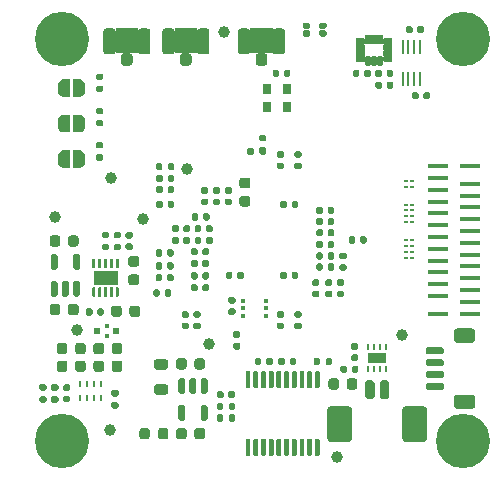
<source format=gbr>
G04 #@! TF.GenerationSoftware,KiCad,Pcbnew,8.0.4*
G04 #@! TF.CreationDate,2025-06-24T19:37:56-07:00*
G04 #@! TF.ProjectId,IMX585_MIPI_Breakout_v4,494d5835-3835-45f4-9d49-50495f427265,rev?*
G04 #@! TF.SameCoordinates,Original*
G04 #@! TF.FileFunction,Soldermask,Top*
G04 #@! TF.FilePolarity,Negative*
%FSLAX46Y46*%
G04 Gerber Fmt 4.6, Leading zero omitted, Abs format (unit mm)*
G04 Created by KiCad (PCBNEW 8.0.4) date 2025-06-24 19:37:56*
%MOMM*%
%LPD*%
G01*
G04 APERTURE LIST*
%ADD10C,0.010000*%
%ADD11R,0.600000X0.600000*%
%ADD12R,0.400000X0.400000*%
%ADD13R,0.300000X0.230000*%
%ADD14C,1.000000*%
%ADD15C,4.600000*%
%ADD16R,0.250000X0.500000*%
%ADD17R,1.600000X0.900000*%
%ADD18R,0.650000X0.850000*%
%ADD19R,0.449999X0.299999*%
%ADD20R,2.000000X1.200000*%
%ADD21R,0.254000X1.168400*%
%ADD22R,1.800000X0.300000*%
%ADD23R,0.254000X0.482600*%
G04 APERTURE END LIST*
G04 #@! TO.C,J4*
G36*
X95560000Y-55190000D02*
G01*
X97440000Y-55190000D01*
X97440000Y-53100000D01*
X95560000Y-53100000D01*
X95560000Y-55190000D01*
G37*
D10*
G04 #@! TO.C,U11*
X111468000Y-53926000D02*
X111475000Y-53927000D01*
X111481000Y-53928000D01*
X111487000Y-53929000D01*
X111494000Y-53931000D01*
X111500000Y-53933000D01*
X111506000Y-53936000D01*
X111512000Y-53939000D01*
X111518000Y-53942000D01*
X111523000Y-53945000D01*
X111528000Y-53949000D01*
X111534000Y-53953000D01*
X111539000Y-53957000D01*
X111543000Y-53962000D01*
X111548000Y-53966000D01*
X111552000Y-53971000D01*
X111556000Y-53977000D01*
X111560000Y-53982000D01*
X111563000Y-53988000D01*
X111566000Y-53993000D01*
X111569000Y-53999000D01*
X111572000Y-54005000D01*
X111574000Y-54011000D01*
X111576000Y-54018000D01*
X111577000Y-54024000D01*
X111578000Y-54030000D01*
X111579000Y-54037000D01*
X111580000Y-54043000D01*
X111580000Y-54050000D01*
X111580000Y-54250000D01*
X111580000Y-54257000D01*
X111579000Y-54263000D01*
X111578000Y-54270000D01*
X111577000Y-54276000D01*
X111576000Y-54282000D01*
X111574000Y-54289000D01*
X111572000Y-54295000D01*
X111569000Y-54301000D01*
X111566000Y-54307000D01*
X111563000Y-54312000D01*
X111560000Y-54318000D01*
X111556000Y-54323000D01*
X111552000Y-54329000D01*
X111548000Y-54334000D01*
X111543000Y-54338000D01*
X111539000Y-54343000D01*
X111534000Y-54347000D01*
X111528000Y-54351000D01*
X111523000Y-54355000D01*
X111518000Y-54358000D01*
X111512000Y-54361000D01*
X111506000Y-54364000D01*
X111500000Y-54367000D01*
X111494000Y-54369000D01*
X111487000Y-54371000D01*
X111481000Y-54372000D01*
X111475000Y-54373000D01*
X111468000Y-54374000D01*
X111462000Y-54375000D01*
X111455000Y-54375000D01*
X111015000Y-54375000D01*
X111008000Y-54375000D01*
X111002000Y-54374000D01*
X110995000Y-54373000D01*
X110989000Y-54372000D01*
X110983000Y-54371000D01*
X110976000Y-54369000D01*
X110970000Y-54367000D01*
X110964000Y-54364000D01*
X110958000Y-54361000D01*
X110952000Y-54358000D01*
X110947000Y-54355000D01*
X110942000Y-54351000D01*
X110936000Y-54347000D01*
X110931000Y-54343000D01*
X110927000Y-54338000D01*
X110922000Y-54334000D01*
X110918000Y-54329000D01*
X110914000Y-54323000D01*
X110910000Y-54318000D01*
X110907000Y-54312000D01*
X110904000Y-54307000D01*
X110901000Y-54301000D01*
X110898000Y-54295000D01*
X110896000Y-54289000D01*
X110894000Y-54282000D01*
X110893000Y-54276000D01*
X110892000Y-54270000D01*
X110891000Y-54263000D01*
X110890000Y-54257000D01*
X110890000Y-54250000D01*
X110890000Y-54050000D01*
X110890000Y-54043000D01*
X110891000Y-54037000D01*
X110892000Y-54030000D01*
X110893000Y-54024000D01*
X110894000Y-54018000D01*
X110896000Y-54011000D01*
X110898000Y-54005000D01*
X110901000Y-53999000D01*
X110904000Y-53993000D01*
X110907000Y-53988000D01*
X110910000Y-53982000D01*
X110914000Y-53977000D01*
X110918000Y-53971000D01*
X110922000Y-53966000D01*
X110927000Y-53962000D01*
X110931000Y-53957000D01*
X110936000Y-53953000D01*
X110942000Y-53949000D01*
X110947000Y-53945000D01*
X110952000Y-53942000D01*
X110958000Y-53939000D01*
X110964000Y-53936000D01*
X110970000Y-53933000D01*
X110976000Y-53931000D01*
X110983000Y-53929000D01*
X110989000Y-53928000D01*
X110995000Y-53927000D01*
X111002000Y-53926000D01*
X111008000Y-53925000D01*
X111015000Y-53925000D01*
X111455000Y-53925000D01*
X111462000Y-53925000D01*
X111468000Y-53926000D01*
G36*
X111468000Y-53926000D02*
G01*
X111475000Y-53927000D01*
X111481000Y-53928000D01*
X111487000Y-53929000D01*
X111494000Y-53931000D01*
X111500000Y-53933000D01*
X111506000Y-53936000D01*
X111512000Y-53939000D01*
X111518000Y-53942000D01*
X111523000Y-53945000D01*
X111528000Y-53949000D01*
X111534000Y-53953000D01*
X111539000Y-53957000D01*
X111543000Y-53962000D01*
X111548000Y-53966000D01*
X111552000Y-53971000D01*
X111556000Y-53977000D01*
X111560000Y-53982000D01*
X111563000Y-53988000D01*
X111566000Y-53993000D01*
X111569000Y-53999000D01*
X111572000Y-54005000D01*
X111574000Y-54011000D01*
X111576000Y-54018000D01*
X111577000Y-54024000D01*
X111578000Y-54030000D01*
X111579000Y-54037000D01*
X111580000Y-54043000D01*
X111580000Y-54050000D01*
X111580000Y-54250000D01*
X111580000Y-54257000D01*
X111579000Y-54263000D01*
X111578000Y-54270000D01*
X111577000Y-54276000D01*
X111576000Y-54282000D01*
X111574000Y-54289000D01*
X111572000Y-54295000D01*
X111569000Y-54301000D01*
X111566000Y-54307000D01*
X111563000Y-54312000D01*
X111560000Y-54318000D01*
X111556000Y-54323000D01*
X111552000Y-54329000D01*
X111548000Y-54334000D01*
X111543000Y-54338000D01*
X111539000Y-54343000D01*
X111534000Y-54347000D01*
X111528000Y-54351000D01*
X111523000Y-54355000D01*
X111518000Y-54358000D01*
X111512000Y-54361000D01*
X111506000Y-54364000D01*
X111500000Y-54367000D01*
X111494000Y-54369000D01*
X111487000Y-54371000D01*
X111481000Y-54372000D01*
X111475000Y-54373000D01*
X111468000Y-54374000D01*
X111462000Y-54375000D01*
X111455000Y-54375000D01*
X111015000Y-54375000D01*
X111008000Y-54375000D01*
X111002000Y-54374000D01*
X110995000Y-54373000D01*
X110989000Y-54372000D01*
X110983000Y-54371000D01*
X110976000Y-54369000D01*
X110970000Y-54367000D01*
X110964000Y-54364000D01*
X110958000Y-54361000D01*
X110952000Y-54358000D01*
X110947000Y-54355000D01*
X110942000Y-54351000D01*
X110936000Y-54347000D01*
X110931000Y-54343000D01*
X110927000Y-54338000D01*
X110922000Y-54334000D01*
X110918000Y-54329000D01*
X110914000Y-54323000D01*
X110910000Y-54318000D01*
X110907000Y-54312000D01*
X110904000Y-54307000D01*
X110901000Y-54301000D01*
X110898000Y-54295000D01*
X110896000Y-54289000D01*
X110894000Y-54282000D01*
X110893000Y-54276000D01*
X110892000Y-54270000D01*
X110891000Y-54263000D01*
X110890000Y-54257000D01*
X110890000Y-54250000D01*
X110890000Y-54050000D01*
X110890000Y-54043000D01*
X110891000Y-54037000D01*
X110892000Y-54030000D01*
X110893000Y-54024000D01*
X110894000Y-54018000D01*
X110896000Y-54011000D01*
X110898000Y-54005000D01*
X110901000Y-53999000D01*
X110904000Y-53993000D01*
X110907000Y-53988000D01*
X110910000Y-53982000D01*
X110914000Y-53977000D01*
X110918000Y-53971000D01*
X110922000Y-53966000D01*
X110927000Y-53962000D01*
X110931000Y-53957000D01*
X110936000Y-53953000D01*
X110942000Y-53949000D01*
X110947000Y-53945000D01*
X110952000Y-53942000D01*
X110958000Y-53939000D01*
X110964000Y-53936000D01*
X110970000Y-53933000D01*
X110976000Y-53931000D01*
X110983000Y-53929000D01*
X110989000Y-53928000D01*
X110995000Y-53927000D01*
X111002000Y-53926000D01*
X111008000Y-53925000D01*
X111015000Y-53925000D01*
X111455000Y-53925000D01*
X111462000Y-53925000D01*
X111468000Y-53926000D01*
G37*
X111468000Y-54426000D02*
X111475000Y-54427000D01*
X111481000Y-54428000D01*
X111487000Y-54429000D01*
X111494000Y-54431000D01*
X111500000Y-54433000D01*
X111506000Y-54436000D01*
X111512000Y-54439000D01*
X111518000Y-54442000D01*
X111523000Y-54445000D01*
X111528000Y-54449000D01*
X111534000Y-54453000D01*
X111539000Y-54457000D01*
X111543000Y-54462000D01*
X111548000Y-54466000D01*
X111552000Y-54471000D01*
X111556000Y-54477000D01*
X111560000Y-54482000D01*
X111563000Y-54488000D01*
X111566000Y-54493000D01*
X111569000Y-54499000D01*
X111572000Y-54505000D01*
X111574000Y-54511000D01*
X111576000Y-54518000D01*
X111577000Y-54524000D01*
X111578000Y-54530000D01*
X111579000Y-54537000D01*
X111580000Y-54543000D01*
X111580000Y-54550000D01*
X111580000Y-54750000D01*
X111580000Y-54757000D01*
X111579000Y-54763000D01*
X111578000Y-54770000D01*
X111577000Y-54776000D01*
X111576000Y-54782000D01*
X111574000Y-54789000D01*
X111572000Y-54795000D01*
X111569000Y-54801000D01*
X111566000Y-54807000D01*
X111563000Y-54812000D01*
X111560000Y-54818000D01*
X111556000Y-54823000D01*
X111552000Y-54829000D01*
X111548000Y-54834000D01*
X111543000Y-54838000D01*
X111539000Y-54843000D01*
X111534000Y-54847000D01*
X111528000Y-54851000D01*
X111523000Y-54855000D01*
X111518000Y-54858000D01*
X111512000Y-54861000D01*
X111506000Y-54864000D01*
X111500000Y-54867000D01*
X111494000Y-54869000D01*
X111487000Y-54871000D01*
X111481000Y-54872000D01*
X111475000Y-54873000D01*
X111468000Y-54874000D01*
X111462000Y-54875000D01*
X111455000Y-54875000D01*
X111015000Y-54875000D01*
X111008000Y-54875000D01*
X111002000Y-54874000D01*
X110995000Y-54873000D01*
X110989000Y-54872000D01*
X110983000Y-54871000D01*
X110976000Y-54869000D01*
X110970000Y-54867000D01*
X110964000Y-54864000D01*
X110958000Y-54861000D01*
X110952000Y-54858000D01*
X110947000Y-54855000D01*
X110942000Y-54851000D01*
X110936000Y-54847000D01*
X110931000Y-54843000D01*
X110927000Y-54838000D01*
X110922000Y-54834000D01*
X110918000Y-54829000D01*
X110914000Y-54823000D01*
X110910000Y-54818000D01*
X110907000Y-54812000D01*
X110904000Y-54807000D01*
X110901000Y-54801000D01*
X110898000Y-54795000D01*
X110896000Y-54789000D01*
X110894000Y-54782000D01*
X110893000Y-54776000D01*
X110892000Y-54770000D01*
X110891000Y-54763000D01*
X110890000Y-54757000D01*
X110890000Y-54750000D01*
X110890000Y-54550000D01*
X110890000Y-54543000D01*
X110891000Y-54537000D01*
X110892000Y-54530000D01*
X110893000Y-54524000D01*
X110894000Y-54518000D01*
X110896000Y-54511000D01*
X110898000Y-54505000D01*
X110901000Y-54499000D01*
X110904000Y-54493000D01*
X110907000Y-54488000D01*
X110910000Y-54482000D01*
X110914000Y-54477000D01*
X110918000Y-54471000D01*
X110922000Y-54466000D01*
X110927000Y-54462000D01*
X110931000Y-54457000D01*
X110936000Y-54453000D01*
X110942000Y-54449000D01*
X110947000Y-54445000D01*
X110952000Y-54442000D01*
X110958000Y-54439000D01*
X110964000Y-54436000D01*
X110970000Y-54433000D01*
X110976000Y-54431000D01*
X110983000Y-54429000D01*
X110989000Y-54428000D01*
X110995000Y-54427000D01*
X111002000Y-54426000D01*
X111008000Y-54425000D01*
X111015000Y-54425000D01*
X111455000Y-54425000D01*
X111462000Y-54425000D01*
X111468000Y-54426000D01*
G36*
X111468000Y-54426000D02*
G01*
X111475000Y-54427000D01*
X111481000Y-54428000D01*
X111487000Y-54429000D01*
X111494000Y-54431000D01*
X111500000Y-54433000D01*
X111506000Y-54436000D01*
X111512000Y-54439000D01*
X111518000Y-54442000D01*
X111523000Y-54445000D01*
X111528000Y-54449000D01*
X111534000Y-54453000D01*
X111539000Y-54457000D01*
X111543000Y-54462000D01*
X111548000Y-54466000D01*
X111552000Y-54471000D01*
X111556000Y-54477000D01*
X111560000Y-54482000D01*
X111563000Y-54488000D01*
X111566000Y-54493000D01*
X111569000Y-54499000D01*
X111572000Y-54505000D01*
X111574000Y-54511000D01*
X111576000Y-54518000D01*
X111577000Y-54524000D01*
X111578000Y-54530000D01*
X111579000Y-54537000D01*
X111580000Y-54543000D01*
X111580000Y-54550000D01*
X111580000Y-54750000D01*
X111580000Y-54757000D01*
X111579000Y-54763000D01*
X111578000Y-54770000D01*
X111577000Y-54776000D01*
X111576000Y-54782000D01*
X111574000Y-54789000D01*
X111572000Y-54795000D01*
X111569000Y-54801000D01*
X111566000Y-54807000D01*
X111563000Y-54812000D01*
X111560000Y-54818000D01*
X111556000Y-54823000D01*
X111552000Y-54829000D01*
X111548000Y-54834000D01*
X111543000Y-54838000D01*
X111539000Y-54843000D01*
X111534000Y-54847000D01*
X111528000Y-54851000D01*
X111523000Y-54855000D01*
X111518000Y-54858000D01*
X111512000Y-54861000D01*
X111506000Y-54864000D01*
X111500000Y-54867000D01*
X111494000Y-54869000D01*
X111487000Y-54871000D01*
X111481000Y-54872000D01*
X111475000Y-54873000D01*
X111468000Y-54874000D01*
X111462000Y-54875000D01*
X111455000Y-54875000D01*
X111015000Y-54875000D01*
X111008000Y-54875000D01*
X111002000Y-54874000D01*
X110995000Y-54873000D01*
X110989000Y-54872000D01*
X110983000Y-54871000D01*
X110976000Y-54869000D01*
X110970000Y-54867000D01*
X110964000Y-54864000D01*
X110958000Y-54861000D01*
X110952000Y-54858000D01*
X110947000Y-54855000D01*
X110942000Y-54851000D01*
X110936000Y-54847000D01*
X110931000Y-54843000D01*
X110927000Y-54838000D01*
X110922000Y-54834000D01*
X110918000Y-54829000D01*
X110914000Y-54823000D01*
X110910000Y-54818000D01*
X110907000Y-54812000D01*
X110904000Y-54807000D01*
X110901000Y-54801000D01*
X110898000Y-54795000D01*
X110896000Y-54789000D01*
X110894000Y-54782000D01*
X110893000Y-54776000D01*
X110892000Y-54770000D01*
X110891000Y-54763000D01*
X110890000Y-54757000D01*
X110890000Y-54750000D01*
X110890000Y-54550000D01*
X110890000Y-54543000D01*
X110891000Y-54537000D01*
X110892000Y-54530000D01*
X110893000Y-54524000D01*
X110894000Y-54518000D01*
X110896000Y-54511000D01*
X110898000Y-54505000D01*
X110901000Y-54499000D01*
X110904000Y-54493000D01*
X110907000Y-54488000D01*
X110910000Y-54482000D01*
X110914000Y-54477000D01*
X110918000Y-54471000D01*
X110922000Y-54466000D01*
X110927000Y-54462000D01*
X110931000Y-54457000D01*
X110936000Y-54453000D01*
X110942000Y-54449000D01*
X110947000Y-54445000D01*
X110952000Y-54442000D01*
X110958000Y-54439000D01*
X110964000Y-54436000D01*
X110970000Y-54433000D01*
X110976000Y-54431000D01*
X110983000Y-54429000D01*
X110989000Y-54428000D01*
X110995000Y-54427000D01*
X111002000Y-54426000D01*
X111008000Y-54425000D01*
X111015000Y-54425000D01*
X111455000Y-54425000D01*
X111462000Y-54425000D01*
X111468000Y-54426000D01*
G37*
X111468000Y-54926000D02*
X111475000Y-54927000D01*
X111481000Y-54928000D01*
X111487000Y-54929000D01*
X111494000Y-54931000D01*
X111500000Y-54933000D01*
X111506000Y-54936000D01*
X111512000Y-54939000D01*
X111518000Y-54942000D01*
X111523000Y-54945000D01*
X111528000Y-54949000D01*
X111534000Y-54953000D01*
X111539000Y-54957000D01*
X111543000Y-54962000D01*
X111548000Y-54966000D01*
X111552000Y-54971000D01*
X111556000Y-54977000D01*
X111560000Y-54982000D01*
X111563000Y-54988000D01*
X111566000Y-54993000D01*
X111569000Y-54999000D01*
X111572000Y-55005000D01*
X111574000Y-55011000D01*
X111576000Y-55018000D01*
X111577000Y-55024000D01*
X111578000Y-55030000D01*
X111579000Y-55037000D01*
X111580000Y-55043000D01*
X111580000Y-55050000D01*
X111580000Y-55250000D01*
X111580000Y-55257000D01*
X111579000Y-55263000D01*
X111578000Y-55270000D01*
X111577000Y-55276000D01*
X111576000Y-55282000D01*
X111574000Y-55289000D01*
X111572000Y-55295000D01*
X111569000Y-55301000D01*
X111566000Y-55307000D01*
X111563000Y-55312000D01*
X111560000Y-55318000D01*
X111556000Y-55323000D01*
X111552000Y-55329000D01*
X111548000Y-55334000D01*
X111543000Y-55338000D01*
X111539000Y-55343000D01*
X111534000Y-55347000D01*
X111528000Y-55351000D01*
X111523000Y-55355000D01*
X111518000Y-55358000D01*
X111512000Y-55361000D01*
X111506000Y-55364000D01*
X111500000Y-55367000D01*
X111494000Y-55369000D01*
X111487000Y-55371000D01*
X111481000Y-55372000D01*
X111475000Y-55373000D01*
X111468000Y-55374000D01*
X111462000Y-55375000D01*
X111455000Y-55375000D01*
X111015000Y-55375000D01*
X111008000Y-55375000D01*
X111002000Y-55374000D01*
X110995000Y-55373000D01*
X110989000Y-55372000D01*
X110983000Y-55371000D01*
X110976000Y-55369000D01*
X110970000Y-55367000D01*
X110964000Y-55364000D01*
X110958000Y-55361000D01*
X110952000Y-55358000D01*
X110947000Y-55355000D01*
X110942000Y-55351000D01*
X110936000Y-55347000D01*
X110931000Y-55343000D01*
X110927000Y-55338000D01*
X110922000Y-55334000D01*
X110918000Y-55329000D01*
X110914000Y-55323000D01*
X110910000Y-55318000D01*
X110907000Y-55312000D01*
X110904000Y-55307000D01*
X110901000Y-55301000D01*
X110898000Y-55295000D01*
X110896000Y-55289000D01*
X110894000Y-55282000D01*
X110893000Y-55276000D01*
X110892000Y-55270000D01*
X110891000Y-55263000D01*
X110890000Y-55257000D01*
X110890000Y-55250000D01*
X110890000Y-55050000D01*
X110890000Y-55043000D01*
X110891000Y-55037000D01*
X110892000Y-55030000D01*
X110893000Y-55024000D01*
X110894000Y-55018000D01*
X110896000Y-55011000D01*
X110898000Y-55005000D01*
X110901000Y-54999000D01*
X110904000Y-54993000D01*
X110907000Y-54988000D01*
X110910000Y-54982000D01*
X110914000Y-54977000D01*
X110918000Y-54971000D01*
X110922000Y-54966000D01*
X110927000Y-54962000D01*
X110931000Y-54957000D01*
X110936000Y-54953000D01*
X110942000Y-54949000D01*
X110947000Y-54945000D01*
X110952000Y-54942000D01*
X110958000Y-54939000D01*
X110964000Y-54936000D01*
X110970000Y-54933000D01*
X110976000Y-54931000D01*
X110983000Y-54929000D01*
X110989000Y-54928000D01*
X110995000Y-54927000D01*
X111002000Y-54926000D01*
X111008000Y-54925000D01*
X111015000Y-54925000D01*
X111455000Y-54925000D01*
X111462000Y-54925000D01*
X111468000Y-54926000D01*
G36*
X111468000Y-54926000D02*
G01*
X111475000Y-54927000D01*
X111481000Y-54928000D01*
X111487000Y-54929000D01*
X111494000Y-54931000D01*
X111500000Y-54933000D01*
X111506000Y-54936000D01*
X111512000Y-54939000D01*
X111518000Y-54942000D01*
X111523000Y-54945000D01*
X111528000Y-54949000D01*
X111534000Y-54953000D01*
X111539000Y-54957000D01*
X111543000Y-54962000D01*
X111548000Y-54966000D01*
X111552000Y-54971000D01*
X111556000Y-54977000D01*
X111560000Y-54982000D01*
X111563000Y-54988000D01*
X111566000Y-54993000D01*
X111569000Y-54999000D01*
X111572000Y-55005000D01*
X111574000Y-55011000D01*
X111576000Y-55018000D01*
X111577000Y-55024000D01*
X111578000Y-55030000D01*
X111579000Y-55037000D01*
X111580000Y-55043000D01*
X111580000Y-55050000D01*
X111580000Y-55250000D01*
X111580000Y-55257000D01*
X111579000Y-55263000D01*
X111578000Y-55270000D01*
X111577000Y-55276000D01*
X111576000Y-55282000D01*
X111574000Y-55289000D01*
X111572000Y-55295000D01*
X111569000Y-55301000D01*
X111566000Y-55307000D01*
X111563000Y-55312000D01*
X111560000Y-55318000D01*
X111556000Y-55323000D01*
X111552000Y-55329000D01*
X111548000Y-55334000D01*
X111543000Y-55338000D01*
X111539000Y-55343000D01*
X111534000Y-55347000D01*
X111528000Y-55351000D01*
X111523000Y-55355000D01*
X111518000Y-55358000D01*
X111512000Y-55361000D01*
X111506000Y-55364000D01*
X111500000Y-55367000D01*
X111494000Y-55369000D01*
X111487000Y-55371000D01*
X111481000Y-55372000D01*
X111475000Y-55373000D01*
X111468000Y-55374000D01*
X111462000Y-55375000D01*
X111455000Y-55375000D01*
X111015000Y-55375000D01*
X111008000Y-55375000D01*
X111002000Y-55374000D01*
X110995000Y-55373000D01*
X110989000Y-55372000D01*
X110983000Y-55371000D01*
X110976000Y-55369000D01*
X110970000Y-55367000D01*
X110964000Y-55364000D01*
X110958000Y-55361000D01*
X110952000Y-55358000D01*
X110947000Y-55355000D01*
X110942000Y-55351000D01*
X110936000Y-55347000D01*
X110931000Y-55343000D01*
X110927000Y-55338000D01*
X110922000Y-55334000D01*
X110918000Y-55329000D01*
X110914000Y-55323000D01*
X110910000Y-55318000D01*
X110907000Y-55312000D01*
X110904000Y-55307000D01*
X110901000Y-55301000D01*
X110898000Y-55295000D01*
X110896000Y-55289000D01*
X110894000Y-55282000D01*
X110893000Y-55276000D01*
X110892000Y-55270000D01*
X110891000Y-55263000D01*
X110890000Y-55257000D01*
X110890000Y-55250000D01*
X110890000Y-55050000D01*
X110890000Y-55043000D01*
X110891000Y-55037000D01*
X110892000Y-55030000D01*
X110893000Y-55024000D01*
X110894000Y-55018000D01*
X110896000Y-55011000D01*
X110898000Y-55005000D01*
X110901000Y-54999000D01*
X110904000Y-54993000D01*
X110907000Y-54988000D01*
X110910000Y-54982000D01*
X110914000Y-54977000D01*
X110918000Y-54971000D01*
X110922000Y-54966000D01*
X110927000Y-54962000D01*
X110931000Y-54957000D01*
X110936000Y-54953000D01*
X110942000Y-54949000D01*
X110947000Y-54945000D01*
X110952000Y-54942000D01*
X110958000Y-54939000D01*
X110964000Y-54936000D01*
X110970000Y-54933000D01*
X110976000Y-54931000D01*
X110983000Y-54929000D01*
X110989000Y-54928000D01*
X110995000Y-54927000D01*
X111002000Y-54926000D01*
X111008000Y-54925000D01*
X111015000Y-54925000D01*
X111455000Y-54925000D01*
X111462000Y-54925000D01*
X111468000Y-54926000D01*
G37*
X111468000Y-55426000D02*
X111475000Y-55427000D01*
X111481000Y-55428000D01*
X111487000Y-55429000D01*
X111494000Y-55431000D01*
X111500000Y-55433000D01*
X111506000Y-55436000D01*
X111512000Y-55439000D01*
X111518000Y-55442000D01*
X111523000Y-55445000D01*
X111528000Y-55449000D01*
X111534000Y-55453000D01*
X111539000Y-55457000D01*
X111543000Y-55462000D01*
X111548000Y-55466000D01*
X111552000Y-55471000D01*
X111556000Y-55477000D01*
X111560000Y-55482000D01*
X111563000Y-55488000D01*
X111566000Y-55493000D01*
X111569000Y-55499000D01*
X111572000Y-55505000D01*
X111574000Y-55511000D01*
X111576000Y-55518000D01*
X111577000Y-55524000D01*
X111578000Y-55530000D01*
X111579000Y-55537000D01*
X111580000Y-55543000D01*
X111580000Y-55550000D01*
X111580000Y-55750000D01*
X111580000Y-55757000D01*
X111579000Y-55763000D01*
X111578000Y-55770000D01*
X111577000Y-55776000D01*
X111576000Y-55782000D01*
X111574000Y-55789000D01*
X111572000Y-55795000D01*
X111569000Y-55801000D01*
X111566000Y-55807000D01*
X111563000Y-55812000D01*
X111560000Y-55818000D01*
X111556000Y-55823000D01*
X111552000Y-55829000D01*
X111548000Y-55834000D01*
X111543000Y-55838000D01*
X111539000Y-55843000D01*
X111534000Y-55847000D01*
X111528000Y-55851000D01*
X111523000Y-55855000D01*
X111518000Y-55858000D01*
X111512000Y-55861000D01*
X111506000Y-55864000D01*
X111500000Y-55867000D01*
X111494000Y-55869000D01*
X111487000Y-55871000D01*
X111481000Y-55872000D01*
X111475000Y-55873000D01*
X111468000Y-55874000D01*
X111462000Y-55875000D01*
X111455000Y-55875000D01*
X111015000Y-55875000D01*
X111008000Y-55875000D01*
X111002000Y-55874000D01*
X110995000Y-55873000D01*
X110989000Y-55872000D01*
X110983000Y-55871000D01*
X110976000Y-55869000D01*
X110970000Y-55867000D01*
X110964000Y-55864000D01*
X110958000Y-55861000D01*
X110952000Y-55858000D01*
X110947000Y-55855000D01*
X110942000Y-55851000D01*
X110936000Y-55847000D01*
X110931000Y-55843000D01*
X110927000Y-55838000D01*
X110922000Y-55834000D01*
X110918000Y-55829000D01*
X110914000Y-55823000D01*
X110910000Y-55818000D01*
X110907000Y-55812000D01*
X110904000Y-55807000D01*
X110901000Y-55801000D01*
X110898000Y-55795000D01*
X110896000Y-55789000D01*
X110894000Y-55782000D01*
X110893000Y-55776000D01*
X110892000Y-55770000D01*
X110891000Y-55763000D01*
X110890000Y-55757000D01*
X110890000Y-55750000D01*
X110890000Y-55550000D01*
X110890000Y-55543000D01*
X110891000Y-55537000D01*
X110892000Y-55530000D01*
X110893000Y-55524000D01*
X110894000Y-55518000D01*
X110896000Y-55511000D01*
X110898000Y-55505000D01*
X110901000Y-55499000D01*
X110904000Y-55493000D01*
X110907000Y-55488000D01*
X110910000Y-55482000D01*
X110914000Y-55477000D01*
X110918000Y-55471000D01*
X110922000Y-55466000D01*
X110927000Y-55462000D01*
X110931000Y-55457000D01*
X110936000Y-55453000D01*
X110942000Y-55449000D01*
X110947000Y-55445000D01*
X110952000Y-55442000D01*
X110958000Y-55439000D01*
X110964000Y-55436000D01*
X110970000Y-55433000D01*
X110976000Y-55431000D01*
X110983000Y-55429000D01*
X110989000Y-55428000D01*
X110995000Y-55427000D01*
X111002000Y-55426000D01*
X111008000Y-55425000D01*
X111015000Y-55425000D01*
X111455000Y-55425000D01*
X111462000Y-55425000D01*
X111468000Y-55426000D01*
G36*
X111468000Y-55426000D02*
G01*
X111475000Y-55427000D01*
X111481000Y-55428000D01*
X111487000Y-55429000D01*
X111494000Y-55431000D01*
X111500000Y-55433000D01*
X111506000Y-55436000D01*
X111512000Y-55439000D01*
X111518000Y-55442000D01*
X111523000Y-55445000D01*
X111528000Y-55449000D01*
X111534000Y-55453000D01*
X111539000Y-55457000D01*
X111543000Y-55462000D01*
X111548000Y-55466000D01*
X111552000Y-55471000D01*
X111556000Y-55477000D01*
X111560000Y-55482000D01*
X111563000Y-55488000D01*
X111566000Y-55493000D01*
X111569000Y-55499000D01*
X111572000Y-55505000D01*
X111574000Y-55511000D01*
X111576000Y-55518000D01*
X111577000Y-55524000D01*
X111578000Y-55530000D01*
X111579000Y-55537000D01*
X111580000Y-55543000D01*
X111580000Y-55550000D01*
X111580000Y-55750000D01*
X111580000Y-55757000D01*
X111579000Y-55763000D01*
X111578000Y-55770000D01*
X111577000Y-55776000D01*
X111576000Y-55782000D01*
X111574000Y-55789000D01*
X111572000Y-55795000D01*
X111569000Y-55801000D01*
X111566000Y-55807000D01*
X111563000Y-55812000D01*
X111560000Y-55818000D01*
X111556000Y-55823000D01*
X111552000Y-55829000D01*
X111548000Y-55834000D01*
X111543000Y-55838000D01*
X111539000Y-55843000D01*
X111534000Y-55847000D01*
X111528000Y-55851000D01*
X111523000Y-55855000D01*
X111518000Y-55858000D01*
X111512000Y-55861000D01*
X111506000Y-55864000D01*
X111500000Y-55867000D01*
X111494000Y-55869000D01*
X111487000Y-55871000D01*
X111481000Y-55872000D01*
X111475000Y-55873000D01*
X111468000Y-55874000D01*
X111462000Y-55875000D01*
X111455000Y-55875000D01*
X111015000Y-55875000D01*
X111008000Y-55875000D01*
X111002000Y-55874000D01*
X110995000Y-55873000D01*
X110989000Y-55872000D01*
X110983000Y-55871000D01*
X110976000Y-55869000D01*
X110970000Y-55867000D01*
X110964000Y-55864000D01*
X110958000Y-55861000D01*
X110952000Y-55858000D01*
X110947000Y-55855000D01*
X110942000Y-55851000D01*
X110936000Y-55847000D01*
X110931000Y-55843000D01*
X110927000Y-55838000D01*
X110922000Y-55834000D01*
X110918000Y-55829000D01*
X110914000Y-55823000D01*
X110910000Y-55818000D01*
X110907000Y-55812000D01*
X110904000Y-55807000D01*
X110901000Y-55801000D01*
X110898000Y-55795000D01*
X110896000Y-55789000D01*
X110894000Y-55782000D01*
X110893000Y-55776000D01*
X110892000Y-55770000D01*
X110891000Y-55763000D01*
X110890000Y-55757000D01*
X110890000Y-55750000D01*
X110890000Y-55550000D01*
X110890000Y-55543000D01*
X110891000Y-55537000D01*
X110892000Y-55530000D01*
X110893000Y-55524000D01*
X110894000Y-55518000D01*
X110896000Y-55511000D01*
X110898000Y-55505000D01*
X110901000Y-55499000D01*
X110904000Y-55493000D01*
X110907000Y-55488000D01*
X110910000Y-55482000D01*
X110914000Y-55477000D01*
X110918000Y-55471000D01*
X110922000Y-55466000D01*
X110927000Y-55462000D01*
X110931000Y-55457000D01*
X110936000Y-55453000D01*
X110942000Y-55449000D01*
X110947000Y-55445000D01*
X110952000Y-55442000D01*
X110958000Y-55439000D01*
X110964000Y-55436000D01*
X110970000Y-55433000D01*
X110976000Y-55431000D01*
X110983000Y-55429000D01*
X110989000Y-55428000D01*
X110995000Y-55427000D01*
X111002000Y-55426000D01*
X111008000Y-55425000D01*
X111015000Y-55425000D01*
X111455000Y-55425000D01*
X111462000Y-55425000D01*
X111468000Y-55426000D01*
G37*
X112013000Y-53641000D02*
X112020000Y-53642000D01*
X112026000Y-53643000D01*
X112032000Y-53644000D01*
X112039000Y-53646000D01*
X112045000Y-53648000D01*
X112051000Y-53651000D01*
X112057000Y-53654000D01*
X112062000Y-53657000D01*
X112068000Y-53660000D01*
X112073000Y-53664000D01*
X112079000Y-53668000D01*
X112084000Y-53672000D01*
X112088000Y-53677000D01*
X112093000Y-53681000D01*
X112097000Y-53686000D01*
X112101000Y-53692000D01*
X112105000Y-53697000D01*
X112108000Y-53702000D01*
X112111000Y-53708000D01*
X112114000Y-53714000D01*
X112117000Y-53720000D01*
X112119000Y-53726000D01*
X112121000Y-53733000D01*
X112122000Y-53739000D01*
X112123000Y-53745000D01*
X112124000Y-53752000D01*
X112125000Y-53758000D01*
X112125000Y-53765000D01*
X112125000Y-54205000D01*
X112125000Y-54212000D01*
X112124000Y-54218000D01*
X112123000Y-54225000D01*
X112122000Y-54231000D01*
X112121000Y-54237000D01*
X112119000Y-54244000D01*
X112117000Y-54250000D01*
X112114000Y-54256000D01*
X112111000Y-54262000D01*
X112108000Y-54268000D01*
X112105000Y-54273000D01*
X112101000Y-54278000D01*
X112097000Y-54284000D01*
X112093000Y-54289000D01*
X112088000Y-54293000D01*
X112084000Y-54298000D01*
X112079000Y-54302000D01*
X112073000Y-54306000D01*
X112068000Y-54310000D01*
X112062000Y-54313000D01*
X112057000Y-54316000D01*
X112051000Y-54319000D01*
X112045000Y-54322000D01*
X112039000Y-54324000D01*
X112032000Y-54326000D01*
X112026000Y-54327000D01*
X112020000Y-54328000D01*
X112013000Y-54329000D01*
X112007000Y-54330000D01*
X112000000Y-54330000D01*
X111800000Y-54330000D01*
X111793000Y-54330000D01*
X111787000Y-54329000D01*
X111780000Y-54328000D01*
X111774000Y-54327000D01*
X111768000Y-54326000D01*
X111761000Y-54324000D01*
X111755000Y-54322000D01*
X111749000Y-54319000D01*
X111743000Y-54316000D01*
X111737000Y-54313000D01*
X111732000Y-54310000D01*
X111727000Y-54306000D01*
X111721000Y-54302000D01*
X111716000Y-54298000D01*
X111712000Y-54293000D01*
X111707000Y-54289000D01*
X111703000Y-54284000D01*
X111699000Y-54278000D01*
X111695000Y-54273000D01*
X111692000Y-54268000D01*
X111689000Y-54262000D01*
X111686000Y-54256000D01*
X111683000Y-54250000D01*
X111681000Y-54244000D01*
X111679000Y-54237000D01*
X111678000Y-54231000D01*
X111677000Y-54225000D01*
X111676000Y-54218000D01*
X111675000Y-54212000D01*
X111675000Y-54205000D01*
X111675000Y-53765000D01*
X111675000Y-53758000D01*
X111676000Y-53752000D01*
X111677000Y-53745000D01*
X111678000Y-53739000D01*
X111679000Y-53733000D01*
X111681000Y-53726000D01*
X111683000Y-53720000D01*
X111686000Y-53714000D01*
X111689000Y-53708000D01*
X111692000Y-53702000D01*
X111695000Y-53697000D01*
X111699000Y-53692000D01*
X111703000Y-53686000D01*
X111707000Y-53681000D01*
X111712000Y-53677000D01*
X111716000Y-53672000D01*
X111721000Y-53668000D01*
X111727000Y-53664000D01*
X111732000Y-53660000D01*
X111738000Y-53657000D01*
X111743000Y-53654000D01*
X111749000Y-53651000D01*
X111755000Y-53648000D01*
X111761000Y-53646000D01*
X111768000Y-53644000D01*
X111774000Y-53643000D01*
X111780000Y-53642000D01*
X111787000Y-53641000D01*
X111793000Y-53640000D01*
X111800000Y-53640000D01*
X112000000Y-53640000D01*
X112007000Y-53640000D01*
X112013000Y-53641000D01*
G36*
X112013000Y-53641000D02*
G01*
X112020000Y-53642000D01*
X112026000Y-53643000D01*
X112032000Y-53644000D01*
X112039000Y-53646000D01*
X112045000Y-53648000D01*
X112051000Y-53651000D01*
X112057000Y-53654000D01*
X112062000Y-53657000D01*
X112068000Y-53660000D01*
X112073000Y-53664000D01*
X112079000Y-53668000D01*
X112084000Y-53672000D01*
X112088000Y-53677000D01*
X112093000Y-53681000D01*
X112097000Y-53686000D01*
X112101000Y-53692000D01*
X112105000Y-53697000D01*
X112108000Y-53702000D01*
X112111000Y-53708000D01*
X112114000Y-53714000D01*
X112117000Y-53720000D01*
X112119000Y-53726000D01*
X112121000Y-53733000D01*
X112122000Y-53739000D01*
X112123000Y-53745000D01*
X112124000Y-53752000D01*
X112125000Y-53758000D01*
X112125000Y-53765000D01*
X112125000Y-54205000D01*
X112125000Y-54212000D01*
X112124000Y-54218000D01*
X112123000Y-54225000D01*
X112122000Y-54231000D01*
X112121000Y-54237000D01*
X112119000Y-54244000D01*
X112117000Y-54250000D01*
X112114000Y-54256000D01*
X112111000Y-54262000D01*
X112108000Y-54268000D01*
X112105000Y-54273000D01*
X112101000Y-54278000D01*
X112097000Y-54284000D01*
X112093000Y-54289000D01*
X112088000Y-54293000D01*
X112084000Y-54298000D01*
X112079000Y-54302000D01*
X112073000Y-54306000D01*
X112068000Y-54310000D01*
X112062000Y-54313000D01*
X112057000Y-54316000D01*
X112051000Y-54319000D01*
X112045000Y-54322000D01*
X112039000Y-54324000D01*
X112032000Y-54326000D01*
X112026000Y-54327000D01*
X112020000Y-54328000D01*
X112013000Y-54329000D01*
X112007000Y-54330000D01*
X112000000Y-54330000D01*
X111800000Y-54330000D01*
X111793000Y-54330000D01*
X111787000Y-54329000D01*
X111780000Y-54328000D01*
X111774000Y-54327000D01*
X111768000Y-54326000D01*
X111761000Y-54324000D01*
X111755000Y-54322000D01*
X111749000Y-54319000D01*
X111743000Y-54316000D01*
X111737000Y-54313000D01*
X111732000Y-54310000D01*
X111727000Y-54306000D01*
X111721000Y-54302000D01*
X111716000Y-54298000D01*
X111712000Y-54293000D01*
X111707000Y-54289000D01*
X111703000Y-54284000D01*
X111699000Y-54278000D01*
X111695000Y-54273000D01*
X111692000Y-54268000D01*
X111689000Y-54262000D01*
X111686000Y-54256000D01*
X111683000Y-54250000D01*
X111681000Y-54244000D01*
X111679000Y-54237000D01*
X111678000Y-54231000D01*
X111677000Y-54225000D01*
X111676000Y-54218000D01*
X111675000Y-54212000D01*
X111675000Y-54205000D01*
X111675000Y-53765000D01*
X111675000Y-53758000D01*
X111676000Y-53752000D01*
X111677000Y-53745000D01*
X111678000Y-53739000D01*
X111679000Y-53733000D01*
X111681000Y-53726000D01*
X111683000Y-53720000D01*
X111686000Y-53714000D01*
X111689000Y-53708000D01*
X111692000Y-53702000D01*
X111695000Y-53697000D01*
X111699000Y-53692000D01*
X111703000Y-53686000D01*
X111707000Y-53681000D01*
X111712000Y-53677000D01*
X111716000Y-53672000D01*
X111721000Y-53668000D01*
X111727000Y-53664000D01*
X111732000Y-53660000D01*
X111738000Y-53657000D01*
X111743000Y-53654000D01*
X111749000Y-53651000D01*
X111755000Y-53648000D01*
X111761000Y-53646000D01*
X111768000Y-53644000D01*
X111774000Y-53643000D01*
X111780000Y-53642000D01*
X111787000Y-53641000D01*
X111793000Y-53640000D01*
X111800000Y-53640000D01*
X112000000Y-53640000D01*
X112007000Y-53640000D01*
X112013000Y-53641000D01*
G37*
X112013000Y-55471000D02*
X112020000Y-55472000D01*
X112026000Y-55473000D01*
X112032000Y-55474000D01*
X112039000Y-55476000D01*
X112045000Y-55478000D01*
X112051000Y-55481000D01*
X112057000Y-55484000D01*
X112062000Y-55487000D01*
X112068000Y-55490000D01*
X112073000Y-55494000D01*
X112079000Y-55498000D01*
X112084000Y-55502000D01*
X112088000Y-55507000D01*
X112093000Y-55511000D01*
X112097000Y-55516000D01*
X112101000Y-55522000D01*
X112105000Y-55527000D01*
X112108000Y-55532000D01*
X112111000Y-55538000D01*
X112114000Y-55544000D01*
X112117000Y-55550000D01*
X112119000Y-55556000D01*
X112121000Y-55563000D01*
X112122000Y-55569000D01*
X112123000Y-55575000D01*
X112124000Y-55582000D01*
X112125000Y-55588000D01*
X112125000Y-55595000D01*
X112125000Y-56035000D01*
X112125000Y-56042000D01*
X112124000Y-56048000D01*
X112123000Y-56055000D01*
X112122000Y-56061000D01*
X112121000Y-56067000D01*
X112119000Y-56074000D01*
X112117000Y-56080000D01*
X112114000Y-56086000D01*
X112111000Y-56092000D01*
X112108000Y-56098000D01*
X112105000Y-56103000D01*
X112101000Y-56108000D01*
X112097000Y-56114000D01*
X112093000Y-56119000D01*
X112088000Y-56123000D01*
X112084000Y-56128000D01*
X112079000Y-56132000D01*
X112073000Y-56136000D01*
X112068000Y-56140000D01*
X112062000Y-56143000D01*
X112057000Y-56146000D01*
X112051000Y-56149000D01*
X112045000Y-56152000D01*
X112039000Y-56154000D01*
X112032000Y-56156000D01*
X112026000Y-56157000D01*
X112020000Y-56158000D01*
X112013000Y-56159000D01*
X112007000Y-56160000D01*
X112000000Y-56160000D01*
X111800000Y-56160000D01*
X111793000Y-56160000D01*
X111787000Y-56159000D01*
X111780000Y-56158000D01*
X111774000Y-56157000D01*
X111768000Y-56156000D01*
X111761000Y-56154000D01*
X111755000Y-56152000D01*
X111749000Y-56149000D01*
X111743000Y-56146000D01*
X111737000Y-56143000D01*
X111732000Y-56140000D01*
X111727000Y-56136000D01*
X111721000Y-56132000D01*
X111716000Y-56128000D01*
X111712000Y-56123000D01*
X111707000Y-56119000D01*
X111703000Y-56114000D01*
X111699000Y-56108000D01*
X111695000Y-56103000D01*
X111692000Y-56098000D01*
X111689000Y-56092000D01*
X111686000Y-56086000D01*
X111683000Y-56080000D01*
X111681000Y-56074000D01*
X111679000Y-56067000D01*
X111678000Y-56061000D01*
X111677000Y-56055000D01*
X111676000Y-56048000D01*
X111675000Y-56042000D01*
X111675000Y-56035000D01*
X111675000Y-55595000D01*
X111675000Y-55588000D01*
X111676000Y-55582000D01*
X111677000Y-55575000D01*
X111678000Y-55569000D01*
X111679000Y-55563000D01*
X111681000Y-55556000D01*
X111683000Y-55550000D01*
X111686000Y-55544000D01*
X111689000Y-55538000D01*
X111692000Y-55532000D01*
X111695000Y-55527000D01*
X111699000Y-55522000D01*
X111703000Y-55516000D01*
X111707000Y-55511000D01*
X111712000Y-55507000D01*
X111716000Y-55502000D01*
X111721000Y-55498000D01*
X111727000Y-55494000D01*
X111732000Y-55490000D01*
X111738000Y-55487000D01*
X111743000Y-55484000D01*
X111749000Y-55481000D01*
X111755000Y-55478000D01*
X111761000Y-55476000D01*
X111768000Y-55474000D01*
X111774000Y-55473000D01*
X111780000Y-55472000D01*
X111787000Y-55471000D01*
X111793000Y-55470000D01*
X111800000Y-55470000D01*
X112000000Y-55470000D01*
X112007000Y-55470000D01*
X112013000Y-55471000D01*
G36*
X112013000Y-55471000D02*
G01*
X112020000Y-55472000D01*
X112026000Y-55473000D01*
X112032000Y-55474000D01*
X112039000Y-55476000D01*
X112045000Y-55478000D01*
X112051000Y-55481000D01*
X112057000Y-55484000D01*
X112062000Y-55487000D01*
X112068000Y-55490000D01*
X112073000Y-55494000D01*
X112079000Y-55498000D01*
X112084000Y-55502000D01*
X112088000Y-55507000D01*
X112093000Y-55511000D01*
X112097000Y-55516000D01*
X112101000Y-55522000D01*
X112105000Y-55527000D01*
X112108000Y-55532000D01*
X112111000Y-55538000D01*
X112114000Y-55544000D01*
X112117000Y-55550000D01*
X112119000Y-55556000D01*
X112121000Y-55563000D01*
X112122000Y-55569000D01*
X112123000Y-55575000D01*
X112124000Y-55582000D01*
X112125000Y-55588000D01*
X112125000Y-55595000D01*
X112125000Y-56035000D01*
X112125000Y-56042000D01*
X112124000Y-56048000D01*
X112123000Y-56055000D01*
X112122000Y-56061000D01*
X112121000Y-56067000D01*
X112119000Y-56074000D01*
X112117000Y-56080000D01*
X112114000Y-56086000D01*
X112111000Y-56092000D01*
X112108000Y-56098000D01*
X112105000Y-56103000D01*
X112101000Y-56108000D01*
X112097000Y-56114000D01*
X112093000Y-56119000D01*
X112088000Y-56123000D01*
X112084000Y-56128000D01*
X112079000Y-56132000D01*
X112073000Y-56136000D01*
X112068000Y-56140000D01*
X112062000Y-56143000D01*
X112057000Y-56146000D01*
X112051000Y-56149000D01*
X112045000Y-56152000D01*
X112039000Y-56154000D01*
X112032000Y-56156000D01*
X112026000Y-56157000D01*
X112020000Y-56158000D01*
X112013000Y-56159000D01*
X112007000Y-56160000D01*
X112000000Y-56160000D01*
X111800000Y-56160000D01*
X111793000Y-56160000D01*
X111787000Y-56159000D01*
X111780000Y-56158000D01*
X111774000Y-56157000D01*
X111768000Y-56156000D01*
X111761000Y-56154000D01*
X111755000Y-56152000D01*
X111749000Y-56149000D01*
X111743000Y-56146000D01*
X111737000Y-56143000D01*
X111732000Y-56140000D01*
X111727000Y-56136000D01*
X111721000Y-56132000D01*
X111716000Y-56128000D01*
X111712000Y-56123000D01*
X111707000Y-56119000D01*
X111703000Y-56114000D01*
X111699000Y-56108000D01*
X111695000Y-56103000D01*
X111692000Y-56098000D01*
X111689000Y-56092000D01*
X111686000Y-56086000D01*
X111683000Y-56080000D01*
X111681000Y-56074000D01*
X111679000Y-56067000D01*
X111678000Y-56061000D01*
X111677000Y-56055000D01*
X111676000Y-56048000D01*
X111675000Y-56042000D01*
X111675000Y-56035000D01*
X111675000Y-55595000D01*
X111675000Y-55588000D01*
X111676000Y-55582000D01*
X111677000Y-55575000D01*
X111678000Y-55569000D01*
X111679000Y-55563000D01*
X111681000Y-55556000D01*
X111683000Y-55550000D01*
X111686000Y-55544000D01*
X111689000Y-55538000D01*
X111692000Y-55532000D01*
X111695000Y-55527000D01*
X111699000Y-55522000D01*
X111703000Y-55516000D01*
X111707000Y-55511000D01*
X111712000Y-55507000D01*
X111716000Y-55502000D01*
X111721000Y-55498000D01*
X111727000Y-55494000D01*
X111732000Y-55490000D01*
X111738000Y-55487000D01*
X111743000Y-55484000D01*
X111749000Y-55481000D01*
X111755000Y-55478000D01*
X111761000Y-55476000D01*
X111768000Y-55474000D01*
X111774000Y-55473000D01*
X111780000Y-55472000D01*
X111787000Y-55471000D01*
X111793000Y-55470000D01*
X111800000Y-55470000D01*
X112000000Y-55470000D01*
X112007000Y-55470000D01*
X112013000Y-55471000D01*
G37*
X112513000Y-53641000D02*
X112520000Y-53642000D01*
X112526000Y-53643000D01*
X112532000Y-53644000D01*
X112539000Y-53646000D01*
X112545000Y-53648000D01*
X112551000Y-53651000D01*
X112557000Y-53654000D01*
X112563000Y-53657000D01*
X112568000Y-53660000D01*
X112573000Y-53664000D01*
X112579000Y-53668000D01*
X112584000Y-53672000D01*
X112588000Y-53677000D01*
X112593000Y-53681000D01*
X112597000Y-53686000D01*
X112601000Y-53692000D01*
X112605000Y-53697000D01*
X112608000Y-53702000D01*
X112611000Y-53708000D01*
X112614000Y-53714000D01*
X112617000Y-53720000D01*
X112619000Y-53726000D01*
X112621000Y-53733000D01*
X112622000Y-53739000D01*
X112623000Y-53745000D01*
X112624000Y-53752000D01*
X112625000Y-53758000D01*
X112625000Y-53765000D01*
X112625000Y-54205000D01*
X112625000Y-54212000D01*
X112624000Y-54218000D01*
X112623000Y-54225000D01*
X112622000Y-54231000D01*
X112621000Y-54237000D01*
X112619000Y-54244000D01*
X112617000Y-54250000D01*
X112614000Y-54256000D01*
X112611000Y-54262000D01*
X112608000Y-54268000D01*
X112605000Y-54273000D01*
X112601000Y-54278000D01*
X112597000Y-54284000D01*
X112593000Y-54289000D01*
X112588000Y-54293000D01*
X112584000Y-54298000D01*
X112579000Y-54302000D01*
X112573000Y-54306000D01*
X112568000Y-54310000D01*
X112563000Y-54313000D01*
X112557000Y-54316000D01*
X112551000Y-54319000D01*
X112545000Y-54322000D01*
X112539000Y-54324000D01*
X112532000Y-54326000D01*
X112526000Y-54327000D01*
X112520000Y-54328000D01*
X112513000Y-54329000D01*
X112507000Y-54330000D01*
X112500000Y-54330000D01*
X112300000Y-54330000D01*
X112293000Y-54330000D01*
X112287000Y-54329000D01*
X112280000Y-54328000D01*
X112274000Y-54327000D01*
X112268000Y-54326000D01*
X112261000Y-54324000D01*
X112255000Y-54322000D01*
X112249000Y-54319000D01*
X112243000Y-54316000D01*
X112237000Y-54313000D01*
X112232000Y-54310000D01*
X112227000Y-54306000D01*
X112221000Y-54302000D01*
X112216000Y-54298000D01*
X112212000Y-54293000D01*
X112207000Y-54289000D01*
X112203000Y-54284000D01*
X112199000Y-54278000D01*
X112195000Y-54273000D01*
X112192000Y-54268000D01*
X112189000Y-54262000D01*
X112186000Y-54256000D01*
X112183000Y-54250000D01*
X112181000Y-54244000D01*
X112179000Y-54237000D01*
X112178000Y-54231000D01*
X112177000Y-54225000D01*
X112176000Y-54218000D01*
X112175000Y-54212000D01*
X112175000Y-54205000D01*
X112175000Y-53765000D01*
X112175000Y-53758000D01*
X112176000Y-53752000D01*
X112177000Y-53745000D01*
X112178000Y-53739000D01*
X112179000Y-53733000D01*
X112181000Y-53726000D01*
X112183000Y-53720000D01*
X112186000Y-53714000D01*
X112189000Y-53708000D01*
X112192000Y-53702000D01*
X112195000Y-53697000D01*
X112199000Y-53692000D01*
X112203000Y-53686000D01*
X112207000Y-53681000D01*
X112212000Y-53677000D01*
X112216000Y-53672000D01*
X112221000Y-53668000D01*
X112227000Y-53664000D01*
X112232000Y-53660000D01*
X112238000Y-53657000D01*
X112243000Y-53654000D01*
X112249000Y-53651000D01*
X112255000Y-53648000D01*
X112261000Y-53646000D01*
X112268000Y-53644000D01*
X112274000Y-53643000D01*
X112280000Y-53642000D01*
X112287000Y-53641000D01*
X112293000Y-53640000D01*
X112300000Y-53640000D01*
X112500000Y-53640000D01*
X112507000Y-53640000D01*
X112513000Y-53641000D01*
G36*
X112513000Y-53641000D02*
G01*
X112520000Y-53642000D01*
X112526000Y-53643000D01*
X112532000Y-53644000D01*
X112539000Y-53646000D01*
X112545000Y-53648000D01*
X112551000Y-53651000D01*
X112557000Y-53654000D01*
X112563000Y-53657000D01*
X112568000Y-53660000D01*
X112573000Y-53664000D01*
X112579000Y-53668000D01*
X112584000Y-53672000D01*
X112588000Y-53677000D01*
X112593000Y-53681000D01*
X112597000Y-53686000D01*
X112601000Y-53692000D01*
X112605000Y-53697000D01*
X112608000Y-53702000D01*
X112611000Y-53708000D01*
X112614000Y-53714000D01*
X112617000Y-53720000D01*
X112619000Y-53726000D01*
X112621000Y-53733000D01*
X112622000Y-53739000D01*
X112623000Y-53745000D01*
X112624000Y-53752000D01*
X112625000Y-53758000D01*
X112625000Y-53765000D01*
X112625000Y-54205000D01*
X112625000Y-54212000D01*
X112624000Y-54218000D01*
X112623000Y-54225000D01*
X112622000Y-54231000D01*
X112621000Y-54237000D01*
X112619000Y-54244000D01*
X112617000Y-54250000D01*
X112614000Y-54256000D01*
X112611000Y-54262000D01*
X112608000Y-54268000D01*
X112605000Y-54273000D01*
X112601000Y-54278000D01*
X112597000Y-54284000D01*
X112593000Y-54289000D01*
X112588000Y-54293000D01*
X112584000Y-54298000D01*
X112579000Y-54302000D01*
X112573000Y-54306000D01*
X112568000Y-54310000D01*
X112563000Y-54313000D01*
X112557000Y-54316000D01*
X112551000Y-54319000D01*
X112545000Y-54322000D01*
X112539000Y-54324000D01*
X112532000Y-54326000D01*
X112526000Y-54327000D01*
X112520000Y-54328000D01*
X112513000Y-54329000D01*
X112507000Y-54330000D01*
X112500000Y-54330000D01*
X112300000Y-54330000D01*
X112293000Y-54330000D01*
X112287000Y-54329000D01*
X112280000Y-54328000D01*
X112274000Y-54327000D01*
X112268000Y-54326000D01*
X112261000Y-54324000D01*
X112255000Y-54322000D01*
X112249000Y-54319000D01*
X112243000Y-54316000D01*
X112237000Y-54313000D01*
X112232000Y-54310000D01*
X112227000Y-54306000D01*
X112221000Y-54302000D01*
X112216000Y-54298000D01*
X112212000Y-54293000D01*
X112207000Y-54289000D01*
X112203000Y-54284000D01*
X112199000Y-54278000D01*
X112195000Y-54273000D01*
X112192000Y-54268000D01*
X112189000Y-54262000D01*
X112186000Y-54256000D01*
X112183000Y-54250000D01*
X112181000Y-54244000D01*
X112179000Y-54237000D01*
X112178000Y-54231000D01*
X112177000Y-54225000D01*
X112176000Y-54218000D01*
X112175000Y-54212000D01*
X112175000Y-54205000D01*
X112175000Y-53765000D01*
X112175000Y-53758000D01*
X112176000Y-53752000D01*
X112177000Y-53745000D01*
X112178000Y-53739000D01*
X112179000Y-53733000D01*
X112181000Y-53726000D01*
X112183000Y-53720000D01*
X112186000Y-53714000D01*
X112189000Y-53708000D01*
X112192000Y-53702000D01*
X112195000Y-53697000D01*
X112199000Y-53692000D01*
X112203000Y-53686000D01*
X112207000Y-53681000D01*
X112212000Y-53677000D01*
X112216000Y-53672000D01*
X112221000Y-53668000D01*
X112227000Y-53664000D01*
X112232000Y-53660000D01*
X112238000Y-53657000D01*
X112243000Y-53654000D01*
X112249000Y-53651000D01*
X112255000Y-53648000D01*
X112261000Y-53646000D01*
X112268000Y-53644000D01*
X112274000Y-53643000D01*
X112280000Y-53642000D01*
X112287000Y-53641000D01*
X112293000Y-53640000D01*
X112300000Y-53640000D01*
X112500000Y-53640000D01*
X112507000Y-53640000D01*
X112513000Y-53641000D01*
G37*
X112513000Y-55471000D02*
X112520000Y-55472000D01*
X112526000Y-55473000D01*
X112532000Y-55474000D01*
X112539000Y-55476000D01*
X112545000Y-55478000D01*
X112551000Y-55481000D01*
X112557000Y-55484000D01*
X112563000Y-55487000D01*
X112568000Y-55490000D01*
X112573000Y-55494000D01*
X112579000Y-55498000D01*
X112584000Y-55502000D01*
X112588000Y-55507000D01*
X112593000Y-55511000D01*
X112597000Y-55516000D01*
X112601000Y-55522000D01*
X112605000Y-55527000D01*
X112608000Y-55532000D01*
X112611000Y-55538000D01*
X112614000Y-55544000D01*
X112617000Y-55550000D01*
X112619000Y-55556000D01*
X112621000Y-55563000D01*
X112622000Y-55569000D01*
X112623000Y-55575000D01*
X112624000Y-55582000D01*
X112625000Y-55588000D01*
X112625000Y-55595000D01*
X112625000Y-56035000D01*
X112625000Y-56042000D01*
X112624000Y-56048000D01*
X112623000Y-56055000D01*
X112622000Y-56061000D01*
X112621000Y-56067000D01*
X112619000Y-56074000D01*
X112617000Y-56080000D01*
X112614000Y-56086000D01*
X112611000Y-56092000D01*
X112608000Y-56098000D01*
X112605000Y-56103000D01*
X112601000Y-56108000D01*
X112597000Y-56114000D01*
X112593000Y-56119000D01*
X112588000Y-56123000D01*
X112584000Y-56128000D01*
X112579000Y-56132000D01*
X112573000Y-56136000D01*
X112568000Y-56140000D01*
X112563000Y-56143000D01*
X112557000Y-56146000D01*
X112551000Y-56149000D01*
X112545000Y-56152000D01*
X112539000Y-56154000D01*
X112532000Y-56156000D01*
X112526000Y-56157000D01*
X112520000Y-56158000D01*
X112513000Y-56159000D01*
X112507000Y-56160000D01*
X112500000Y-56160000D01*
X112300000Y-56160000D01*
X112293000Y-56160000D01*
X112287000Y-56159000D01*
X112280000Y-56158000D01*
X112274000Y-56157000D01*
X112268000Y-56156000D01*
X112261000Y-56154000D01*
X112255000Y-56152000D01*
X112249000Y-56149000D01*
X112243000Y-56146000D01*
X112237000Y-56143000D01*
X112232000Y-56140000D01*
X112227000Y-56136000D01*
X112221000Y-56132000D01*
X112216000Y-56128000D01*
X112212000Y-56123000D01*
X112207000Y-56119000D01*
X112203000Y-56114000D01*
X112199000Y-56108000D01*
X112195000Y-56103000D01*
X112192000Y-56098000D01*
X112189000Y-56092000D01*
X112186000Y-56086000D01*
X112183000Y-56080000D01*
X112181000Y-56074000D01*
X112179000Y-56067000D01*
X112178000Y-56061000D01*
X112177000Y-56055000D01*
X112176000Y-56048000D01*
X112175000Y-56042000D01*
X112175000Y-56035000D01*
X112175000Y-55595000D01*
X112175000Y-55588000D01*
X112176000Y-55582000D01*
X112177000Y-55575000D01*
X112178000Y-55569000D01*
X112179000Y-55563000D01*
X112181000Y-55556000D01*
X112183000Y-55550000D01*
X112186000Y-55544000D01*
X112189000Y-55538000D01*
X112192000Y-55532000D01*
X112195000Y-55527000D01*
X112199000Y-55522000D01*
X112203000Y-55516000D01*
X112207000Y-55511000D01*
X112212000Y-55507000D01*
X112216000Y-55502000D01*
X112221000Y-55498000D01*
X112227000Y-55494000D01*
X112232000Y-55490000D01*
X112238000Y-55487000D01*
X112243000Y-55484000D01*
X112249000Y-55481000D01*
X112255000Y-55478000D01*
X112261000Y-55476000D01*
X112268000Y-55474000D01*
X112274000Y-55473000D01*
X112280000Y-55472000D01*
X112287000Y-55471000D01*
X112293000Y-55470000D01*
X112300000Y-55470000D01*
X112500000Y-55470000D01*
X112507000Y-55470000D01*
X112513000Y-55471000D01*
G36*
X112513000Y-55471000D02*
G01*
X112520000Y-55472000D01*
X112526000Y-55473000D01*
X112532000Y-55474000D01*
X112539000Y-55476000D01*
X112545000Y-55478000D01*
X112551000Y-55481000D01*
X112557000Y-55484000D01*
X112563000Y-55487000D01*
X112568000Y-55490000D01*
X112573000Y-55494000D01*
X112579000Y-55498000D01*
X112584000Y-55502000D01*
X112588000Y-55507000D01*
X112593000Y-55511000D01*
X112597000Y-55516000D01*
X112601000Y-55522000D01*
X112605000Y-55527000D01*
X112608000Y-55532000D01*
X112611000Y-55538000D01*
X112614000Y-55544000D01*
X112617000Y-55550000D01*
X112619000Y-55556000D01*
X112621000Y-55563000D01*
X112622000Y-55569000D01*
X112623000Y-55575000D01*
X112624000Y-55582000D01*
X112625000Y-55588000D01*
X112625000Y-55595000D01*
X112625000Y-56035000D01*
X112625000Y-56042000D01*
X112624000Y-56048000D01*
X112623000Y-56055000D01*
X112622000Y-56061000D01*
X112621000Y-56067000D01*
X112619000Y-56074000D01*
X112617000Y-56080000D01*
X112614000Y-56086000D01*
X112611000Y-56092000D01*
X112608000Y-56098000D01*
X112605000Y-56103000D01*
X112601000Y-56108000D01*
X112597000Y-56114000D01*
X112593000Y-56119000D01*
X112588000Y-56123000D01*
X112584000Y-56128000D01*
X112579000Y-56132000D01*
X112573000Y-56136000D01*
X112568000Y-56140000D01*
X112563000Y-56143000D01*
X112557000Y-56146000D01*
X112551000Y-56149000D01*
X112545000Y-56152000D01*
X112539000Y-56154000D01*
X112532000Y-56156000D01*
X112526000Y-56157000D01*
X112520000Y-56158000D01*
X112513000Y-56159000D01*
X112507000Y-56160000D01*
X112500000Y-56160000D01*
X112300000Y-56160000D01*
X112293000Y-56160000D01*
X112287000Y-56159000D01*
X112280000Y-56158000D01*
X112274000Y-56157000D01*
X112268000Y-56156000D01*
X112261000Y-56154000D01*
X112255000Y-56152000D01*
X112249000Y-56149000D01*
X112243000Y-56146000D01*
X112237000Y-56143000D01*
X112232000Y-56140000D01*
X112227000Y-56136000D01*
X112221000Y-56132000D01*
X112216000Y-56128000D01*
X112212000Y-56123000D01*
X112207000Y-56119000D01*
X112203000Y-56114000D01*
X112199000Y-56108000D01*
X112195000Y-56103000D01*
X112192000Y-56098000D01*
X112189000Y-56092000D01*
X112186000Y-56086000D01*
X112183000Y-56080000D01*
X112181000Y-56074000D01*
X112179000Y-56067000D01*
X112178000Y-56061000D01*
X112177000Y-56055000D01*
X112176000Y-56048000D01*
X112175000Y-56042000D01*
X112175000Y-56035000D01*
X112175000Y-55595000D01*
X112175000Y-55588000D01*
X112176000Y-55582000D01*
X112177000Y-55575000D01*
X112178000Y-55569000D01*
X112179000Y-55563000D01*
X112181000Y-55556000D01*
X112183000Y-55550000D01*
X112186000Y-55544000D01*
X112189000Y-55538000D01*
X112192000Y-55532000D01*
X112195000Y-55527000D01*
X112199000Y-55522000D01*
X112203000Y-55516000D01*
X112207000Y-55511000D01*
X112212000Y-55507000D01*
X112216000Y-55502000D01*
X112221000Y-55498000D01*
X112227000Y-55494000D01*
X112232000Y-55490000D01*
X112238000Y-55487000D01*
X112243000Y-55484000D01*
X112249000Y-55481000D01*
X112255000Y-55478000D01*
X112261000Y-55476000D01*
X112268000Y-55474000D01*
X112274000Y-55473000D01*
X112280000Y-55472000D01*
X112287000Y-55471000D01*
X112293000Y-55470000D01*
X112300000Y-55470000D01*
X112500000Y-55470000D01*
X112507000Y-55470000D01*
X112513000Y-55471000D01*
G37*
X113013000Y-53641000D02*
X113020000Y-53642000D01*
X113026000Y-53643000D01*
X113032000Y-53644000D01*
X113039000Y-53646000D01*
X113045000Y-53648000D01*
X113051000Y-53651000D01*
X113057000Y-53654000D01*
X113062000Y-53657000D01*
X113068000Y-53660000D01*
X113073000Y-53664000D01*
X113079000Y-53668000D01*
X113084000Y-53672000D01*
X113088000Y-53677000D01*
X113093000Y-53681000D01*
X113097000Y-53686000D01*
X113101000Y-53692000D01*
X113105000Y-53697000D01*
X113108000Y-53702000D01*
X113111000Y-53708000D01*
X113114000Y-53714000D01*
X113117000Y-53720000D01*
X113119000Y-53726000D01*
X113121000Y-53733000D01*
X113122000Y-53739000D01*
X113123000Y-53745000D01*
X113124000Y-53752000D01*
X113125000Y-53758000D01*
X113125000Y-53765000D01*
X113125000Y-54205000D01*
X113125000Y-54212000D01*
X113124000Y-54218000D01*
X113123000Y-54225000D01*
X113122000Y-54231000D01*
X113121000Y-54237000D01*
X113119000Y-54244000D01*
X113117000Y-54250000D01*
X113114000Y-54256000D01*
X113111000Y-54262000D01*
X113108000Y-54268000D01*
X113105000Y-54273000D01*
X113101000Y-54278000D01*
X113097000Y-54284000D01*
X113093000Y-54289000D01*
X113088000Y-54293000D01*
X113084000Y-54298000D01*
X113079000Y-54302000D01*
X113073000Y-54306000D01*
X113068000Y-54310000D01*
X113062000Y-54313000D01*
X113057000Y-54316000D01*
X113051000Y-54319000D01*
X113045000Y-54322000D01*
X113039000Y-54324000D01*
X113032000Y-54326000D01*
X113026000Y-54327000D01*
X113020000Y-54328000D01*
X113013000Y-54329000D01*
X113007000Y-54330000D01*
X113000000Y-54330000D01*
X112800000Y-54330000D01*
X112793000Y-54330000D01*
X112787000Y-54329000D01*
X112780000Y-54328000D01*
X112774000Y-54327000D01*
X112768000Y-54326000D01*
X112761000Y-54324000D01*
X112755000Y-54322000D01*
X112749000Y-54319000D01*
X112743000Y-54316000D01*
X112737000Y-54313000D01*
X112732000Y-54310000D01*
X112727000Y-54306000D01*
X112721000Y-54302000D01*
X112716000Y-54298000D01*
X112712000Y-54293000D01*
X112707000Y-54289000D01*
X112703000Y-54284000D01*
X112699000Y-54278000D01*
X112695000Y-54273000D01*
X112692000Y-54268000D01*
X112689000Y-54262000D01*
X112686000Y-54256000D01*
X112683000Y-54250000D01*
X112681000Y-54244000D01*
X112679000Y-54237000D01*
X112678000Y-54231000D01*
X112677000Y-54225000D01*
X112676000Y-54218000D01*
X112675000Y-54212000D01*
X112675000Y-54205000D01*
X112675000Y-53765000D01*
X112675000Y-53758000D01*
X112676000Y-53752000D01*
X112677000Y-53745000D01*
X112678000Y-53739000D01*
X112679000Y-53733000D01*
X112681000Y-53726000D01*
X112683000Y-53720000D01*
X112686000Y-53714000D01*
X112689000Y-53708000D01*
X112692000Y-53702000D01*
X112695000Y-53697000D01*
X112699000Y-53692000D01*
X112703000Y-53686000D01*
X112707000Y-53681000D01*
X112712000Y-53677000D01*
X112716000Y-53672000D01*
X112721000Y-53668000D01*
X112727000Y-53664000D01*
X112732000Y-53660000D01*
X112738000Y-53657000D01*
X112743000Y-53654000D01*
X112749000Y-53651000D01*
X112755000Y-53648000D01*
X112761000Y-53646000D01*
X112768000Y-53644000D01*
X112774000Y-53643000D01*
X112780000Y-53642000D01*
X112787000Y-53641000D01*
X112793000Y-53640000D01*
X112800000Y-53640000D01*
X113000000Y-53640000D01*
X113007000Y-53640000D01*
X113013000Y-53641000D01*
G36*
X113013000Y-53641000D02*
G01*
X113020000Y-53642000D01*
X113026000Y-53643000D01*
X113032000Y-53644000D01*
X113039000Y-53646000D01*
X113045000Y-53648000D01*
X113051000Y-53651000D01*
X113057000Y-53654000D01*
X113062000Y-53657000D01*
X113068000Y-53660000D01*
X113073000Y-53664000D01*
X113079000Y-53668000D01*
X113084000Y-53672000D01*
X113088000Y-53677000D01*
X113093000Y-53681000D01*
X113097000Y-53686000D01*
X113101000Y-53692000D01*
X113105000Y-53697000D01*
X113108000Y-53702000D01*
X113111000Y-53708000D01*
X113114000Y-53714000D01*
X113117000Y-53720000D01*
X113119000Y-53726000D01*
X113121000Y-53733000D01*
X113122000Y-53739000D01*
X113123000Y-53745000D01*
X113124000Y-53752000D01*
X113125000Y-53758000D01*
X113125000Y-53765000D01*
X113125000Y-54205000D01*
X113125000Y-54212000D01*
X113124000Y-54218000D01*
X113123000Y-54225000D01*
X113122000Y-54231000D01*
X113121000Y-54237000D01*
X113119000Y-54244000D01*
X113117000Y-54250000D01*
X113114000Y-54256000D01*
X113111000Y-54262000D01*
X113108000Y-54268000D01*
X113105000Y-54273000D01*
X113101000Y-54278000D01*
X113097000Y-54284000D01*
X113093000Y-54289000D01*
X113088000Y-54293000D01*
X113084000Y-54298000D01*
X113079000Y-54302000D01*
X113073000Y-54306000D01*
X113068000Y-54310000D01*
X113062000Y-54313000D01*
X113057000Y-54316000D01*
X113051000Y-54319000D01*
X113045000Y-54322000D01*
X113039000Y-54324000D01*
X113032000Y-54326000D01*
X113026000Y-54327000D01*
X113020000Y-54328000D01*
X113013000Y-54329000D01*
X113007000Y-54330000D01*
X113000000Y-54330000D01*
X112800000Y-54330000D01*
X112793000Y-54330000D01*
X112787000Y-54329000D01*
X112780000Y-54328000D01*
X112774000Y-54327000D01*
X112768000Y-54326000D01*
X112761000Y-54324000D01*
X112755000Y-54322000D01*
X112749000Y-54319000D01*
X112743000Y-54316000D01*
X112737000Y-54313000D01*
X112732000Y-54310000D01*
X112727000Y-54306000D01*
X112721000Y-54302000D01*
X112716000Y-54298000D01*
X112712000Y-54293000D01*
X112707000Y-54289000D01*
X112703000Y-54284000D01*
X112699000Y-54278000D01*
X112695000Y-54273000D01*
X112692000Y-54268000D01*
X112689000Y-54262000D01*
X112686000Y-54256000D01*
X112683000Y-54250000D01*
X112681000Y-54244000D01*
X112679000Y-54237000D01*
X112678000Y-54231000D01*
X112677000Y-54225000D01*
X112676000Y-54218000D01*
X112675000Y-54212000D01*
X112675000Y-54205000D01*
X112675000Y-53765000D01*
X112675000Y-53758000D01*
X112676000Y-53752000D01*
X112677000Y-53745000D01*
X112678000Y-53739000D01*
X112679000Y-53733000D01*
X112681000Y-53726000D01*
X112683000Y-53720000D01*
X112686000Y-53714000D01*
X112689000Y-53708000D01*
X112692000Y-53702000D01*
X112695000Y-53697000D01*
X112699000Y-53692000D01*
X112703000Y-53686000D01*
X112707000Y-53681000D01*
X112712000Y-53677000D01*
X112716000Y-53672000D01*
X112721000Y-53668000D01*
X112727000Y-53664000D01*
X112732000Y-53660000D01*
X112738000Y-53657000D01*
X112743000Y-53654000D01*
X112749000Y-53651000D01*
X112755000Y-53648000D01*
X112761000Y-53646000D01*
X112768000Y-53644000D01*
X112774000Y-53643000D01*
X112780000Y-53642000D01*
X112787000Y-53641000D01*
X112793000Y-53640000D01*
X112800000Y-53640000D01*
X113000000Y-53640000D01*
X113007000Y-53640000D01*
X113013000Y-53641000D01*
G37*
X113013000Y-55471000D02*
X113020000Y-55472000D01*
X113026000Y-55473000D01*
X113032000Y-55474000D01*
X113039000Y-55476000D01*
X113045000Y-55478000D01*
X113051000Y-55481000D01*
X113057000Y-55484000D01*
X113062000Y-55487000D01*
X113068000Y-55490000D01*
X113073000Y-55494000D01*
X113079000Y-55498000D01*
X113084000Y-55502000D01*
X113088000Y-55507000D01*
X113093000Y-55511000D01*
X113097000Y-55516000D01*
X113101000Y-55522000D01*
X113105000Y-55527000D01*
X113108000Y-55532000D01*
X113111000Y-55538000D01*
X113114000Y-55544000D01*
X113117000Y-55550000D01*
X113119000Y-55556000D01*
X113121000Y-55563000D01*
X113122000Y-55569000D01*
X113123000Y-55575000D01*
X113124000Y-55582000D01*
X113125000Y-55588000D01*
X113125000Y-55595000D01*
X113125000Y-56035000D01*
X113125000Y-56042000D01*
X113124000Y-56048000D01*
X113123000Y-56055000D01*
X113122000Y-56061000D01*
X113121000Y-56067000D01*
X113119000Y-56074000D01*
X113117000Y-56080000D01*
X113114000Y-56086000D01*
X113111000Y-56092000D01*
X113108000Y-56098000D01*
X113105000Y-56103000D01*
X113101000Y-56108000D01*
X113097000Y-56114000D01*
X113093000Y-56119000D01*
X113088000Y-56123000D01*
X113084000Y-56128000D01*
X113079000Y-56132000D01*
X113073000Y-56136000D01*
X113068000Y-56140000D01*
X113062000Y-56143000D01*
X113057000Y-56146000D01*
X113051000Y-56149000D01*
X113045000Y-56152000D01*
X113039000Y-56154000D01*
X113032000Y-56156000D01*
X113026000Y-56157000D01*
X113020000Y-56158000D01*
X113013000Y-56159000D01*
X113007000Y-56160000D01*
X113000000Y-56160000D01*
X112800000Y-56160000D01*
X112793000Y-56160000D01*
X112787000Y-56159000D01*
X112780000Y-56158000D01*
X112774000Y-56157000D01*
X112768000Y-56156000D01*
X112761000Y-56154000D01*
X112755000Y-56152000D01*
X112749000Y-56149000D01*
X112743000Y-56146000D01*
X112737000Y-56143000D01*
X112732000Y-56140000D01*
X112727000Y-56136000D01*
X112721000Y-56132000D01*
X112716000Y-56128000D01*
X112712000Y-56123000D01*
X112707000Y-56119000D01*
X112703000Y-56114000D01*
X112699000Y-56108000D01*
X112695000Y-56103000D01*
X112692000Y-56098000D01*
X112689000Y-56092000D01*
X112686000Y-56086000D01*
X112683000Y-56080000D01*
X112681000Y-56074000D01*
X112679000Y-56067000D01*
X112678000Y-56061000D01*
X112677000Y-56055000D01*
X112676000Y-56048000D01*
X112675000Y-56042000D01*
X112675000Y-56035000D01*
X112675000Y-55595000D01*
X112675000Y-55588000D01*
X112676000Y-55582000D01*
X112677000Y-55575000D01*
X112678000Y-55569000D01*
X112679000Y-55563000D01*
X112681000Y-55556000D01*
X112683000Y-55550000D01*
X112686000Y-55544000D01*
X112689000Y-55538000D01*
X112692000Y-55532000D01*
X112695000Y-55527000D01*
X112699000Y-55522000D01*
X112703000Y-55516000D01*
X112707000Y-55511000D01*
X112712000Y-55507000D01*
X112716000Y-55502000D01*
X112721000Y-55498000D01*
X112727000Y-55494000D01*
X112732000Y-55490000D01*
X112738000Y-55487000D01*
X112743000Y-55484000D01*
X112749000Y-55481000D01*
X112755000Y-55478000D01*
X112761000Y-55476000D01*
X112768000Y-55474000D01*
X112774000Y-55473000D01*
X112780000Y-55472000D01*
X112787000Y-55471000D01*
X112793000Y-55470000D01*
X112800000Y-55470000D01*
X113000000Y-55470000D01*
X113007000Y-55470000D01*
X113013000Y-55471000D01*
G36*
X113013000Y-55471000D02*
G01*
X113020000Y-55472000D01*
X113026000Y-55473000D01*
X113032000Y-55474000D01*
X113039000Y-55476000D01*
X113045000Y-55478000D01*
X113051000Y-55481000D01*
X113057000Y-55484000D01*
X113062000Y-55487000D01*
X113068000Y-55490000D01*
X113073000Y-55494000D01*
X113079000Y-55498000D01*
X113084000Y-55502000D01*
X113088000Y-55507000D01*
X113093000Y-55511000D01*
X113097000Y-55516000D01*
X113101000Y-55522000D01*
X113105000Y-55527000D01*
X113108000Y-55532000D01*
X113111000Y-55538000D01*
X113114000Y-55544000D01*
X113117000Y-55550000D01*
X113119000Y-55556000D01*
X113121000Y-55563000D01*
X113122000Y-55569000D01*
X113123000Y-55575000D01*
X113124000Y-55582000D01*
X113125000Y-55588000D01*
X113125000Y-55595000D01*
X113125000Y-56035000D01*
X113125000Y-56042000D01*
X113124000Y-56048000D01*
X113123000Y-56055000D01*
X113122000Y-56061000D01*
X113121000Y-56067000D01*
X113119000Y-56074000D01*
X113117000Y-56080000D01*
X113114000Y-56086000D01*
X113111000Y-56092000D01*
X113108000Y-56098000D01*
X113105000Y-56103000D01*
X113101000Y-56108000D01*
X113097000Y-56114000D01*
X113093000Y-56119000D01*
X113088000Y-56123000D01*
X113084000Y-56128000D01*
X113079000Y-56132000D01*
X113073000Y-56136000D01*
X113068000Y-56140000D01*
X113062000Y-56143000D01*
X113057000Y-56146000D01*
X113051000Y-56149000D01*
X113045000Y-56152000D01*
X113039000Y-56154000D01*
X113032000Y-56156000D01*
X113026000Y-56157000D01*
X113020000Y-56158000D01*
X113013000Y-56159000D01*
X113007000Y-56160000D01*
X113000000Y-56160000D01*
X112800000Y-56160000D01*
X112793000Y-56160000D01*
X112787000Y-56159000D01*
X112780000Y-56158000D01*
X112774000Y-56157000D01*
X112768000Y-56156000D01*
X112761000Y-56154000D01*
X112755000Y-56152000D01*
X112749000Y-56149000D01*
X112743000Y-56146000D01*
X112737000Y-56143000D01*
X112732000Y-56140000D01*
X112727000Y-56136000D01*
X112721000Y-56132000D01*
X112716000Y-56128000D01*
X112712000Y-56123000D01*
X112707000Y-56119000D01*
X112703000Y-56114000D01*
X112699000Y-56108000D01*
X112695000Y-56103000D01*
X112692000Y-56098000D01*
X112689000Y-56092000D01*
X112686000Y-56086000D01*
X112683000Y-56080000D01*
X112681000Y-56074000D01*
X112679000Y-56067000D01*
X112678000Y-56061000D01*
X112677000Y-56055000D01*
X112676000Y-56048000D01*
X112675000Y-56042000D01*
X112675000Y-56035000D01*
X112675000Y-55595000D01*
X112675000Y-55588000D01*
X112676000Y-55582000D01*
X112677000Y-55575000D01*
X112678000Y-55569000D01*
X112679000Y-55563000D01*
X112681000Y-55556000D01*
X112683000Y-55550000D01*
X112686000Y-55544000D01*
X112689000Y-55538000D01*
X112692000Y-55532000D01*
X112695000Y-55527000D01*
X112699000Y-55522000D01*
X112703000Y-55516000D01*
X112707000Y-55511000D01*
X112712000Y-55507000D01*
X112716000Y-55502000D01*
X112721000Y-55498000D01*
X112727000Y-55494000D01*
X112732000Y-55490000D01*
X112738000Y-55487000D01*
X112743000Y-55484000D01*
X112749000Y-55481000D01*
X112755000Y-55478000D01*
X112761000Y-55476000D01*
X112768000Y-55474000D01*
X112774000Y-55473000D01*
X112780000Y-55472000D01*
X112787000Y-55471000D01*
X112793000Y-55470000D01*
X112800000Y-55470000D01*
X113000000Y-55470000D01*
X113007000Y-55470000D01*
X113013000Y-55471000D01*
G37*
X113798000Y-53926000D02*
X113805000Y-53927000D01*
X113811000Y-53928000D01*
X113817000Y-53929000D01*
X113824000Y-53931000D01*
X113830000Y-53933000D01*
X113836000Y-53936000D01*
X113842000Y-53939000D01*
X113848000Y-53942000D01*
X113853000Y-53945000D01*
X113858000Y-53949000D01*
X113864000Y-53953000D01*
X113869000Y-53957000D01*
X113873000Y-53962000D01*
X113878000Y-53966000D01*
X113882000Y-53971000D01*
X113886000Y-53977000D01*
X113890000Y-53982000D01*
X113893000Y-53988000D01*
X113896000Y-53993000D01*
X113899000Y-53999000D01*
X113902000Y-54005000D01*
X113904000Y-54011000D01*
X113906000Y-54018000D01*
X113907000Y-54024000D01*
X113908000Y-54030000D01*
X113909000Y-54037000D01*
X113910000Y-54043000D01*
X113910000Y-54050000D01*
X113910000Y-54250000D01*
X113910000Y-54257000D01*
X113909000Y-54263000D01*
X113908000Y-54270000D01*
X113907000Y-54276000D01*
X113906000Y-54282000D01*
X113904000Y-54289000D01*
X113902000Y-54295000D01*
X113899000Y-54301000D01*
X113896000Y-54307000D01*
X113893000Y-54312000D01*
X113890000Y-54318000D01*
X113886000Y-54323000D01*
X113882000Y-54329000D01*
X113878000Y-54334000D01*
X113873000Y-54338000D01*
X113869000Y-54343000D01*
X113864000Y-54347000D01*
X113858000Y-54351000D01*
X113853000Y-54355000D01*
X113848000Y-54358000D01*
X113842000Y-54361000D01*
X113836000Y-54364000D01*
X113830000Y-54367000D01*
X113824000Y-54369000D01*
X113817000Y-54371000D01*
X113811000Y-54372000D01*
X113805000Y-54373000D01*
X113798000Y-54374000D01*
X113792000Y-54375000D01*
X113785000Y-54375000D01*
X113345000Y-54375000D01*
X113338000Y-54375000D01*
X113332000Y-54374000D01*
X113325000Y-54373000D01*
X113319000Y-54372000D01*
X113313000Y-54371000D01*
X113306000Y-54369000D01*
X113300000Y-54367000D01*
X113294000Y-54364000D01*
X113288000Y-54361000D01*
X113282000Y-54358000D01*
X113277000Y-54355000D01*
X113272000Y-54351000D01*
X113266000Y-54347000D01*
X113261000Y-54343000D01*
X113257000Y-54338000D01*
X113252000Y-54334000D01*
X113248000Y-54329000D01*
X113244000Y-54323000D01*
X113240000Y-54318000D01*
X113237000Y-54312000D01*
X113234000Y-54307000D01*
X113231000Y-54301000D01*
X113228000Y-54295000D01*
X113226000Y-54289000D01*
X113224000Y-54282000D01*
X113223000Y-54276000D01*
X113222000Y-54270000D01*
X113221000Y-54263000D01*
X113220000Y-54257000D01*
X113220000Y-54250000D01*
X113220000Y-54050000D01*
X113220000Y-54043000D01*
X113221000Y-54037000D01*
X113222000Y-54030000D01*
X113223000Y-54024000D01*
X113224000Y-54018000D01*
X113226000Y-54011000D01*
X113228000Y-54005000D01*
X113231000Y-53999000D01*
X113234000Y-53993000D01*
X113237000Y-53988000D01*
X113240000Y-53982000D01*
X113244000Y-53977000D01*
X113248000Y-53971000D01*
X113252000Y-53966000D01*
X113257000Y-53962000D01*
X113261000Y-53957000D01*
X113266000Y-53953000D01*
X113272000Y-53949000D01*
X113277000Y-53945000D01*
X113282000Y-53942000D01*
X113288000Y-53939000D01*
X113294000Y-53936000D01*
X113300000Y-53933000D01*
X113306000Y-53931000D01*
X113313000Y-53929000D01*
X113319000Y-53928000D01*
X113325000Y-53927000D01*
X113332000Y-53926000D01*
X113338000Y-53925000D01*
X113345000Y-53925000D01*
X113785000Y-53925000D01*
X113792000Y-53925000D01*
X113798000Y-53926000D01*
G36*
X113798000Y-53926000D02*
G01*
X113805000Y-53927000D01*
X113811000Y-53928000D01*
X113817000Y-53929000D01*
X113824000Y-53931000D01*
X113830000Y-53933000D01*
X113836000Y-53936000D01*
X113842000Y-53939000D01*
X113848000Y-53942000D01*
X113853000Y-53945000D01*
X113858000Y-53949000D01*
X113864000Y-53953000D01*
X113869000Y-53957000D01*
X113873000Y-53962000D01*
X113878000Y-53966000D01*
X113882000Y-53971000D01*
X113886000Y-53977000D01*
X113890000Y-53982000D01*
X113893000Y-53988000D01*
X113896000Y-53993000D01*
X113899000Y-53999000D01*
X113902000Y-54005000D01*
X113904000Y-54011000D01*
X113906000Y-54018000D01*
X113907000Y-54024000D01*
X113908000Y-54030000D01*
X113909000Y-54037000D01*
X113910000Y-54043000D01*
X113910000Y-54050000D01*
X113910000Y-54250000D01*
X113910000Y-54257000D01*
X113909000Y-54263000D01*
X113908000Y-54270000D01*
X113907000Y-54276000D01*
X113906000Y-54282000D01*
X113904000Y-54289000D01*
X113902000Y-54295000D01*
X113899000Y-54301000D01*
X113896000Y-54307000D01*
X113893000Y-54312000D01*
X113890000Y-54318000D01*
X113886000Y-54323000D01*
X113882000Y-54329000D01*
X113878000Y-54334000D01*
X113873000Y-54338000D01*
X113869000Y-54343000D01*
X113864000Y-54347000D01*
X113858000Y-54351000D01*
X113853000Y-54355000D01*
X113848000Y-54358000D01*
X113842000Y-54361000D01*
X113836000Y-54364000D01*
X113830000Y-54367000D01*
X113824000Y-54369000D01*
X113817000Y-54371000D01*
X113811000Y-54372000D01*
X113805000Y-54373000D01*
X113798000Y-54374000D01*
X113792000Y-54375000D01*
X113785000Y-54375000D01*
X113345000Y-54375000D01*
X113338000Y-54375000D01*
X113332000Y-54374000D01*
X113325000Y-54373000D01*
X113319000Y-54372000D01*
X113313000Y-54371000D01*
X113306000Y-54369000D01*
X113300000Y-54367000D01*
X113294000Y-54364000D01*
X113288000Y-54361000D01*
X113282000Y-54358000D01*
X113277000Y-54355000D01*
X113272000Y-54351000D01*
X113266000Y-54347000D01*
X113261000Y-54343000D01*
X113257000Y-54338000D01*
X113252000Y-54334000D01*
X113248000Y-54329000D01*
X113244000Y-54323000D01*
X113240000Y-54318000D01*
X113237000Y-54312000D01*
X113234000Y-54307000D01*
X113231000Y-54301000D01*
X113228000Y-54295000D01*
X113226000Y-54289000D01*
X113224000Y-54282000D01*
X113223000Y-54276000D01*
X113222000Y-54270000D01*
X113221000Y-54263000D01*
X113220000Y-54257000D01*
X113220000Y-54250000D01*
X113220000Y-54050000D01*
X113220000Y-54043000D01*
X113221000Y-54037000D01*
X113222000Y-54030000D01*
X113223000Y-54024000D01*
X113224000Y-54018000D01*
X113226000Y-54011000D01*
X113228000Y-54005000D01*
X113231000Y-53999000D01*
X113234000Y-53993000D01*
X113237000Y-53988000D01*
X113240000Y-53982000D01*
X113244000Y-53977000D01*
X113248000Y-53971000D01*
X113252000Y-53966000D01*
X113257000Y-53962000D01*
X113261000Y-53957000D01*
X113266000Y-53953000D01*
X113272000Y-53949000D01*
X113277000Y-53945000D01*
X113282000Y-53942000D01*
X113288000Y-53939000D01*
X113294000Y-53936000D01*
X113300000Y-53933000D01*
X113306000Y-53931000D01*
X113313000Y-53929000D01*
X113319000Y-53928000D01*
X113325000Y-53927000D01*
X113332000Y-53926000D01*
X113338000Y-53925000D01*
X113345000Y-53925000D01*
X113785000Y-53925000D01*
X113792000Y-53925000D01*
X113798000Y-53926000D01*
G37*
X113798000Y-54426000D02*
X113805000Y-54427000D01*
X113811000Y-54428000D01*
X113817000Y-54429000D01*
X113824000Y-54431000D01*
X113830000Y-54433000D01*
X113836000Y-54436000D01*
X113842000Y-54439000D01*
X113848000Y-54442000D01*
X113853000Y-54445000D01*
X113858000Y-54449000D01*
X113864000Y-54453000D01*
X113869000Y-54457000D01*
X113873000Y-54462000D01*
X113878000Y-54466000D01*
X113882000Y-54471000D01*
X113886000Y-54477000D01*
X113890000Y-54482000D01*
X113893000Y-54488000D01*
X113896000Y-54493000D01*
X113899000Y-54499000D01*
X113902000Y-54505000D01*
X113904000Y-54511000D01*
X113906000Y-54518000D01*
X113907000Y-54524000D01*
X113908000Y-54530000D01*
X113909000Y-54537000D01*
X113910000Y-54543000D01*
X113910000Y-54550000D01*
X113910000Y-54750000D01*
X113910000Y-54757000D01*
X113909000Y-54763000D01*
X113908000Y-54770000D01*
X113907000Y-54776000D01*
X113906000Y-54782000D01*
X113904000Y-54789000D01*
X113902000Y-54795000D01*
X113899000Y-54801000D01*
X113896000Y-54807000D01*
X113893000Y-54812000D01*
X113890000Y-54818000D01*
X113886000Y-54823000D01*
X113882000Y-54829000D01*
X113878000Y-54834000D01*
X113873000Y-54838000D01*
X113869000Y-54843000D01*
X113864000Y-54847000D01*
X113858000Y-54851000D01*
X113853000Y-54855000D01*
X113848000Y-54858000D01*
X113842000Y-54861000D01*
X113836000Y-54864000D01*
X113830000Y-54867000D01*
X113824000Y-54869000D01*
X113817000Y-54871000D01*
X113811000Y-54872000D01*
X113805000Y-54873000D01*
X113798000Y-54874000D01*
X113792000Y-54875000D01*
X113785000Y-54875000D01*
X113345000Y-54875000D01*
X113338000Y-54875000D01*
X113332000Y-54874000D01*
X113325000Y-54873000D01*
X113319000Y-54872000D01*
X113313000Y-54871000D01*
X113306000Y-54869000D01*
X113300000Y-54867000D01*
X113294000Y-54864000D01*
X113288000Y-54861000D01*
X113282000Y-54858000D01*
X113277000Y-54855000D01*
X113272000Y-54851000D01*
X113266000Y-54847000D01*
X113261000Y-54843000D01*
X113257000Y-54838000D01*
X113252000Y-54834000D01*
X113248000Y-54829000D01*
X113244000Y-54823000D01*
X113240000Y-54818000D01*
X113237000Y-54812000D01*
X113234000Y-54807000D01*
X113231000Y-54801000D01*
X113228000Y-54795000D01*
X113226000Y-54789000D01*
X113224000Y-54782000D01*
X113223000Y-54776000D01*
X113222000Y-54770000D01*
X113221000Y-54763000D01*
X113220000Y-54757000D01*
X113220000Y-54750000D01*
X113220000Y-54550000D01*
X113220000Y-54543000D01*
X113221000Y-54537000D01*
X113222000Y-54530000D01*
X113223000Y-54524000D01*
X113224000Y-54518000D01*
X113226000Y-54511000D01*
X113228000Y-54505000D01*
X113231000Y-54499000D01*
X113234000Y-54493000D01*
X113237000Y-54488000D01*
X113240000Y-54482000D01*
X113244000Y-54477000D01*
X113248000Y-54471000D01*
X113252000Y-54466000D01*
X113257000Y-54462000D01*
X113261000Y-54457000D01*
X113266000Y-54453000D01*
X113272000Y-54449000D01*
X113277000Y-54445000D01*
X113282000Y-54442000D01*
X113288000Y-54439000D01*
X113294000Y-54436000D01*
X113300000Y-54433000D01*
X113306000Y-54431000D01*
X113313000Y-54429000D01*
X113319000Y-54428000D01*
X113325000Y-54427000D01*
X113332000Y-54426000D01*
X113338000Y-54425000D01*
X113345000Y-54425000D01*
X113785000Y-54425000D01*
X113792000Y-54425000D01*
X113798000Y-54426000D01*
G36*
X113798000Y-54426000D02*
G01*
X113805000Y-54427000D01*
X113811000Y-54428000D01*
X113817000Y-54429000D01*
X113824000Y-54431000D01*
X113830000Y-54433000D01*
X113836000Y-54436000D01*
X113842000Y-54439000D01*
X113848000Y-54442000D01*
X113853000Y-54445000D01*
X113858000Y-54449000D01*
X113864000Y-54453000D01*
X113869000Y-54457000D01*
X113873000Y-54462000D01*
X113878000Y-54466000D01*
X113882000Y-54471000D01*
X113886000Y-54477000D01*
X113890000Y-54482000D01*
X113893000Y-54488000D01*
X113896000Y-54493000D01*
X113899000Y-54499000D01*
X113902000Y-54505000D01*
X113904000Y-54511000D01*
X113906000Y-54518000D01*
X113907000Y-54524000D01*
X113908000Y-54530000D01*
X113909000Y-54537000D01*
X113910000Y-54543000D01*
X113910000Y-54550000D01*
X113910000Y-54750000D01*
X113910000Y-54757000D01*
X113909000Y-54763000D01*
X113908000Y-54770000D01*
X113907000Y-54776000D01*
X113906000Y-54782000D01*
X113904000Y-54789000D01*
X113902000Y-54795000D01*
X113899000Y-54801000D01*
X113896000Y-54807000D01*
X113893000Y-54812000D01*
X113890000Y-54818000D01*
X113886000Y-54823000D01*
X113882000Y-54829000D01*
X113878000Y-54834000D01*
X113873000Y-54838000D01*
X113869000Y-54843000D01*
X113864000Y-54847000D01*
X113858000Y-54851000D01*
X113853000Y-54855000D01*
X113848000Y-54858000D01*
X113842000Y-54861000D01*
X113836000Y-54864000D01*
X113830000Y-54867000D01*
X113824000Y-54869000D01*
X113817000Y-54871000D01*
X113811000Y-54872000D01*
X113805000Y-54873000D01*
X113798000Y-54874000D01*
X113792000Y-54875000D01*
X113785000Y-54875000D01*
X113345000Y-54875000D01*
X113338000Y-54875000D01*
X113332000Y-54874000D01*
X113325000Y-54873000D01*
X113319000Y-54872000D01*
X113313000Y-54871000D01*
X113306000Y-54869000D01*
X113300000Y-54867000D01*
X113294000Y-54864000D01*
X113288000Y-54861000D01*
X113282000Y-54858000D01*
X113277000Y-54855000D01*
X113272000Y-54851000D01*
X113266000Y-54847000D01*
X113261000Y-54843000D01*
X113257000Y-54838000D01*
X113252000Y-54834000D01*
X113248000Y-54829000D01*
X113244000Y-54823000D01*
X113240000Y-54818000D01*
X113237000Y-54812000D01*
X113234000Y-54807000D01*
X113231000Y-54801000D01*
X113228000Y-54795000D01*
X113226000Y-54789000D01*
X113224000Y-54782000D01*
X113223000Y-54776000D01*
X113222000Y-54770000D01*
X113221000Y-54763000D01*
X113220000Y-54757000D01*
X113220000Y-54750000D01*
X113220000Y-54550000D01*
X113220000Y-54543000D01*
X113221000Y-54537000D01*
X113222000Y-54530000D01*
X113223000Y-54524000D01*
X113224000Y-54518000D01*
X113226000Y-54511000D01*
X113228000Y-54505000D01*
X113231000Y-54499000D01*
X113234000Y-54493000D01*
X113237000Y-54488000D01*
X113240000Y-54482000D01*
X113244000Y-54477000D01*
X113248000Y-54471000D01*
X113252000Y-54466000D01*
X113257000Y-54462000D01*
X113261000Y-54457000D01*
X113266000Y-54453000D01*
X113272000Y-54449000D01*
X113277000Y-54445000D01*
X113282000Y-54442000D01*
X113288000Y-54439000D01*
X113294000Y-54436000D01*
X113300000Y-54433000D01*
X113306000Y-54431000D01*
X113313000Y-54429000D01*
X113319000Y-54428000D01*
X113325000Y-54427000D01*
X113332000Y-54426000D01*
X113338000Y-54425000D01*
X113345000Y-54425000D01*
X113785000Y-54425000D01*
X113792000Y-54425000D01*
X113798000Y-54426000D01*
G37*
X113798000Y-54926000D02*
X113805000Y-54927000D01*
X113811000Y-54928000D01*
X113817000Y-54929000D01*
X113824000Y-54931000D01*
X113830000Y-54933000D01*
X113836000Y-54936000D01*
X113842000Y-54939000D01*
X113848000Y-54942000D01*
X113853000Y-54945000D01*
X113858000Y-54949000D01*
X113864000Y-54953000D01*
X113869000Y-54957000D01*
X113873000Y-54962000D01*
X113878000Y-54966000D01*
X113882000Y-54971000D01*
X113886000Y-54977000D01*
X113890000Y-54982000D01*
X113893000Y-54988000D01*
X113896000Y-54993000D01*
X113899000Y-54999000D01*
X113902000Y-55005000D01*
X113904000Y-55011000D01*
X113906000Y-55018000D01*
X113907000Y-55024000D01*
X113908000Y-55030000D01*
X113909000Y-55037000D01*
X113910000Y-55043000D01*
X113910000Y-55050000D01*
X113910000Y-55250000D01*
X113910000Y-55257000D01*
X113909000Y-55263000D01*
X113908000Y-55270000D01*
X113907000Y-55276000D01*
X113906000Y-55282000D01*
X113904000Y-55289000D01*
X113902000Y-55295000D01*
X113899000Y-55301000D01*
X113896000Y-55307000D01*
X113893000Y-55312000D01*
X113890000Y-55318000D01*
X113886000Y-55323000D01*
X113882000Y-55329000D01*
X113878000Y-55334000D01*
X113873000Y-55338000D01*
X113869000Y-55343000D01*
X113864000Y-55347000D01*
X113858000Y-55351000D01*
X113853000Y-55355000D01*
X113848000Y-55358000D01*
X113842000Y-55361000D01*
X113836000Y-55364000D01*
X113830000Y-55367000D01*
X113824000Y-55369000D01*
X113817000Y-55371000D01*
X113811000Y-55372000D01*
X113805000Y-55373000D01*
X113798000Y-55374000D01*
X113792000Y-55375000D01*
X113785000Y-55375000D01*
X113345000Y-55375000D01*
X113338000Y-55375000D01*
X113332000Y-55374000D01*
X113325000Y-55373000D01*
X113319000Y-55372000D01*
X113313000Y-55371000D01*
X113306000Y-55369000D01*
X113300000Y-55367000D01*
X113294000Y-55364000D01*
X113288000Y-55361000D01*
X113282000Y-55358000D01*
X113277000Y-55355000D01*
X113272000Y-55351000D01*
X113266000Y-55347000D01*
X113261000Y-55343000D01*
X113257000Y-55338000D01*
X113252000Y-55334000D01*
X113248000Y-55329000D01*
X113244000Y-55323000D01*
X113240000Y-55318000D01*
X113237000Y-55312000D01*
X113234000Y-55307000D01*
X113231000Y-55301000D01*
X113228000Y-55295000D01*
X113226000Y-55289000D01*
X113224000Y-55282000D01*
X113223000Y-55276000D01*
X113222000Y-55270000D01*
X113221000Y-55263000D01*
X113220000Y-55257000D01*
X113220000Y-55250000D01*
X113220000Y-55050000D01*
X113220000Y-55043000D01*
X113221000Y-55037000D01*
X113222000Y-55030000D01*
X113223000Y-55024000D01*
X113224000Y-55018000D01*
X113226000Y-55011000D01*
X113228000Y-55005000D01*
X113231000Y-54999000D01*
X113234000Y-54993000D01*
X113237000Y-54988000D01*
X113240000Y-54982000D01*
X113244000Y-54977000D01*
X113248000Y-54971000D01*
X113252000Y-54966000D01*
X113257000Y-54962000D01*
X113261000Y-54957000D01*
X113266000Y-54953000D01*
X113272000Y-54949000D01*
X113277000Y-54945000D01*
X113282000Y-54942000D01*
X113288000Y-54939000D01*
X113294000Y-54936000D01*
X113300000Y-54933000D01*
X113306000Y-54931000D01*
X113313000Y-54929000D01*
X113319000Y-54928000D01*
X113325000Y-54927000D01*
X113332000Y-54926000D01*
X113338000Y-54925000D01*
X113345000Y-54925000D01*
X113785000Y-54925000D01*
X113792000Y-54925000D01*
X113798000Y-54926000D01*
G36*
X113798000Y-54926000D02*
G01*
X113805000Y-54927000D01*
X113811000Y-54928000D01*
X113817000Y-54929000D01*
X113824000Y-54931000D01*
X113830000Y-54933000D01*
X113836000Y-54936000D01*
X113842000Y-54939000D01*
X113848000Y-54942000D01*
X113853000Y-54945000D01*
X113858000Y-54949000D01*
X113864000Y-54953000D01*
X113869000Y-54957000D01*
X113873000Y-54962000D01*
X113878000Y-54966000D01*
X113882000Y-54971000D01*
X113886000Y-54977000D01*
X113890000Y-54982000D01*
X113893000Y-54988000D01*
X113896000Y-54993000D01*
X113899000Y-54999000D01*
X113902000Y-55005000D01*
X113904000Y-55011000D01*
X113906000Y-55018000D01*
X113907000Y-55024000D01*
X113908000Y-55030000D01*
X113909000Y-55037000D01*
X113910000Y-55043000D01*
X113910000Y-55050000D01*
X113910000Y-55250000D01*
X113910000Y-55257000D01*
X113909000Y-55263000D01*
X113908000Y-55270000D01*
X113907000Y-55276000D01*
X113906000Y-55282000D01*
X113904000Y-55289000D01*
X113902000Y-55295000D01*
X113899000Y-55301000D01*
X113896000Y-55307000D01*
X113893000Y-55312000D01*
X113890000Y-55318000D01*
X113886000Y-55323000D01*
X113882000Y-55329000D01*
X113878000Y-55334000D01*
X113873000Y-55338000D01*
X113869000Y-55343000D01*
X113864000Y-55347000D01*
X113858000Y-55351000D01*
X113853000Y-55355000D01*
X113848000Y-55358000D01*
X113842000Y-55361000D01*
X113836000Y-55364000D01*
X113830000Y-55367000D01*
X113824000Y-55369000D01*
X113817000Y-55371000D01*
X113811000Y-55372000D01*
X113805000Y-55373000D01*
X113798000Y-55374000D01*
X113792000Y-55375000D01*
X113785000Y-55375000D01*
X113345000Y-55375000D01*
X113338000Y-55375000D01*
X113332000Y-55374000D01*
X113325000Y-55373000D01*
X113319000Y-55372000D01*
X113313000Y-55371000D01*
X113306000Y-55369000D01*
X113300000Y-55367000D01*
X113294000Y-55364000D01*
X113288000Y-55361000D01*
X113282000Y-55358000D01*
X113277000Y-55355000D01*
X113272000Y-55351000D01*
X113266000Y-55347000D01*
X113261000Y-55343000D01*
X113257000Y-55338000D01*
X113252000Y-55334000D01*
X113248000Y-55329000D01*
X113244000Y-55323000D01*
X113240000Y-55318000D01*
X113237000Y-55312000D01*
X113234000Y-55307000D01*
X113231000Y-55301000D01*
X113228000Y-55295000D01*
X113226000Y-55289000D01*
X113224000Y-55282000D01*
X113223000Y-55276000D01*
X113222000Y-55270000D01*
X113221000Y-55263000D01*
X113220000Y-55257000D01*
X113220000Y-55250000D01*
X113220000Y-55050000D01*
X113220000Y-55043000D01*
X113221000Y-55037000D01*
X113222000Y-55030000D01*
X113223000Y-55024000D01*
X113224000Y-55018000D01*
X113226000Y-55011000D01*
X113228000Y-55005000D01*
X113231000Y-54999000D01*
X113234000Y-54993000D01*
X113237000Y-54988000D01*
X113240000Y-54982000D01*
X113244000Y-54977000D01*
X113248000Y-54971000D01*
X113252000Y-54966000D01*
X113257000Y-54962000D01*
X113261000Y-54957000D01*
X113266000Y-54953000D01*
X113272000Y-54949000D01*
X113277000Y-54945000D01*
X113282000Y-54942000D01*
X113288000Y-54939000D01*
X113294000Y-54936000D01*
X113300000Y-54933000D01*
X113306000Y-54931000D01*
X113313000Y-54929000D01*
X113319000Y-54928000D01*
X113325000Y-54927000D01*
X113332000Y-54926000D01*
X113338000Y-54925000D01*
X113345000Y-54925000D01*
X113785000Y-54925000D01*
X113792000Y-54925000D01*
X113798000Y-54926000D01*
G37*
X113798000Y-55426000D02*
X113805000Y-55427000D01*
X113811000Y-55428000D01*
X113817000Y-55429000D01*
X113824000Y-55431000D01*
X113830000Y-55433000D01*
X113836000Y-55436000D01*
X113842000Y-55439000D01*
X113848000Y-55442000D01*
X113853000Y-55445000D01*
X113858000Y-55449000D01*
X113864000Y-55453000D01*
X113869000Y-55457000D01*
X113873000Y-55462000D01*
X113878000Y-55466000D01*
X113882000Y-55471000D01*
X113886000Y-55477000D01*
X113890000Y-55482000D01*
X113893000Y-55488000D01*
X113896000Y-55493000D01*
X113899000Y-55499000D01*
X113902000Y-55505000D01*
X113904000Y-55511000D01*
X113906000Y-55518000D01*
X113907000Y-55524000D01*
X113908000Y-55530000D01*
X113909000Y-55537000D01*
X113910000Y-55543000D01*
X113910000Y-55550000D01*
X113910000Y-55750000D01*
X113910000Y-55757000D01*
X113909000Y-55763000D01*
X113908000Y-55770000D01*
X113907000Y-55776000D01*
X113906000Y-55782000D01*
X113904000Y-55789000D01*
X113902000Y-55795000D01*
X113899000Y-55801000D01*
X113896000Y-55807000D01*
X113893000Y-55812000D01*
X113890000Y-55818000D01*
X113886000Y-55823000D01*
X113882000Y-55829000D01*
X113878000Y-55834000D01*
X113873000Y-55838000D01*
X113869000Y-55843000D01*
X113864000Y-55847000D01*
X113858000Y-55851000D01*
X113853000Y-55855000D01*
X113848000Y-55858000D01*
X113842000Y-55861000D01*
X113836000Y-55864000D01*
X113830000Y-55867000D01*
X113824000Y-55869000D01*
X113817000Y-55871000D01*
X113811000Y-55872000D01*
X113805000Y-55873000D01*
X113798000Y-55874000D01*
X113792000Y-55875000D01*
X113785000Y-55875000D01*
X113345000Y-55875000D01*
X113338000Y-55875000D01*
X113332000Y-55874000D01*
X113325000Y-55873000D01*
X113319000Y-55872000D01*
X113313000Y-55871000D01*
X113306000Y-55869000D01*
X113300000Y-55867000D01*
X113294000Y-55864000D01*
X113288000Y-55861000D01*
X113282000Y-55858000D01*
X113277000Y-55855000D01*
X113272000Y-55851000D01*
X113266000Y-55847000D01*
X113261000Y-55843000D01*
X113257000Y-55838000D01*
X113252000Y-55834000D01*
X113248000Y-55829000D01*
X113244000Y-55823000D01*
X113240000Y-55818000D01*
X113237000Y-55812000D01*
X113234000Y-55807000D01*
X113231000Y-55801000D01*
X113228000Y-55795000D01*
X113226000Y-55789000D01*
X113224000Y-55782000D01*
X113223000Y-55776000D01*
X113222000Y-55770000D01*
X113221000Y-55763000D01*
X113220000Y-55757000D01*
X113220000Y-55750000D01*
X113220000Y-55550000D01*
X113220000Y-55543000D01*
X113221000Y-55537000D01*
X113222000Y-55530000D01*
X113223000Y-55524000D01*
X113224000Y-55518000D01*
X113226000Y-55511000D01*
X113228000Y-55505000D01*
X113231000Y-55499000D01*
X113234000Y-55493000D01*
X113237000Y-55488000D01*
X113240000Y-55482000D01*
X113244000Y-55477000D01*
X113248000Y-55471000D01*
X113252000Y-55466000D01*
X113257000Y-55462000D01*
X113261000Y-55457000D01*
X113266000Y-55453000D01*
X113272000Y-55449000D01*
X113277000Y-55445000D01*
X113282000Y-55442000D01*
X113288000Y-55439000D01*
X113294000Y-55436000D01*
X113300000Y-55433000D01*
X113306000Y-55431000D01*
X113313000Y-55429000D01*
X113319000Y-55428000D01*
X113325000Y-55427000D01*
X113332000Y-55426000D01*
X113338000Y-55425000D01*
X113345000Y-55425000D01*
X113785000Y-55425000D01*
X113792000Y-55425000D01*
X113798000Y-55426000D01*
G36*
X113798000Y-55426000D02*
G01*
X113805000Y-55427000D01*
X113811000Y-55428000D01*
X113817000Y-55429000D01*
X113824000Y-55431000D01*
X113830000Y-55433000D01*
X113836000Y-55436000D01*
X113842000Y-55439000D01*
X113848000Y-55442000D01*
X113853000Y-55445000D01*
X113858000Y-55449000D01*
X113864000Y-55453000D01*
X113869000Y-55457000D01*
X113873000Y-55462000D01*
X113878000Y-55466000D01*
X113882000Y-55471000D01*
X113886000Y-55477000D01*
X113890000Y-55482000D01*
X113893000Y-55488000D01*
X113896000Y-55493000D01*
X113899000Y-55499000D01*
X113902000Y-55505000D01*
X113904000Y-55511000D01*
X113906000Y-55518000D01*
X113907000Y-55524000D01*
X113908000Y-55530000D01*
X113909000Y-55537000D01*
X113910000Y-55543000D01*
X113910000Y-55550000D01*
X113910000Y-55750000D01*
X113910000Y-55757000D01*
X113909000Y-55763000D01*
X113908000Y-55770000D01*
X113907000Y-55776000D01*
X113906000Y-55782000D01*
X113904000Y-55789000D01*
X113902000Y-55795000D01*
X113899000Y-55801000D01*
X113896000Y-55807000D01*
X113893000Y-55812000D01*
X113890000Y-55818000D01*
X113886000Y-55823000D01*
X113882000Y-55829000D01*
X113878000Y-55834000D01*
X113873000Y-55838000D01*
X113869000Y-55843000D01*
X113864000Y-55847000D01*
X113858000Y-55851000D01*
X113853000Y-55855000D01*
X113848000Y-55858000D01*
X113842000Y-55861000D01*
X113836000Y-55864000D01*
X113830000Y-55867000D01*
X113824000Y-55869000D01*
X113817000Y-55871000D01*
X113811000Y-55872000D01*
X113805000Y-55873000D01*
X113798000Y-55874000D01*
X113792000Y-55875000D01*
X113785000Y-55875000D01*
X113345000Y-55875000D01*
X113338000Y-55875000D01*
X113332000Y-55874000D01*
X113325000Y-55873000D01*
X113319000Y-55872000D01*
X113313000Y-55871000D01*
X113306000Y-55869000D01*
X113300000Y-55867000D01*
X113294000Y-55864000D01*
X113288000Y-55861000D01*
X113282000Y-55858000D01*
X113277000Y-55855000D01*
X113272000Y-55851000D01*
X113266000Y-55847000D01*
X113261000Y-55843000D01*
X113257000Y-55838000D01*
X113252000Y-55834000D01*
X113248000Y-55829000D01*
X113244000Y-55823000D01*
X113240000Y-55818000D01*
X113237000Y-55812000D01*
X113234000Y-55807000D01*
X113231000Y-55801000D01*
X113228000Y-55795000D01*
X113226000Y-55789000D01*
X113224000Y-55782000D01*
X113223000Y-55776000D01*
X113222000Y-55770000D01*
X113221000Y-55763000D01*
X113220000Y-55757000D01*
X113220000Y-55750000D01*
X113220000Y-55550000D01*
X113220000Y-55543000D01*
X113221000Y-55537000D01*
X113222000Y-55530000D01*
X113223000Y-55524000D01*
X113224000Y-55518000D01*
X113226000Y-55511000D01*
X113228000Y-55505000D01*
X113231000Y-55499000D01*
X113234000Y-55493000D01*
X113237000Y-55488000D01*
X113240000Y-55482000D01*
X113244000Y-55477000D01*
X113248000Y-55471000D01*
X113252000Y-55466000D01*
X113257000Y-55462000D01*
X113261000Y-55457000D01*
X113266000Y-55453000D01*
X113272000Y-55449000D01*
X113277000Y-55445000D01*
X113282000Y-55442000D01*
X113288000Y-55439000D01*
X113294000Y-55436000D01*
X113300000Y-55433000D01*
X113306000Y-55431000D01*
X113313000Y-55429000D01*
X113319000Y-55428000D01*
X113325000Y-55427000D01*
X113332000Y-55426000D01*
X113338000Y-55425000D01*
X113345000Y-55425000D01*
X113785000Y-55425000D01*
X113792000Y-55425000D01*
X113798000Y-55426000D01*
G37*
G04 #@! TO.C,J5*
G36*
X90560000Y-55190000D02*
G01*
X92440000Y-55190000D01*
X92440000Y-53100000D01*
X90560000Y-53100000D01*
X90560000Y-55190000D01*
G37*
G04 #@! TO.C,J3*
G36*
X101960000Y-55190000D02*
G01*
X103840000Y-55190000D01*
X103840000Y-53100000D01*
X101960000Y-53100000D01*
X101960000Y-55190000D01*
G37*
G04 #@! TD*
D11*
G04 #@! TO.C,C13*
X89000000Y-78700000D03*
D12*
X89800000Y-78300000D03*
X89800000Y-79100000D03*
D11*
X90600000Y-78700000D03*
G04 #@! TD*
G04 #@! TO.C,C33*
G36*
G01*
X96990000Y-69220000D02*
X96990000Y-68880000D01*
G75*
G02*
X97130000Y-68740000I140000J0D01*
G01*
X97410000Y-68740000D01*
G75*
G02*
X97550000Y-68880000I0J-140000D01*
G01*
X97550000Y-69220000D01*
G75*
G02*
X97410000Y-69360000I-140000J0D01*
G01*
X97130000Y-69360000D01*
G75*
G02*
X96990000Y-69220000I0J140000D01*
G01*
G37*
G36*
G01*
X97950000Y-69220000D02*
X97950000Y-68880000D01*
G75*
G02*
X98090000Y-68740000I140000J0D01*
G01*
X98370000Y-68740000D01*
G75*
G02*
X98510000Y-68880000I0J-140000D01*
G01*
X98510000Y-69220000D01*
G75*
G02*
X98370000Y-69360000I-140000J0D01*
G01*
X98090000Y-69360000D01*
G75*
G02*
X97950000Y-69220000I0J140000D01*
G01*
G37*
G04 #@! TD*
D13*
G04 #@! TO.C,FL4*
X115150000Y-71010000D03*
X115650000Y-71010000D03*
X115650000Y-71490000D03*
X115150000Y-71490000D03*
G04 #@! TD*
G04 #@! TO.C,C43*
G36*
G01*
X104330000Y-77040000D02*
X104670000Y-77040000D01*
G75*
G02*
X104810000Y-77180000I0J-140000D01*
G01*
X104810000Y-77460000D01*
G75*
G02*
X104670000Y-77600000I-140000J0D01*
G01*
X104330000Y-77600000D01*
G75*
G02*
X104190000Y-77460000I0J140000D01*
G01*
X104190000Y-77180000D01*
G75*
G02*
X104330000Y-77040000I140000J0D01*
G01*
G37*
G36*
G01*
X104330000Y-78000000D02*
X104670000Y-78000000D01*
G75*
G02*
X104810000Y-78140000I0J-140000D01*
G01*
X104810000Y-78420000D01*
G75*
G02*
X104670000Y-78560000I-140000J0D01*
G01*
X104330000Y-78560000D01*
G75*
G02*
X104190000Y-78420000I0J140000D01*
G01*
X104190000Y-78140000D01*
G75*
G02*
X104330000Y-78000000I140000J0D01*
G01*
G37*
G04 #@! TD*
G04 #@! TO.C,J1*
G36*
G01*
X116950000Y-80100000D02*
X118200000Y-80100000D01*
G75*
G02*
X118350000Y-80250000I0J-150000D01*
G01*
X118350000Y-80550000D01*
G75*
G02*
X118200000Y-80700000I-150000J0D01*
G01*
X116950000Y-80700000D01*
G75*
G02*
X116800000Y-80550000I0J150000D01*
G01*
X116800000Y-80250000D01*
G75*
G02*
X116950000Y-80100000I150000J0D01*
G01*
G37*
G36*
G01*
X116950000Y-81100000D02*
X118200000Y-81100000D01*
G75*
G02*
X118350000Y-81250000I0J-150000D01*
G01*
X118350000Y-81550000D01*
G75*
G02*
X118200000Y-81700000I-150000J0D01*
G01*
X116950000Y-81700000D01*
G75*
G02*
X116800000Y-81550000I0J150000D01*
G01*
X116800000Y-81250000D01*
G75*
G02*
X116950000Y-81100000I150000J0D01*
G01*
G37*
G36*
G01*
X116950000Y-82100000D02*
X118200000Y-82100000D01*
G75*
G02*
X118350000Y-82250000I0J-150000D01*
G01*
X118350000Y-82550000D01*
G75*
G02*
X118200000Y-82700000I-150000J0D01*
G01*
X116950000Y-82700000D01*
G75*
G02*
X116800000Y-82550000I0J150000D01*
G01*
X116800000Y-82250000D01*
G75*
G02*
X116950000Y-82100000I150000J0D01*
G01*
G37*
G36*
G01*
X116950000Y-83100000D02*
X118200000Y-83100000D01*
G75*
G02*
X118350000Y-83250000I0J-150000D01*
G01*
X118350000Y-83550000D01*
G75*
G02*
X118200000Y-83700000I-150000J0D01*
G01*
X116950000Y-83700000D01*
G75*
G02*
X116800000Y-83550000I0J150000D01*
G01*
X116800000Y-83250000D01*
G75*
G02*
X116950000Y-83100000I150000J0D01*
G01*
G37*
G36*
G01*
X119450000Y-78500000D02*
X120750000Y-78500000D01*
G75*
G02*
X121000000Y-78750000I0J-250000D01*
G01*
X121000000Y-79450000D01*
G75*
G02*
X120750000Y-79700000I-250000J0D01*
G01*
X119450000Y-79700000D01*
G75*
G02*
X119200000Y-79450000I0J250000D01*
G01*
X119200000Y-78750000D01*
G75*
G02*
X119450000Y-78500000I250000J0D01*
G01*
G37*
G36*
G01*
X119450000Y-84100000D02*
X120750000Y-84100000D01*
G75*
G02*
X121000000Y-84350000I0J-250000D01*
G01*
X121000000Y-85050000D01*
G75*
G02*
X120750000Y-85300000I-250000J0D01*
G01*
X119450000Y-85300000D01*
G75*
G02*
X119200000Y-85050000I0J250000D01*
G01*
X119200000Y-84350000D01*
G75*
G02*
X119450000Y-84100000I250000J0D01*
G01*
G37*
G04 #@! TD*
G04 #@! TO.C,C52*
G36*
G01*
X109590000Y-82120000D02*
X109590000Y-81780000D01*
G75*
G02*
X109730000Y-81640000I140000J0D01*
G01*
X110010000Y-81640000D01*
G75*
G02*
X110150000Y-81780000I0J-140000D01*
G01*
X110150000Y-82120000D01*
G75*
G02*
X110010000Y-82260000I-140000J0D01*
G01*
X109730000Y-82260000D01*
G75*
G02*
X109590000Y-82120000I0J140000D01*
G01*
G37*
G36*
G01*
X110550000Y-82120000D02*
X110550000Y-81780000D01*
G75*
G02*
X110690000Y-81640000I140000J0D01*
G01*
X110970000Y-81640000D01*
G75*
G02*
X111110000Y-81780000I0J-140000D01*
G01*
X111110000Y-82120000D01*
G75*
G02*
X110970000Y-82260000I-140000J0D01*
G01*
X110690000Y-82260000D01*
G75*
G02*
X110550000Y-82120000I0J140000D01*
G01*
G37*
G04 #@! TD*
G04 #@! TO.C,C4*
G36*
G01*
X96940000Y-74220000D02*
X96940000Y-73880000D01*
G75*
G02*
X97080000Y-73740000I140000J0D01*
G01*
X97360000Y-73740000D01*
G75*
G02*
X97500000Y-73880000I0J-140000D01*
G01*
X97500000Y-74220000D01*
G75*
G02*
X97360000Y-74360000I-140000J0D01*
G01*
X97080000Y-74360000D01*
G75*
G02*
X96940000Y-74220000I0J140000D01*
G01*
G37*
G36*
G01*
X97900000Y-74220000D02*
X97900000Y-73880000D01*
G75*
G02*
X98040000Y-73740000I140000J0D01*
G01*
X98320000Y-73740000D01*
G75*
G02*
X98460000Y-73880000I0J-140000D01*
G01*
X98460000Y-74220000D01*
G75*
G02*
X98320000Y-74360000I-140000J0D01*
G01*
X98040000Y-74360000D01*
G75*
G02*
X97900000Y-74220000I0J140000D01*
G01*
G37*
G04 #@! TD*
G04 #@! TO.C,R12*
G36*
G01*
X89515000Y-70320000D02*
X89885000Y-70320000D01*
G75*
G02*
X90020000Y-70455000I0J-135000D01*
G01*
X90020000Y-70725000D01*
G75*
G02*
X89885000Y-70860000I-135000J0D01*
G01*
X89515000Y-70860000D01*
G75*
G02*
X89380000Y-70725000I0J135000D01*
G01*
X89380000Y-70455000D01*
G75*
G02*
X89515000Y-70320000I135000J0D01*
G01*
G37*
G36*
G01*
X89515000Y-71340000D02*
X89885000Y-71340000D01*
G75*
G02*
X90020000Y-71475000I0J-135000D01*
G01*
X90020000Y-71745000D01*
G75*
G02*
X89885000Y-71880000I-135000J0D01*
G01*
X89515000Y-71880000D01*
G75*
G02*
X89380000Y-71745000I0J135000D01*
G01*
X89380000Y-71475000D01*
G75*
G02*
X89515000Y-71340000I135000J0D01*
G01*
G37*
G04 #@! TD*
G04 #@! TO.C,C25*
G36*
G01*
X96860000Y-69880000D02*
X96860000Y-70220000D01*
G75*
G02*
X96720000Y-70360000I-140000J0D01*
G01*
X96440000Y-70360000D01*
G75*
G02*
X96300000Y-70220000I0J140000D01*
G01*
X96300000Y-69880000D01*
G75*
G02*
X96440000Y-69740000I140000J0D01*
G01*
X96720000Y-69740000D01*
G75*
G02*
X96860000Y-69880000I0J-140000D01*
G01*
G37*
G36*
G01*
X95900000Y-69880000D02*
X95900000Y-70220000D01*
G75*
G02*
X95760000Y-70360000I-140000J0D01*
G01*
X95480000Y-70360000D01*
G75*
G02*
X95340000Y-70220000I0J140000D01*
G01*
X95340000Y-69880000D01*
G75*
G02*
X95480000Y-69740000I140000J0D01*
G01*
X95760000Y-69740000D01*
G75*
G02*
X95900000Y-69880000I0J-140000D01*
G01*
G37*
G04 #@! TD*
G04 #@! TO.C,J4*
G36*
G01*
X96750000Y-56250000D02*
X96250000Y-56250000D01*
G75*
G02*
X96000000Y-56000000I0J250000D01*
G01*
X96000000Y-55450000D01*
G75*
G02*
X96250000Y-55200000I250000J0D01*
G01*
X96750000Y-55200000D01*
G75*
G02*
X97000000Y-55450000I0J-250000D01*
G01*
X97000000Y-56000000D01*
G75*
G02*
X96750000Y-56250000I-250000J0D01*
G01*
G37*
G36*
G01*
X95300000Y-55300000D02*
X94750000Y-55300000D01*
G75*
G02*
X94500000Y-55050000I0J250000D01*
G01*
X94500000Y-53350000D01*
G75*
G02*
X94750000Y-53100000I250000J0D01*
G01*
X95300000Y-53100000D01*
G75*
G02*
X95550000Y-53350000I0J-250000D01*
G01*
X95550000Y-55050000D01*
G75*
G02*
X95300000Y-55300000I-250000J0D01*
G01*
G37*
G36*
G01*
X98250000Y-55300000D02*
X97700000Y-55300000D01*
G75*
G02*
X97450000Y-55050000I0J250000D01*
G01*
X97450000Y-53350000D01*
G75*
G02*
X97700000Y-53100000I250000J0D01*
G01*
X98250000Y-53100000D01*
G75*
G02*
X98500000Y-53350000I0J-250000D01*
G01*
X98500000Y-55050000D01*
G75*
G02*
X98250000Y-55300000I-250000J0D01*
G01*
G37*
G04 #@! TD*
G04 #@! TO.C,C27*
G36*
G01*
X95510000Y-65630000D02*
X95510000Y-65970000D01*
G75*
G02*
X95370000Y-66110000I-140000J0D01*
G01*
X95090000Y-66110000D01*
G75*
G02*
X94950000Y-65970000I0J140000D01*
G01*
X94950000Y-65630000D01*
G75*
G02*
X95090000Y-65490000I140000J0D01*
G01*
X95370000Y-65490000D01*
G75*
G02*
X95510000Y-65630000I0J-140000D01*
G01*
G37*
G36*
G01*
X94550000Y-65630000D02*
X94550000Y-65970000D01*
G75*
G02*
X94410000Y-66110000I-140000J0D01*
G01*
X94130000Y-66110000D01*
G75*
G02*
X93990000Y-65970000I0J140000D01*
G01*
X93990000Y-65630000D01*
G75*
G02*
X94130000Y-65490000I140000J0D01*
G01*
X94410000Y-65490000D01*
G75*
G02*
X94550000Y-65630000I0J-140000D01*
G01*
G37*
G04 #@! TD*
G04 #@! TO.C,C36*
G36*
G01*
X105360000Y-56730000D02*
X105360000Y-57070000D01*
G75*
G02*
X105220000Y-57210000I-140000J0D01*
G01*
X104940000Y-57210000D01*
G75*
G02*
X104800000Y-57070000I0J140000D01*
G01*
X104800000Y-56730000D01*
G75*
G02*
X104940000Y-56590000I140000J0D01*
G01*
X105220000Y-56590000D01*
G75*
G02*
X105360000Y-56730000I0J-140000D01*
G01*
G37*
G36*
G01*
X104400000Y-56730000D02*
X104400000Y-57070000D01*
G75*
G02*
X104260000Y-57210000I-140000J0D01*
G01*
X103980000Y-57210000D01*
G75*
G02*
X103840000Y-57070000I0J140000D01*
G01*
X103840000Y-56730000D01*
G75*
G02*
X103980000Y-56590000I140000J0D01*
G01*
X104260000Y-56590000D01*
G75*
G02*
X104400000Y-56730000I0J-140000D01*
G01*
G37*
G04 #@! TD*
G04 #@! TO.C,C34*
G36*
G01*
X101250000Y-65725000D02*
X101750000Y-65725000D01*
G75*
G02*
X101975000Y-65950000I0J-225000D01*
G01*
X101975000Y-66400000D01*
G75*
G02*
X101750000Y-66625000I-225000J0D01*
G01*
X101250000Y-66625000D01*
G75*
G02*
X101025000Y-66400000I0J225000D01*
G01*
X101025000Y-65950000D01*
G75*
G02*
X101250000Y-65725000I225000J0D01*
G01*
G37*
G36*
G01*
X101250000Y-67275000D02*
X101750000Y-67275000D01*
G75*
G02*
X101975000Y-67500000I0J-225000D01*
G01*
X101975000Y-67950000D01*
G75*
G02*
X101750000Y-68175000I-225000J0D01*
G01*
X101250000Y-68175000D01*
G75*
G02*
X101025000Y-67950000I0J225000D01*
G01*
X101025000Y-67500000D01*
G75*
G02*
X101250000Y-67275000I225000J0D01*
G01*
G37*
G04 #@! TD*
G04 #@! TO.C,C21*
G36*
G01*
X108770000Y-75860000D02*
X108430000Y-75860000D01*
G75*
G02*
X108290000Y-75720000I0J140000D01*
G01*
X108290000Y-75440000D01*
G75*
G02*
X108430000Y-75300000I140000J0D01*
G01*
X108770000Y-75300000D01*
G75*
G02*
X108910000Y-75440000I0J-140000D01*
G01*
X108910000Y-75720000D01*
G75*
G02*
X108770000Y-75860000I-140000J0D01*
G01*
G37*
G36*
G01*
X108770000Y-74900000D02*
X108430000Y-74900000D01*
G75*
G02*
X108290000Y-74760000I0J140000D01*
G01*
X108290000Y-74480000D01*
G75*
G02*
X108430000Y-74340000I140000J0D01*
G01*
X108770000Y-74340000D01*
G75*
G02*
X108910000Y-74480000I0J-140000D01*
G01*
X108910000Y-74760000D01*
G75*
G02*
X108770000Y-74900000I-140000J0D01*
G01*
G37*
G04 #@! TD*
G04 #@! TO.C,C31*
G36*
G01*
X95460000Y-71930000D02*
X95460000Y-72270000D01*
G75*
G02*
X95320000Y-72410000I-140000J0D01*
G01*
X95040000Y-72410000D01*
G75*
G02*
X94900000Y-72270000I0J140000D01*
G01*
X94900000Y-71930000D01*
G75*
G02*
X95040000Y-71790000I140000J0D01*
G01*
X95320000Y-71790000D01*
G75*
G02*
X95460000Y-71930000I0J-140000D01*
G01*
G37*
G36*
G01*
X94500000Y-71930000D02*
X94500000Y-72270000D01*
G75*
G02*
X94360000Y-72410000I-140000J0D01*
G01*
X94080000Y-72410000D01*
G75*
G02*
X93940000Y-72270000I0J140000D01*
G01*
X93940000Y-71930000D01*
G75*
G02*
X94080000Y-71790000I140000J0D01*
G01*
X94360000Y-71790000D01*
G75*
G02*
X94500000Y-71930000I0J-140000D01*
G01*
G37*
G04 #@! TD*
G04 #@! TO.C,C26*
G36*
G01*
X97280000Y-77040000D02*
X97620000Y-77040000D01*
G75*
G02*
X97760000Y-77180000I0J-140000D01*
G01*
X97760000Y-77460000D01*
G75*
G02*
X97620000Y-77600000I-140000J0D01*
G01*
X97280000Y-77600000D01*
G75*
G02*
X97140000Y-77460000I0J140000D01*
G01*
X97140000Y-77180000D01*
G75*
G02*
X97280000Y-77040000I140000J0D01*
G01*
G37*
G36*
G01*
X97280000Y-78000000D02*
X97620000Y-78000000D01*
G75*
G02*
X97760000Y-78140000I0J-140000D01*
G01*
X97760000Y-78420000D01*
G75*
G02*
X97620000Y-78560000I-140000J0D01*
G01*
X97280000Y-78560000D01*
G75*
G02*
X97140000Y-78420000I0J140000D01*
G01*
X97140000Y-78140000D01*
G75*
G02*
X97280000Y-78000000I140000J0D01*
G01*
G37*
G04 #@! TD*
G04 #@! TO.C,U2*
G36*
G01*
X85500000Y-75800000D02*
X85200000Y-75800000D01*
G75*
G02*
X85050000Y-75650000I0J150000D01*
G01*
X85050000Y-74625000D01*
G75*
G02*
X85200000Y-74475000I150000J0D01*
G01*
X85500000Y-74475000D01*
G75*
G02*
X85650000Y-74625000I0J-150000D01*
G01*
X85650000Y-75650000D01*
G75*
G02*
X85500000Y-75800000I-150000J0D01*
G01*
G37*
G36*
G01*
X86450000Y-75800000D02*
X86150000Y-75800000D01*
G75*
G02*
X86000000Y-75650000I0J150000D01*
G01*
X86000000Y-74625000D01*
G75*
G02*
X86150000Y-74475000I150000J0D01*
G01*
X86450000Y-74475000D01*
G75*
G02*
X86600000Y-74625000I0J-150000D01*
G01*
X86600000Y-75650000D01*
G75*
G02*
X86450000Y-75800000I-150000J0D01*
G01*
G37*
G36*
G01*
X87400000Y-75800000D02*
X87100000Y-75800000D01*
G75*
G02*
X86950000Y-75650000I0J150000D01*
G01*
X86950000Y-74625000D01*
G75*
G02*
X87100000Y-74475000I150000J0D01*
G01*
X87400000Y-74475000D01*
G75*
G02*
X87550000Y-74625000I0J-150000D01*
G01*
X87550000Y-75650000D01*
G75*
G02*
X87400000Y-75800000I-150000J0D01*
G01*
G37*
G36*
G01*
X87400000Y-73525000D02*
X87100000Y-73525000D01*
G75*
G02*
X86950000Y-73375000I0J150000D01*
G01*
X86950000Y-72350000D01*
G75*
G02*
X87100000Y-72200000I150000J0D01*
G01*
X87400000Y-72200000D01*
G75*
G02*
X87550000Y-72350000I0J-150000D01*
G01*
X87550000Y-73375000D01*
G75*
G02*
X87400000Y-73525000I-150000J0D01*
G01*
G37*
G36*
G01*
X85500000Y-73525000D02*
X85200000Y-73525000D01*
G75*
G02*
X85050000Y-73375000I0J150000D01*
G01*
X85050000Y-72350000D01*
G75*
G02*
X85200000Y-72200000I150000J0D01*
G01*
X85500000Y-72200000D01*
G75*
G02*
X85650000Y-72350000I0J-150000D01*
G01*
X85650000Y-73375000D01*
G75*
G02*
X85500000Y-73525000I-150000J0D01*
G01*
G37*
G04 #@! TD*
G04 #@! TO.C,C54*
G36*
G01*
X105860000Y-81130000D02*
X105860000Y-81470000D01*
G75*
G02*
X105720000Y-81610000I-140000J0D01*
G01*
X105440000Y-81610000D01*
G75*
G02*
X105300000Y-81470000I0J140000D01*
G01*
X105300000Y-81130000D01*
G75*
G02*
X105440000Y-80990000I140000J0D01*
G01*
X105720000Y-80990000D01*
G75*
G02*
X105860000Y-81130000I0J-140000D01*
G01*
G37*
G36*
G01*
X104900000Y-81130000D02*
X104900000Y-81470000D01*
G75*
G02*
X104760000Y-81610000I-140000J0D01*
G01*
X104480000Y-81610000D01*
G75*
G02*
X104340000Y-81470000I0J140000D01*
G01*
X104340000Y-81130000D01*
G75*
G02*
X104480000Y-80990000I140000J0D01*
G01*
X104760000Y-80990000D01*
G75*
G02*
X104900000Y-81130000I0J-140000D01*
G01*
G37*
G04 #@! TD*
G04 #@! TO.C,FB3*
G36*
G01*
X92575000Y-87656250D02*
X92575000Y-87143750D01*
G75*
G02*
X92793750Y-86925000I218750J0D01*
G01*
X93231250Y-86925000D01*
G75*
G02*
X93450000Y-87143750I0J-218750D01*
G01*
X93450000Y-87656250D01*
G75*
G02*
X93231250Y-87875000I-218750J0D01*
G01*
X92793750Y-87875000D01*
G75*
G02*
X92575000Y-87656250I0J218750D01*
G01*
G37*
G36*
G01*
X94150000Y-87656250D02*
X94150000Y-87143750D01*
G75*
G02*
X94368750Y-86925000I218750J0D01*
G01*
X94806250Y-86925000D01*
G75*
G02*
X95025000Y-87143750I0J-218750D01*
G01*
X95025000Y-87656250D01*
G75*
G02*
X94806250Y-87875000I-218750J0D01*
G01*
X94368750Y-87875000D01*
G75*
G02*
X94150000Y-87656250I0J218750D01*
G01*
G37*
G04 #@! TD*
G04 #@! TO.C,R3*
G36*
G01*
X89015000Y-62720000D02*
X89385000Y-62720000D01*
G75*
G02*
X89520000Y-62855000I0J-135000D01*
G01*
X89520000Y-63125000D01*
G75*
G02*
X89385000Y-63260000I-135000J0D01*
G01*
X89015000Y-63260000D01*
G75*
G02*
X88880000Y-63125000I0J135000D01*
G01*
X88880000Y-62855000D01*
G75*
G02*
X89015000Y-62720000I135000J0D01*
G01*
G37*
G36*
G01*
X89015000Y-63740000D02*
X89385000Y-63740000D01*
G75*
G02*
X89520000Y-63875000I0J-135000D01*
G01*
X89520000Y-64145000D01*
G75*
G02*
X89385000Y-64280000I-135000J0D01*
G01*
X89015000Y-64280000D01*
G75*
G02*
X88880000Y-64145000I0J135000D01*
G01*
X88880000Y-63875000D01*
G75*
G02*
X89015000Y-63740000I135000J0D01*
G01*
G37*
G04 #@! TD*
G04 #@! TO.C,R1*
G36*
G01*
X100680000Y-84915000D02*
X100680000Y-85285000D01*
G75*
G02*
X100545000Y-85420000I-135000J0D01*
G01*
X100275000Y-85420000D01*
G75*
G02*
X100140000Y-85285000I0J135000D01*
G01*
X100140000Y-84915000D01*
G75*
G02*
X100275000Y-84780000I135000J0D01*
G01*
X100545000Y-84780000D01*
G75*
G02*
X100680000Y-84915000I0J-135000D01*
G01*
G37*
G36*
G01*
X99660000Y-84915000D02*
X99660000Y-85285000D01*
G75*
G02*
X99525000Y-85420000I-135000J0D01*
G01*
X99255000Y-85420000D01*
G75*
G02*
X99120000Y-85285000I0J135000D01*
G01*
X99120000Y-84915000D01*
G75*
G02*
X99255000Y-84780000I135000J0D01*
G01*
X99525000Y-84780000D01*
G75*
G02*
X99660000Y-84915000I0J-135000D01*
G01*
G37*
G04 #@! TD*
G04 #@! TO.C,C47*
G36*
G01*
X105830000Y-77040000D02*
X106170000Y-77040000D01*
G75*
G02*
X106310000Y-77180000I0J-140000D01*
G01*
X106310000Y-77460000D01*
G75*
G02*
X106170000Y-77600000I-140000J0D01*
G01*
X105830000Y-77600000D01*
G75*
G02*
X105690000Y-77460000I0J140000D01*
G01*
X105690000Y-77180000D01*
G75*
G02*
X105830000Y-77040000I140000J0D01*
G01*
G37*
G36*
G01*
X105830000Y-78000000D02*
X106170000Y-78000000D01*
G75*
G02*
X106310000Y-78140000I0J-140000D01*
G01*
X106310000Y-78420000D01*
G75*
G02*
X106170000Y-78560000I-140000J0D01*
G01*
X105830000Y-78560000D01*
G75*
G02*
X105690000Y-78420000I0J140000D01*
G01*
X105690000Y-78140000D01*
G75*
G02*
X105830000Y-78000000I140000J0D01*
G01*
G37*
G04 #@! TD*
G04 #@! TO.C,FL3*
X115150000Y-69010000D03*
X115650000Y-69010000D03*
X115650000Y-69490000D03*
X115150000Y-69490000D03*
G04 #@! TD*
G04 #@! TO.C,C64*
G36*
G01*
X108575000Y-83450000D02*
X108575000Y-82950000D01*
G75*
G02*
X108800000Y-82725000I225000J0D01*
G01*
X109250000Y-82725000D01*
G75*
G02*
X109475000Y-82950000I0J-225000D01*
G01*
X109475000Y-83450000D01*
G75*
G02*
X109250000Y-83675000I-225000J0D01*
G01*
X108800000Y-83675000D01*
G75*
G02*
X108575000Y-83450000I0J225000D01*
G01*
G37*
G36*
G01*
X110125000Y-83450000D02*
X110125000Y-82950000D01*
G75*
G02*
X110350000Y-82725000I225000J0D01*
G01*
X110800000Y-82725000D01*
G75*
G02*
X111025000Y-82950000I0J-225000D01*
G01*
X111025000Y-83450000D01*
G75*
G02*
X110800000Y-83675000I-225000J0D01*
G01*
X110350000Y-83675000D01*
G75*
G02*
X110125000Y-83450000I0J225000D01*
G01*
G37*
G04 #@! TD*
G04 #@! TO.C,C59*
G36*
G01*
X88675000Y-81950000D02*
X88675000Y-81450000D01*
G75*
G02*
X88900000Y-81225000I225000J0D01*
G01*
X89350000Y-81225000D01*
G75*
G02*
X89575000Y-81450000I0J-225000D01*
G01*
X89575000Y-81950000D01*
G75*
G02*
X89350000Y-82175000I-225000J0D01*
G01*
X88900000Y-82175000D01*
G75*
G02*
X88675000Y-81950000I0J225000D01*
G01*
G37*
G36*
G01*
X90225000Y-81950000D02*
X90225000Y-81450000D01*
G75*
G02*
X90450000Y-81225000I225000J0D01*
G01*
X90900000Y-81225000D01*
G75*
G02*
X91125000Y-81450000I0J-225000D01*
G01*
X91125000Y-81950000D01*
G75*
G02*
X90900000Y-82175000I-225000J0D01*
G01*
X90450000Y-82175000D01*
G75*
G02*
X90225000Y-81950000I0J225000D01*
G01*
G37*
G04 #@! TD*
G04 #@! TO.C,C55*
G36*
G01*
X115140000Y-53370000D02*
X115140000Y-53030000D01*
G75*
G02*
X115280000Y-52890000I140000J0D01*
G01*
X115560000Y-52890000D01*
G75*
G02*
X115700000Y-53030000I0J-140000D01*
G01*
X115700000Y-53370000D01*
G75*
G02*
X115560000Y-53510000I-140000J0D01*
G01*
X115280000Y-53510000D01*
G75*
G02*
X115140000Y-53370000I0J140000D01*
G01*
G37*
G36*
G01*
X116100000Y-53370000D02*
X116100000Y-53030000D01*
G75*
G02*
X116240000Y-52890000I140000J0D01*
G01*
X116520000Y-52890000D01*
G75*
G02*
X116660000Y-53030000I0J-140000D01*
G01*
X116660000Y-53370000D01*
G75*
G02*
X116520000Y-53510000I-140000J0D01*
G01*
X116240000Y-53510000D01*
G75*
G02*
X116100000Y-53370000I0J140000D01*
G01*
G37*
G04 #@! TD*
G04 #@! TO.C,C9*
G36*
G01*
X107540000Y-71570000D02*
X107540000Y-71230000D01*
G75*
G02*
X107680000Y-71090000I140000J0D01*
G01*
X107960000Y-71090000D01*
G75*
G02*
X108100000Y-71230000I0J-140000D01*
G01*
X108100000Y-71570000D01*
G75*
G02*
X107960000Y-71710000I-140000J0D01*
G01*
X107680000Y-71710000D01*
G75*
G02*
X107540000Y-71570000I0J140000D01*
G01*
G37*
G36*
G01*
X108500000Y-71570000D02*
X108500000Y-71230000D01*
G75*
G02*
X108640000Y-71090000I140000J0D01*
G01*
X108920000Y-71090000D01*
G75*
G02*
X109060000Y-71230000I0J-140000D01*
G01*
X109060000Y-71570000D01*
G75*
G02*
X108920000Y-71710000I-140000J0D01*
G01*
X108640000Y-71710000D01*
G75*
G02*
X108500000Y-71570000I0J140000D01*
G01*
G37*
G04 #@! TD*
D14*
G04 #@! TO.C,TP2*
X85400000Y-69100000D03*
G04 #@! TD*
G04 #@! TO.C,U1*
G36*
G01*
X97900000Y-82700000D02*
X98200000Y-82700000D01*
G75*
G02*
X98350000Y-82850000I0J-150000D01*
G01*
X98350000Y-83875000D01*
G75*
G02*
X98200000Y-84025000I-150000J0D01*
G01*
X97900000Y-84025000D01*
G75*
G02*
X97750000Y-83875000I0J150000D01*
G01*
X97750000Y-82850000D01*
G75*
G02*
X97900000Y-82700000I150000J0D01*
G01*
G37*
G36*
G01*
X96950000Y-82700000D02*
X97250000Y-82700000D01*
G75*
G02*
X97400000Y-82850000I0J-150000D01*
G01*
X97400000Y-83875000D01*
G75*
G02*
X97250000Y-84025000I-150000J0D01*
G01*
X96950000Y-84025000D01*
G75*
G02*
X96800000Y-83875000I0J150000D01*
G01*
X96800000Y-82850000D01*
G75*
G02*
X96950000Y-82700000I150000J0D01*
G01*
G37*
G36*
G01*
X96000000Y-82700000D02*
X96300000Y-82700000D01*
G75*
G02*
X96450000Y-82850000I0J-150000D01*
G01*
X96450000Y-83875000D01*
G75*
G02*
X96300000Y-84025000I-150000J0D01*
G01*
X96000000Y-84025000D01*
G75*
G02*
X95850000Y-83875000I0J150000D01*
G01*
X95850000Y-82850000D01*
G75*
G02*
X96000000Y-82700000I150000J0D01*
G01*
G37*
G36*
G01*
X96000000Y-84975000D02*
X96300000Y-84975000D01*
G75*
G02*
X96450000Y-85125000I0J-150000D01*
G01*
X96450000Y-86150000D01*
G75*
G02*
X96300000Y-86300000I-150000J0D01*
G01*
X96000000Y-86300000D01*
G75*
G02*
X95850000Y-86150000I0J150000D01*
G01*
X95850000Y-85125000D01*
G75*
G02*
X96000000Y-84975000I150000J0D01*
G01*
G37*
G36*
G01*
X97900000Y-84975000D02*
X98200000Y-84975000D01*
G75*
G02*
X98350000Y-85125000I0J-150000D01*
G01*
X98350000Y-86150000D01*
G75*
G02*
X98200000Y-86300000I-150000J0D01*
G01*
X97900000Y-86300000D01*
G75*
G02*
X97750000Y-86150000I0J150000D01*
G01*
X97750000Y-85125000D01*
G75*
G02*
X97900000Y-84975000I150000J0D01*
G01*
G37*
G04 #@! TD*
G04 #@! TO.C,C20*
G36*
G01*
X95460000Y-74030000D02*
X95460000Y-74370000D01*
G75*
G02*
X95320000Y-74510000I-140000J0D01*
G01*
X95040000Y-74510000D01*
G75*
G02*
X94900000Y-74370000I0J140000D01*
G01*
X94900000Y-74030000D01*
G75*
G02*
X95040000Y-73890000I140000J0D01*
G01*
X95320000Y-73890000D01*
G75*
G02*
X95460000Y-74030000I0J-140000D01*
G01*
G37*
G36*
G01*
X94500000Y-74030000D02*
X94500000Y-74370000D01*
G75*
G02*
X94360000Y-74510000I-140000J0D01*
G01*
X94080000Y-74510000D01*
G75*
G02*
X93940000Y-74370000I0J140000D01*
G01*
X93940000Y-74030000D01*
G75*
G02*
X94080000Y-73890000I140000J0D01*
G01*
X94360000Y-73890000D01*
G75*
G02*
X94500000Y-74030000I0J-140000D01*
G01*
G37*
G04 #@! TD*
G04 #@! TO.C,R11*
G36*
G01*
X107320000Y-81485000D02*
X107320000Y-81115000D01*
G75*
G02*
X107455000Y-80980000I135000J0D01*
G01*
X107725000Y-80980000D01*
G75*
G02*
X107860000Y-81115000I0J-135000D01*
G01*
X107860000Y-81485000D01*
G75*
G02*
X107725000Y-81620000I-135000J0D01*
G01*
X107455000Y-81620000D01*
G75*
G02*
X107320000Y-81485000I0J135000D01*
G01*
G37*
G36*
G01*
X108340000Y-81485000D02*
X108340000Y-81115000D01*
G75*
G02*
X108475000Y-80980000I135000J0D01*
G01*
X108745000Y-80980000D01*
G75*
G02*
X108880000Y-81115000I0J-135000D01*
G01*
X108880000Y-81485000D01*
G75*
G02*
X108745000Y-81620000I-135000J0D01*
G01*
X108475000Y-81620000D01*
G75*
G02*
X108340000Y-81485000I0J135000D01*
G01*
G37*
G04 #@! TD*
G04 #@! TO.C,R6*
G36*
G01*
X90685000Y-85280000D02*
X90315000Y-85280000D01*
G75*
G02*
X90180000Y-85145000I0J135000D01*
G01*
X90180000Y-84875000D01*
G75*
G02*
X90315000Y-84740000I135000J0D01*
G01*
X90685000Y-84740000D01*
G75*
G02*
X90820000Y-84875000I0J-135000D01*
G01*
X90820000Y-85145000D01*
G75*
G02*
X90685000Y-85280000I-135000J0D01*
G01*
G37*
G36*
G01*
X90685000Y-84260000D02*
X90315000Y-84260000D01*
G75*
G02*
X90180000Y-84125000I0J135000D01*
G01*
X90180000Y-83855000D01*
G75*
G02*
X90315000Y-83720000I135000J0D01*
G01*
X90685000Y-83720000D01*
G75*
G02*
X90820000Y-83855000I0J-135000D01*
G01*
X90820000Y-84125000D01*
G75*
G02*
X90685000Y-84260000I-135000J0D01*
G01*
G37*
G04 #@! TD*
G04 #@! TO.C,C29*
G36*
G01*
X96280000Y-77040000D02*
X96620000Y-77040000D01*
G75*
G02*
X96760000Y-77180000I0J-140000D01*
G01*
X96760000Y-77460000D01*
G75*
G02*
X96620000Y-77600000I-140000J0D01*
G01*
X96280000Y-77600000D01*
G75*
G02*
X96140000Y-77460000I0J140000D01*
G01*
X96140000Y-77180000D01*
G75*
G02*
X96280000Y-77040000I140000J0D01*
G01*
G37*
G36*
G01*
X96280000Y-78000000D02*
X96620000Y-78000000D01*
G75*
G02*
X96760000Y-78140000I0J-140000D01*
G01*
X96760000Y-78420000D01*
G75*
G02*
X96620000Y-78560000I-140000J0D01*
G01*
X96280000Y-78560000D01*
G75*
G02*
X96140000Y-78420000I0J140000D01*
G01*
X96140000Y-78140000D01*
G75*
G02*
X96280000Y-78000000I140000J0D01*
G01*
G37*
G04 #@! TD*
G04 #@! TO.C,R5*
G36*
G01*
X89385000Y-58480000D02*
X89015000Y-58480000D01*
G75*
G02*
X88880000Y-58345000I0J135000D01*
G01*
X88880000Y-58075000D01*
G75*
G02*
X89015000Y-57940000I135000J0D01*
G01*
X89385000Y-57940000D01*
G75*
G02*
X89520000Y-58075000I0J-135000D01*
G01*
X89520000Y-58345000D01*
G75*
G02*
X89385000Y-58480000I-135000J0D01*
G01*
G37*
G36*
G01*
X89385000Y-57460000D02*
X89015000Y-57460000D01*
G75*
G02*
X88880000Y-57325000I0J135000D01*
G01*
X88880000Y-57055000D01*
G75*
G02*
X89015000Y-56920000I135000J0D01*
G01*
X89385000Y-56920000D01*
G75*
G02*
X89520000Y-57055000I0J-135000D01*
G01*
X89520000Y-57325000D01*
G75*
G02*
X89385000Y-57460000I-135000J0D01*
G01*
G37*
G04 #@! TD*
G04 #@! TO.C,R9*
G36*
G01*
X93970000Y-64985000D02*
X93970000Y-64615000D01*
G75*
G02*
X94105000Y-64480000I135000J0D01*
G01*
X94375000Y-64480000D01*
G75*
G02*
X94510000Y-64615000I0J-135000D01*
G01*
X94510000Y-64985000D01*
G75*
G02*
X94375000Y-65120000I-135000J0D01*
G01*
X94105000Y-65120000D01*
G75*
G02*
X93970000Y-64985000I0J135000D01*
G01*
G37*
G36*
G01*
X94990000Y-64985000D02*
X94990000Y-64615000D01*
G75*
G02*
X95125000Y-64480000I135000J0D01*
G01*
X95395000Y-64480000D01*
G75*
G02*
X95530000Y-64615000I0J-135000D01*
G01*
X95530000Y-64985000D01*
G75*
G02*
X95395000Y-65120000I-135000J0D01*
G01*
X95125000Y-65120000D01*
G75*
G02*
X94990000Y-64985000I0J135000D01*
G01*
G37*
G04 #@! TD*
G04 #@! TO.C,R2*
G36*
G01*
X99120000Y-86285000D02*
X99120000Y-85915000D01*
G75*
G02*
X99255000Y-85780000I135000J0D01*
G01*
X99525000Y-85780000D01*
G75*
G02*
X99660000Y-85915000I0J-135000D01*
G01*
X99660000Y-86285000D01*
G75*
G02*
X99525000Y-86420000I-135000J0D01*
G01*
X99255000Y-86420000D01*
G75*
G02*
X99120000Y-86285000I0J135000D01*
G01*
G37*
G36*
G01*
X100140000Y-86285000D02*
X100140000Y-85915000D01*
G75*
G02*
X100275000Y-85780000I135000J0D01*
G01*
X100545000Y-85780000D01*
G75*
G02*
X100680000Y-85915000I0J-135000D01*
G01*
X100680000Y-86285000D01*
G75*
G02*
X100545000Y-86420000I-135000J0D01*
G01*
X100275000Y-86420000D01*
G75*
G02*
X100140000Y-86285000I0J135000D01*
G01*
G37*
G04 #@! TD*
G04 #@! TO.C,C50*
G36*
G01*
X91850000Y-72375000D02*
X92350000Y-72375000D01*
G75*
G02*
X92575000Y-72600000I0J-225000D01*
G01*
X92575000Y-73050000D01*
G75*
G02*
X92350000Y-73275000I-225000J0D01*
G01*
X91850000Y-73275000D01*
G75*
G02*
X91625000Y-73050000I0J225000D01*
G01*
X91625000Y-72600000D01*
G75*
G02*
X91850000Y-72375000I225000J0D01*
G01*
G37*
G36*
G01*
X91850000Y-73925000D02*
X92350000Y-73925000D01*
G75*
G02*
X92575000Y-74150000I0J-225000D01*
G01*
X92575000Y-74600000D01*
G75*
G02*
X92350000Y-74825000I-225000J0D01*
G01*
X91850000Y-74825000D01*
G75*
G02*
X91625000Y-74600000I0J225000D01*
G01*
X91625000Y-74150000D01*
G75*
G02*
X91850000Y-73925000I225000J0D01*
G01*
G37*
G04 #@! TD*
G04 #@! TO.C,C61*
G36*
G01*
X86230000Y-83240000D02*
X86570000Y-83240000D01*
G75*
G02*
X86710000Y-83380000I0J-140000D01*
G01*
X86710000Y-83660000D01*
G75*
G02*
X86570000Y-83800000I-140000J0D01*
G01*
X86230000Y-83800000D01*
G75*
G02*
X86090000Y-83660000I0J140000D01*
G01*
X86090000Y-83380000D01*
G75*
G02*
X86230000Y-83240000I140000J0D01*
G01*
G37*
G36*
G01*
X86230000Y-84200000D02*
X86570000Y-84200000D01*
G75*
G02*
X86710000Y-84340000I0J-140000D01*
G01*
X86710000Y-84620000D01*
G75*
G02*
X86570000Y-84760000I-140000J0D01*
G01*
X86230000Y-84760000D01*
G75*
G02*
X86090000Y-84620000I0J140000D01*
G01*
X86090000Y-84340000D01*
G75*
G02*
X86230000Y-84200000I140000J0D01*
G01*
G37*
G04 #@! TD*
G04 #@! TO.C,J5*
G36*
G01*
X91750000Y-56250000D02*
X91250000Y-56250000D01*
G75*
G02*
X91000000Y-56000000I0J250000D01*
G01*
X91000000Y-55450000D01*
G75*
G02*
X91250000Y-55200000I250000J0D01*
G01*
X91750000Y-55200000D01*
G75*
G02*
X92000000Y-55450000I0J-250000D01*
G01*
X92000000Y-56000000D01*
G75*
G02*
X91750000Y-56250000I-250000J0D01*
G01*
G37*
G36*
G01*
X90300000Y-55300000D02*
X89750000Y-55300000D01*
G75*
G02*
X89500000Y-55050000I0J250000D01*
G01*
X89500000Y-53350000D01*
G75*
G02*
X89750000Y-53100000I250000J0D01*
G01*
X90300000Y-53100000D01*
G75*
G02*
X90550000Y-53350000I0J-250000D01*
G01*
X90550000Y-55050000D01*
G75*
G02*
X90300000Y-55300000I-250000J0D01*
G01*
G37*
G36*
G01*
X93250000Y-55300000D02*
X92700000Y-55300000D01*
G75*
G02*
X92450000Y-55050000I0J250000D01*
G01*
X92450000Y-53350000D01*
G75*
G02*
X92700000Y-53100000I250000J0D01*
G01*
X93250000Y-53100000D01*
G75*
G02*
X93500000Y-53350000I0J-250000D01*
G01*
X93500000Y-55050000D01*
G75*
G02*
X93250000Y-55300000I-250000J0D01*
G01*
G37*
G04 #@! TD*
G04 #@! TO.C,C6*
G36*
G01*
X98930000Y-66540000D02*
X99270000Y-66540000D01*
G75*
G02*
X99410000Y-66680000I0J-140000D01*
G01*
X99410000Y-66960000D01*
G75*
G02*
X99270000Y-67100000I-140000J0D01*
G01*
X98930000Y-67100000D01*
G75*
G02*
X98790000Y-66960000I0J140000D01*
G01*
X98790000Y-66680000D01*
G75*
G02*
X98930000Y-66540000I140000J0D01*
G01*
G37*
G36*
G01*
X98930000Y-67500000D02*
X99270000Y-67500000D01*
G75*
G02*
X99410000Y-67640000I0J-140000D01*
G01*
X99410000Y-67920000D01*
G75*
G02*
X99270000Y-68060000I-140000J0D01*
G01*
X98930000Y-68060000D01*
G75*
G02*
X98790000Y-67920000I0J140000D01*
G01*
X98790000Y-67640000D01*
G75*
G02*
X98930000Y-67500000I140000J0D01*
G01*
G37*
G04 #@! TD*
G04 #@! TO.C,TP4*
X114800000Y-79050000D03*
G04 #@! TD*
D15*
G04 #@! TO.C,H2*
X86000000Y-88000000D03*
G04 #@! TD*
G04 #@! TO.C,R14*
G36*
G01*
X84215000Y-83220000D02*
X84585000Y-83220000D01*
G75*
G02*
X84720000Y-83355000I0J-135000D01*
G01*
X84720000Y-83625000D01*
G75*
G02*
X84585000Y-83760000I-135000J0D01*
G01*
X84215000Y-83760000D01*
G75*
G02*
X84080000Y-83625000I0J135000D01*
G01*
X84080000Y-83355000D01*
G75*
G02*
X84215000Y-83220000I135000J0D01*
G01*
G37*
G36*
G01*
X84215000Y-84240000D02*
X84585000Y-84240000D01*
G75*
G02*
X84720000Y-84375000I0J-135000D01*
G01*
X84720000Y-84645000D01*
G75*
G02*
X84585000Y-84780000I-135000J0D01*
G01*
X84215000Y-84780000D01*
G75*
G02*
X84080000Y-84645000I0J135000D01*
G01*
X84080000Y-84375000D01*
G75*
G02*
X84215000Y-84240000I135000J0D01*
G01*
G37*
G04 #@! TD*
G04 #@! TO.C,C60*
G36*
G01*
X85575000Y-80450000D02*
X85575000Y-79950000D01*
G75*
G02*
X85800000Y-79725000I225000J0D01*
G01*
X86250000Y-79725000D01*
G75*
G02*
X86475000Y-79950000I0J-225000D01*
G01*
X86475000Y-80450000D01*
G75*
G02*
X86250000Y-80675000I-225000J0D01*
G01*
X85800000Y-80675000D01*
G75*
G02*
X85575000Y-80450000I0J225000D01*
G01*
G37*
G36*
G01*
X87125000Y-80450000D02*
X87125000Y-79950000D01*
G75*
G02*
X87350000Y-79725000I225000J0D01*
G01*
X87800000Y-79725000D01*
G75*
G02*
X88025000Y-79950000I0J-225000D01*
G01*
X88025000Y-80450000D01*
G75*
G02*
X87800000Y-80675000I-225000J0D01*
G01*
X87350000Y-80675000D01*
G75*
G02*
X87125000Y-80450000I0J225000D01*
G01*
G37*
G04 #@! TD*
G04 #@! TO.C,C65*
G36*
G01*
X114060000Y-56730000D02*
X114060000Y-57070000D01*
G75*
G02*
X113920000Y-57210000I-140000J0D01*
G01*
X113640000Y-57210000D01*
G75*
G02*
X113500000Y-57070000I0J140000D01*
G01*
X113500000Y-56730000D01*
G75*
G02*
X113640000Y-56590000I140000J0D01*
G01*
X113920000Y-56590000D01*
G75*
G02*
X114060000Y-56730000I0J-140000D01*
G01*
G37*
G36*
G01*
X113100000Y-56730000D02*
X113100000Y-57070000D01*
G75*
G02*
X112960000Y-57210000I-140000J0D01*
G01*
X112680000Y-57210000D01*
G75*
G02*
X112540000Y-57070000I0J140000D01*
G01*
X112540000Y-56730000D01*
G75*
G02*
X112680000Y-56590000I140000J0D01*
G01*
X112960000Y-56590000D01*
G75*
G02*
X113100000Y-56730000I0J-140000D01*
G01*
G37*
G04 #@! TD*
G04 #@! TO.C,U7*
G36*
G01*
X107525000Y-82100000D02*
X107725000Y-82100000D01*
G75*
G02*
X107825000Y-82200000I0J-100000D01*
G01*
X107825000Y-83475000D01*
G75*
G02*
X107725000Y-83575000I-100000J0D01*
G01*
X107525000Y-83575000D01*
G75*
G02*
X107425000Y-83475000I0J100000D01*
G01*
X107425000Y-82200000D01*
G75*
G02*
X107525000Y-82100000I100000J0D01*
G01*
G37*
G36*
G01*
X106875000Y-82100000D02*
X107075000Y-82100000D01*
G75*
G02*
X107175000Y-82200000I0J-100000D01*
G01*
X107175000Y-83475000D01*
G75*
G02*
X107075000Y-83575000I-100000J0D01*
G01*
X106875000Y-83575000D01*
G75*
G02*
X106775000Y-83475000I0J100000D01*
G01*
X106775000Y-82200000D01*
G75*
G02*
X106875000Y-82100000I100000J0D01*
G01*
G37*
G36*
G01*
X106225000Y-82100000D02*
X106425000Y-82100000D01*
G75*
G02*
X106525000Y-82200000I0J-100000D01*
G01*
X106525000Y-83475000D01*
G75*
G02*
X106425000Y-83575000I-100000J0D01*
G01*
X106225000Y-83575000D01*
G75*
G02*
X106125000Y-83475000I0J100000D01*
G01*
X106125000Y-82200000D01*
G75*
G02*
X106225000Y-82100000I100000J0D01*
G01*
G37*
G36*
G01*
X105575000Y-82100000D02*
X105775000Y-82100000D01*
G75*
G02*
X105875000Y-82200000I0J-100000D01*
G01*
X105875000Y-83475000D01*
G75*
G02*
X105775000Y-83575000I-100000J0D01*
G01*
X105575000Y-83575000D01*
G75*
G02*
X105475000Y-83475000I0J100000D01*
G01*
X105475000Y-82200000D01*
G75*
G02*
X105575000Y-82100000I100000J0D01*
G01*
G37*
G36*
G01*
X104925000Y-82100000D02*
X105125000Y-82100000D01*
G75*
G02*
X105225000Y-82200000I0J-100000D01*
G01*
X105225000Y-83475000D01*
G75*
G02*
X105125000Y-83575000I-100000J0D01*
G01*
X104925000Y-83575000D01*
G75*
G02*
X104825000Y-83475000I0J100000D01*
G01*
X104825000Y-82200000D01*
G75*
G02*
X104925000Y-82100000I100000J0D01*
G01*
G37*
G36*
G01*
X104275000Y-82100000D02*
X104475000Y-82100000D01*
G75*
G02*
X104575000Y-82200000I0J-100000D01*
G01*
X104575000Y-83475000D01*
G75*
G02*
X104475000Y-83575000I-100000J0D01*
G01*
X104275000Y-83575000D01*
G75*
G02*
X104175000Y-83475000I0J100000D01*
G01*
X104175000Y-82200000D01*
G75*
G02*
X104275000Y-82100000I100000J0D01*
G01*
G37*
G36*
G01*
X103625000Y-82100000D02*
X103825000Y-82100000D01*
G75*
G02*
X103925000Y-82200000I0J-100000D01*
G01*
X103925000Y-83475000D01*
G75*
G02*
X103825000Y-83575000I-100000J0D01*
G01*
X103625000Y-83575000D01*
G75*
G02*
X103525000Y-83475000I0J100000D01*
G01*
X103525000Y-82200000D01*
G75*
G02*
X103625000Y-82100000I100000J0D01*
G01*
G37*
G36*
G01*
X102975000Y-82100000D02*
X103175000Y-82100000D01*
G75*
G02*
X103275000Y-82200000I0J-100000D01*
G01*
X103275000Y-83475000D01*
G75*
G02*
X103175000Y-83575000I-100000J0D01*
G01*
X102975000Y-83575000D01*
G75*
G02*
X102875000Y-83475000I0J100000D01*
G01*
X102875000Y-82200000D01*
G75*
G02*
X102975000Y-82100000I100000J0D01*
G01*
G37*
G36*
G01*
X102325000Y-82100000D02*
X102525000Y-82100000D01*
G75*
G02*
X102625000Y-82200000I0J-100000D01*
G01*
X102625000Y-83475000D01*
G75*
G02*
X102525000Y-83575000I-100000J0D01*
G01*
X102325000Y-83575000D01*
G75*
G02*
X102225000Y-83475000I0J100000D01*
G01*
X102225000Y-82200000D01*
G75*
G02*
X102325000Y-82100000I100000J0D01*
G01*
G37*
G36*
G01*
X101675000Y-82100000D02*
X101875000Y-82100000D01*
G75*
G02*
X101975000Y-82200000I0J-100000D01*
G01*
X101975000Y-83475000D01*
G75*
G02*
X101875000Y-83575000I-100000J0D01*
G01*
X101675000Y-83575000D01*
G75*
G02*
X101575000Y-83475000I0J100000D01*
G01*
X101575000Y-82200000D01*
G75*
G02*
X101675000Y-82100000I100000J0D01*
G01*
G37*
G36*
G01*
X101675000Y-87825000D02*
X101875000Y-87825000D01*
G75*
G02*
X101975000Y-87925000I0J-100000D01*
G01*
X101975000Y-89200000D01*
G75*
G02*
X101875000Y-89300000I-100000J0D01*
G01*
X101675000Y-89300000D01*
G75*
G02*
X101575000Y-89200000I0J100000D01*
G01*
X101575000Y-87925000D01*
G75*
G02*
X101675000Y-87825000I100000J0D01*
G01*
G37*
G36*
G01*
X102325000Y-87825000D02*
X102525000Y-87825000D01*
G75*
G02*
X102625000Y-87925000I0J-100000D01*
G01*
X102625000Y-89200000D01*
G75*
G02*
X102525000Y-89300000I-100000J0D01*
G01*
X102325000Y-89300000D01*
G75*
G02*
X102225000Y-89200000I0J100000D01*
G01*
X102225000Y-87925000D01*
G75*
G02*
X102325000Y-87825000I100000J0D01*
G01*
G37*
G36*
G01*
X102975000Y-87825000D02*
X103175000Y-87825000D01*
G75*
G02*
X103275000Y-87925000I0J-100000D01*
G01*
X103275000Y-89200000D01*
G75*
G02*
X103175000Y-89300000I-100000J0D01*
G01*
X102975000Y-89300000D01*
G75*
G02*
X102875000Y-89200000I0J100000D01*
G01*
X102875000Y-87925000D01*
G75*
G02*
X102975000Y-87825000I100000J0D01*
G01*
G37*
G36*
G01*
X103625000Y-87825000D02*
X103825000Y-87825000D01*
G75*
G02*
X103925000Y-87925000I0J-100000D01*
G01*
X103925000Y-89200000D01*
G75*
G02*
X103825000Y-89300000I-100000J0D01*
G01*
X103625000Y-89300000D01*
G75*
G02*
X103525000Y-89200000I0J100000D01*
G01*
X103525000Y-87925000D01*
G75*
G02*
X103625000Y-87825000I100000J0D01*
G01*
G37*
G36*
G01*
X104275000Y-87825000D02*
X104475000Y-87825000D01*
G75*
G02*
X104575000Y-87925000I0J-100000D01*
G01*
X104575000Y-89200000D01*
G75*
G02*
X104475000Y-89300000I-100000J0D01*
G01*
X104275000Y-89300000D01*
G75*
G02*
X104175000Y-89200000I0J100000D01*
G01*
X104175000Y-87925000D01*
G75*
G02*
X104275000Y-87825000I100000J0D01*
G01*
G37*
G36*
G01*
X104925000Y-87825000D02*
X105125000Y-87825000D01*
G75*
G02*
X105225000Y-87925000I0J-100000D01*
G01*
X105225000Y-89200000D01*
G75*
G02*
X105125000Y-89300000I-100000J0D01*
G01*
X104925000Y-89300000D01*
G75*
G02*
X104825000Y-89200000I0J100000D01*
G01*
X104825000Y-87925000D01*
G75*
G02*
X104925000Y-87825000I100000J0D01*
G01*
G37*
G36*
G01*
X105575000Y-87825000D02*
X105775000Y-87825000D01*
G75*
G02*
X105875000Y-87925000I0J-100000D01*
G01*
X105875000Y-89200000D01*
G75*
G02*
X105775000Y-89300000I-100000J0D01*
G01*
X105575000Y-89300000D01*
G75*
G02*
X105475000Y-89200000I0J100000D01*
G01*
X105475000Y-87925000D01*
G75*
G02*
X105575000Y-87825000I100000J0D01*
G01*
G37*
G36*
G01*
X106225000Y-87825000D02*
X106425000Y-87825000D01*
G75*
G02*
X106525000Y-87925000I0J-100000D01*
G01*
X106525000Y-89200000D01*
G75*
G02*
X106425000Y-89300000I-100000J0D01*
G01*
X106225000Y-89300000D01*
G75*
G02*
X106125000Y-89200000I0J100000D01*
G01*
X106125000Y-87925000D01*
G75*
G02*
X106225000Y-87825000I100000J0D01*
G01*
G37*
G36*
G01*
X106875000Y-87825000D02*
X107075000Y-87825000D01*
G75*
G02*
X107175000Y-87925000I0J-100000D01*
G01*
X107175000Y-89200000D01*
G75*
G02*
X107075000Y-89300000I-100000J0D01*
G01*
X106875000Y-89300000D01*
G75*
G02*
X106775000Y-89200000I0J100000D01*
G01*
X106775000Y-87925000D01*
G75*
G02*
X106875000Y-87825000I100000J0D01*
G01*
G37*
G36*
G01*
X107525000Y-87825000D02*
X107725000Y-87825000D01*
G75*
G02*
X107825000Y-87925000I0J-100000D01*
G01*
X107825000Y-89200000D01*
G75*
G02*
X107725000Y-89300000I-100000J0D01*
G01*
X107525000Y-89300000D01*
G75*
G02*
X107425000Y-89200000I0J100000D01*
G01*
X107425000Y-87925000D01*
G75*
G02*
X107525000Y-87825000I100000J0D01*
G01*
G37*
G04 #@! TD*
G04 #@! TO.C,C28*
G36*
G01*
X96860000Y-70880000D02*
X96860000Y-71220000D01*
G75*
G02*
X96720000Y-71360000I-140000J0D01*
G01*
X96440000Y-71360000D01*
G75*
G02*
X96300000Y-71220000I0J140000D01*
G01*
X96300000Y-70880000D01*
G75*
G02*
X96440000Y-70740000I140000J0D01*
G01*
X96720000Y-70740000D01*
G75*
G02*
X96860000Y-70880000I0J-140000D01*
G01*
G37*
G36*
G01*
X95900000Y-70880000D02*
X95900000Y-71220000D01*
G75*
G02*
X95760000Y-71360000I-140000J0D01*
G01*
X95480000Y-71360000D01*
G75*
G02*
X95340000Y-71220000I0J140000D01*
G01*
X95340000Y-70880000D01*
G75*
G02*
X95480000Y-70740000I140000J0D01*
G01*
X95760000Y-70740000D01*
G75*
G02*
X95900000Y-70880000I0J-140000D01*
G01*
G37*
G04 #@! TD*
G04 #@! TO.C,C56*
G36*
G01*
X115640000Y-58970000D02*
X115640000Y-58630000D01*
G75*
G02*
X115780000Y-58490000I140000J0D01*
G01*
X116060000Y-58490000D01*
G75*
G02*
X116200000Y-58630000I0J-140000D01*
G01*
X116200000Y-58970000D01*
G75*
G02*
X116060000Y-59110000I-140000J0D01*
G01*
X115780000Y-59110000D01*
G75*
G02*
X115640000Y-58970000I0J140000D01*
G01*
G37*
G36*
G01*
X116600000Y-58970000D02*
X116600000Y-58630000D01*
G75*
G02*
X116740000Y-58490000I140000J0D01*
G01*
X117020000Y-58490000D01*
G75*
G02*
X117160000Y-58630000I0J-140000D01*
G01*
X117160000Y-58970000D01*
G75*
G02*
X117020000Y-59110000I-140000J0D01*
G01*
X116740000Y-59110000D01*
G75*
G02*
X116600000Y-58970000I0J140000D01*
G01*
G37*
G04 #@! TD*
G04 #@! TO.C,L1*
G36*
G01*
X94781250Y-84100000D02*
X94018750Y-84100000D01*
G75*
G02*
X93800000Y-83881250I0J218750D01*
G01*
X93800000Y-83443750D01*
G75*
G02*
X94018750Y-83225000I218750J0D01*
G01*
X94781250Y-83225000D01*
G75*
G02*
X95000000Y-83443750I0J-218750D01*
G01*
X95000000Y-83881250D01*
G75*
G02*
X94781250Y-84100000I-218750J0D01*
G01*
G37*
G36*
G01*
X94781250Y-81975000D02*
X94018750Y-81975000D01*
G75*
G02*
X93800000Y-81756250I0J218750D01*
G01*
X93800000Y-81318750D01*
G75*
G02*
X94018750Y-81100000I218750J0D01*
G01*
X94781250Y-81100000D01*
G75*
G02*
X95000000Y-81318750I0J-218750D01*
G01*
X95000000Y-81756250D01*
G75*
G02*
X94781250Y-81975000I-218750J0D01*
G01*
G37*
G04 #@! TD*
G04 #@! TO.C,C51*
G36*
G01*
X110630000Y-79740000D02*
X110970000Y-79740000D01*
G75*
G02*
X111110000Y-79880000I0J-140000D01*
G01*
X111110000Y-80160000D01*
G75*
G02*
X110970000Y-80300000I-140000J0D01*
G01*
X110630000Y-80300000D01*
G75*
G02*
X110490000Y-80160000I0J140000D01*
G01*
X110490000Y-79880000D01*
G75*
G02*
X110630000Y-79740000I140000J0D01*
G01*
G37*
G36*
G01*
X110630000Y-80700000D02*
X110970000Y-80700000D01*
G75*
G02*
X111110000Y-80840000I0J-140000D01*
G01*
X111110000Y-81120000D01*
G75*
G02*
X110970000Y-81260000I-140000J0D01*
G01*
X110630000Y-81260000D01*
G75*
G02*
X110490000Y-81120000I0J140000D01*
G01*
X110490000Y-80840000D01*
G75*
G02*
X110630000Y-80700000I140000J0D01*
G01*
G37*
G04 #@! TD*
G04 #@! TO.C,C49*
G36*
G01*
X89560000Y-76930000D02*
X89560000Y-77270000D01*
G75*
G02*
X89420000Y-77410000I-140000J0D01*
G01*
X89140000Y-77410000D01*
G75*
G02*
X89000000Y-77270000I0J140000D01*
G01*
X89000000Y-76930000D01*
G75*
G02*
X89140000Y-76790000I140000J0D01*
G01*
X89420000Y-76790000D01*
G75*
G02*
X89560000Y-76930000I0J-140000D01*
G01*
G37*
G36*
G01*
X88600000Y-76930000D02*
X88600000Y-77270000D01*
G75*
G02*
X88460000Y-77410000I-140000J0D01*
G01*
X88180000Y-77410000D01*
G75*
G02*
X88040000Y-77270000I0J140000D01*
G01*
X88040000Y-76930000D01*
G75*
G02*
X88180000Y-76790000I140000J0D01*
G01*
X88460000Y-76790000D01*
G75*
G02*
X88600000Y-76930000I0J-140000D01*
G01*
G37*
G04 #@! TD*
D16*
G04 #@! TO.C,U8*
X111950000Y-81950000D03*
X112450000Y-81950000D03*
X112950000Y-81950000D03*
X113450000Y-81950000D03*
X113450000Y-80050000D03*
X112950000Y-80050000D03*
X112450000Y-80050000D03*
X111950000Y-80050000D03*
D17*
X112700000Y-81000000D03*
G04 #@! TD*
D18*
G04 #@! TO.C,U5*
X105025000Y-58225000D03*
X103375000Y-58225000D03*
X103375000Y-59775000D03*
X105025000Y-59775000D03*
G04 #@! TD*
G04 #@! TO.C,C24*
G36*
G01*
X95675000Y-87650000D02*
X95675000Y-87150000D01*
G75*
G02*
X95900000Y-86925000I225000J0D01*
G01*
X96350000Y-86925000D01*
G75*
G02*
X96575000Y-87150000I0J-225000D01*
G01*
X96575000Y-87650000D01*
G75*
G02*
X96350000Y-87875000I-225000J0D01*
G01*
X95900000Y-87875000D01*
G75*
G02*
X95675000Y-87650000I0J225000D01*
G01*
G37*
G36*
G01*
X97225000Y-87650000D02*
X97225000Y-87150000D01*
G75*
G02*
X97450000Y-86925000I225000J0D01*
G01*
X97900000Y-86925000D01*
G75*
G02*
X98125000Y-87150000I0J-225000D01*
G01*
X98125000Y-87650000D01*
G75*
G02*
X97900000Y-87875000I-225000J0D01*
G01*
X97450000Y-87875000D01*
G75*
G02*
X97225000Y-87650000I0J225000D01*
G01*
G37*
G04 #@! TD*
D19*
G04 #@! TO.C,U6*
X103274999Y-77450001D03*
X103274999Y-76800000D03*
X103274999Y-76150001D03*
X101325001Y-76150001D03*
X101325001Y-76800000D03*
X101325001Y-77450001D03*
G04 #@! TD*
G04 #@! TO.C,C5*
G36*
G01*
X107540000Y-72520000D02*
X107540000Y-72180000D01*
G75*
G02*
X107680000Y-72040000I140000J0D01*
G01*
X107960000Y-72040000D01*
G75*
G02*
X108100000Y-72180000I0J-140000D01*
G01*
X108100000Y-72520000D01*
G75*
G02*
X107960000Y-72660000I-140000J0D01*
G01*
X107680000Y-72660000D01*
G75*
G02*
X107540000Y-72520000I0J140000D01*
G01*
G37*
G36*
G01*
X108500000Y-72520000D02*
X108500000Y-72180000D01*
G75*
G02*
X108640000Y-72040000I140000J0D01*
G01*
X108920000Y-72040000D01*
G75*
G02*
X109060000Y-72180000I0J-140000D01*
G01*
X109060000Y-72520000D01*
G75*
G02*
X108920000Y-72660000I-140000J0D01*
G01*
X108640000Y-72660000D01*
G75*
G02*
X108500000Y-72520000I0J140000D01*
G01*
G37*
G04 #@! TD*
G04 #@! TO.C,C18*
G36*
G01*
X109770000Y-75860000D02*
X109430000Y-75860000D01*
G75*
G02*
X109290000Y-75720000I0J140000D01*
G01*
X109290000Y-75440000D01*
G75*
G02*
X109430000Y-75300000I140000J0D01*
G01*
X109770000Y-75300000D01*
G75*
G02*
X109910000Y-75440000I0J-140000D01*
G01*
X109910000Y-75720000D01*
G75*
G02*
X109770000Y-75860000I-140000J0D01*
G01*
G37*
G36*
G01*
X109770000Y-74900000D02*
X109430000Y-74900000D01*
G75*
G02*
X109290000Y-74760000I0J140000D01*
G01*
X109290000Y-74480000D01*
G75*
G02*
X109430000Y-74340000I140000J0D01*
G01*
X109770000Y-74340000D01*
G75*
G02*
X109910000Y-74480000I0J-140000D01*
G01*
X109910000Y-74760000D01*
G75*
G02*
X109770000Y-74900000I-140000J0D01*
G01*
G37*
G04 #@! TD*
G04 #@! TO.C,R4*
G36*
G01*
X89385000Y-61380000D02*
X89015000Y-61380000D01*
G75*
G02*
X88880000Y-61245000I0J135000D01*
G01*
X88880000Y-60975000D01*
G75*
G02*
X89015000Y-60840000I135000J0D01*
G01*
X89385000Y-60840000D01*
G75*
G02*
X89520000Y-60975000I0J-135000D01*
G01*
X89520000Y-61245000D01*
G75*
G02*
X89385000Y-61380000I-135000J0D01*
G01*
G37*
G36*
G01*
X89385000Y-60360000D02*
X89015000Y-60360000D01*
G75*
G02*
X88880000Y-60225000I0J135000D01*
G01*
X88880000Y-59955000D01*
G75*
G02*
X89015000Y-59820000I135000J0D01*
G01*
X89385000Y-59820000D01*
G75*
G02*
X89520000Y-59955000I0J-135000D01*
G01*
X89520000Y-60225000D01*
G75*
G02*
X89385000Y-60360000I-135000J0D01*
G01*
G37*
G04 #@! TD*
G04 #@! TO.C,C8*
G36*
G01*
X97930000Y-66540000D02*
X98270000Y-66540000D01*
G75*
G02*
X98410000Y-66680000I0J-140000D01*
G01*
X98410000Y-66960000D01*
G75*
G02*
X98270000Y-67100000I-140000J0D01*
G01*
X97930000Y-67100000D01*
G75*
G02*
X97790000Y-66960000I0J140000D01*
G01*
X97790000Y-66680000D01*
G75*
G02*
X97930000Y-66540000I140000J0D01*
G01*
G37*
G36*
G01*
X97930000Y-67500000D02*
X98270000Y-67500000D01*
G75*
G02*
X98410000Y-67640000I0J-140000D01*
G01*
X98410000Y-67920000D01*
G75*
G02*
X98270000Y-68060000I-140000J0D01*
G01*
X97930000Y-68060000D01*
G75*
G02*
X97790000Y-67920000I0J140000D01*
G01*
X97790000Y-67640000D01*
G75*
G02*
X97930000Y-67500000I140000J0D01*
G01*
G37*
G04 #@! TD*
G04 #@! TO.C,C37*
G36*
G01*
X104490000Y-68170000D02*
X104490000Y-67830000D01*
G75*
G02*
X104630000Y-67690000I140000J0D01*
G01*
X104910000Y-67690000D01*
G75*
G02*
X105050000Y-67830000I0J-140000D01*
G01*
X105050000Y-68170000D01*
G75*
G02*
X104910000Y-68310000I-140000J0D01*
G01*
X104630000Y-68310000D01*
G75*
G02*
X104490000Y-68170000I0J140000D01*
G01*
G37*
G36*
G01*
X105450000Y-68170000D02*
X105450000Y-67830000D01*
G75*
G02*
X105590000Y-67690000I140000J0D01*
G01*
X105870000Y-67690000D01*
G75*
G02*
X106010000Y-67830000I0J-140000D01*
G01*
X106010000Y-68170000D01*
G75*
G02*
X105870000Y-68310000I-140000J0D01*
G01*
X105590000Y-68310000D01*
G75*
G02*
X105450000Y-68170000I0J140000D01*
G01*
G37*
G04 #@! TD*
D14*
G04 #@! TO.C,TP10*
X96600000Y-65000000D03*
G04 #@! TD*
G04 #@! TO.C,TP13*
X90200000Y-65750000D03*
G04 #@! TD*
G04 #@! TO.C,C10*
G36*
G01*
X96940000Y-73170000D02*
X96940000Y-72830000D01*
G75*
G02*
X97080000Y-72690000I140000J0D01*
G01*
X97360000Y-72690000D01*
G75*
G02*
X97500000Y-72830000I0J-140000D01*
G01*
X97500000Y-73170000D01*
G75*
G02*
X97360000Y-73310000I-140000J0D01*
G01*
X97080000Y-73310000D01*
G75*
G02*
X96940000Y-73170000I0J140000D01*
G01*
G37*
G36*
G01*
X97900000Y-73170000D02*
X97900000Y-72830000D01*
G75*
G02*
X98040000Y-72690000I140000J0D01*
G01*
X98320000Y-72690000D01*
G75*
G02*
X98460000Y-72830000I0J-140000D01*
G01*
X98460000Y-73170000D01*
G75*
G02*
X98320000Y-73310000I-140000J0D01*
G01*
X98040000Y-73310000D01*
G75*
G02*
X97900000Y-73170000I0J140000D01*
G01*
G37*
G04 #@! TD*
G04 #@! TO.C,C15*
G36*
G01*
X107540000Y-69620000D02*
X107540000Y-69280000D01*
G75*
G02*
X107680000Y-69140000I140000J0D01*
G01*
X107960000Y-69140000D01*
G75*
G02*
X108100000Y-69280000I0J-140000D01*
G01*
X108100000Y-69620000D01*
G75*
G02*
X107960000Y-69760000I-140000J0D01*
G01*
X107680000Y-69760000D01*
G75*
G02*
X107540000Y-69620000I0J140000D01*
G01*
G37*
G36*
G01*
X108500000Y-69620000D02*
X108500000Y-69280000D01*
G75*
G02*
X108640000Y-69140000I140000J0D01*
G01*
X108920000Y-69140000D01*
G75*
G02*
X109060000Y-69280000I0J-140000D01*
G01*
X109060000Y-69620000D01*
G75*
G02*
X108920000Y-69760000I-140000J0D01*
G01*
X108640000Y-69760000D01*
G75*
G02*
X108500000Y-69620000I0J140000D01*
G01*
G37*
G04 #@! TD*
G04 #@! TO.C,TP_3V1*
X87300000Y-78600000D03*
G04 #@! TD*
G04 #@! TO.C,C53*
G36*
G01*
X102340000Y-81470000D02*
X102340000Y-81130000D01*
G75*
G02*
X102480000Y-80990000I140000J0D01*
G01*
X102760000Y-80990000D01*
G75*
G02*
X102900000Y-81130000I0J-140000D01*
G01*
X102900000Y-81470000D01*
G75*
G02*
X102760000Y-81610000I-140000J0D01*
G01*
X102480000Y-81610000D01*
G75*
G02*
X102340000Y-81470000I0J140000D01*
G01*
G37*
G36*
G01*
X103300000Y-81470000D02*
X103300000Y-81130000D01*
G75*
G02*
X103440000Y-80990000I140000J0D01*
G01*
X103720000Y-80990000D01*
G75*
G02*
X103860000Y-81130000I0J-140000D01*
G01*
X103860000Y-81470000D01*
G75*
G02*
X103720000Y-81610000I-140000J0D01*
G01*
X103440000Y-81610000D01*
G75*
G02*
X103300000Y-81470000I0J140000D01*
G01*
G37*
G04 #@! TD*
G04 #@! TO.C,TP5*
X99700000Y-53400000D03*
G04 #@! TD*
G04 #@! TO.C,C1*
G36*
G01*
X109970000Y-73610000D02*
X109630000Y-73610000D01*
G75*
G02*
X109490000Y-73470000I0J140000D01*
G01*
X109490000Y-73190000D01*
G75*
G02*
X109630000Y-73050000I140000J0D01*
G01*
X109970000Y-73050000D01*
G75*
G02*
X110110000Y-73190000I0J-140000D01*
G01*
X110110000Y-73470000D01*
G75*
G02*
X109970000Y-73610000I-140000J0D01*
G01*
G37*
G36*
G01*
X109970000Y-72650000D02*
X109630000Y-72650000D01*
G75*
G02*
X109490000Y-72510000I0J140000D01*
G01*
X109490000Y-72230000D01*
G75*
G02*
X109630000Y-72090000I140000J0D01*
G01*
X109970000Y-72090000D01*
G75*
G02*
X110110000Y-72230000I0J-140000D01*
G01*
X110110000Y-72510000D01*
G75*
G02*
X109970000Y-72650000I-140000J0D01*
G01*
G37*
G04 #@! TD*
G04 #@! TO.C,R8*
G36*
G01*
X103185000Y-63680000D02*
X102815000Y-63680000D01*
G75*
G02*
X102680000Y-63545000I0J135000D01*
G01*
X102680000Y-63275000D01*
G75*
G02*
X102815000Y-63140000I135000J0D01*
G01*
X103185000Y-63140000D01*
G75*
G02*
X103320000Y-63275000I0J-135000D01*
G01*
X103320000Y-63545000D01*
G75*
G02*
X103185000Y-63680000I-135000J0D01*
G01*
G37*
G36*
G01*
X103185000Y-62660000D02*
X102815000Y-62660000D01*
G75*
G02*
X102680000Y-62525000I0J135000D01*
G01*
X102680000Y-62255000D01*
G75*
G02*
X102815000Y-62120000I135000J0D01*
G01*
X103185000Y-62120000D01*
G75*
G02*
X103320000Y-62255000I0J-135000D01*
G01*
X103320000Y-62525000D01*
G75*
G02*
X103185000Y-62660000I-135000J0D01*
G01*
G37*
G04 #@! TD*
G04 #@! TO.C,FB4*
G36*
G01*
X100972500Y-80280000D02*
X100627500Y-80280000D01*
G75*
G02*
X100480000Y-80132500I0J147500D01*
G01*
X100480000Y-79837500D01*
G75*
G02*
X100627500Y-79690000I147500J0D01*
G01*
X100972500Y-79690000D01*
G75*
G02*
X101120000Y-79837500I0J-147500D01*
G01*
X101120000Y-80132500D01*
G75*
G02*
X100972500Y-80280000I-147500J0D01*
G01*
G37*
G36*
G01*
X100972500Y-79310000D02*
X100627500Y-79310000D01*
G75*
G02*
X100480000Y-79162500I0J147500D01*
G01*
X100480000Y-78867500D01*
G75*
G02*
X100627500Y-78720000I147500J0D01*
G01*
X100972500Y-78720000D01*
G75*
G02*
X101120000Y-78867500I0J-147500D01*
G01*
X101120000Y-79162500D01*
G75*
G02*
X100972500Y-79310000I-147500J0D01*
G01*
G37*
G04 #@! TD*
G04 #@! TO.C,C57*
G36*
G01*
X91870000Y-71860000D02*
X91530000Y-71860000D01*
G75*
G02*
X91390000Y-71720000I0J140000D01*
G01*
X91390000Y-71440000D01*
G75*
G02*
X91530000Y-71300000I140000J0D01*
G01*
X91870000Y-71300000D01*
G75*
G02*
X92010000Y-71440000I0J-140000D01*
G01*
X92010000Y-71720000D01*
G75*
G02*
X91870000Y-71860000I-140000J0D01*
G01*
G37*
G36*
G01*
X91870000Y-70900000D02*
X91530000Y-70900000D01*
G75*
G02*
X91390000Y-70760000I0J140000D01*
G01*
X91390000Y-70480000D01*
G75*
G02*
X91530000Y-70340000I140000J0D01*
G01*
X91870000Y-70340000D01*
G75*
G02*
X92010000Y-70480000I0J-140000D01*
G01*
X92010000Y-70760000D01*
G75*
G02*
X91870000Y-70900000I-140000J0D01*
G01*
G37*
G04 #@! TD*
G04 #@! TO.C,TP3*
X92900000Y-69200000D03*
G04 #@! TD*
G04 #@! TO.C,C62*
G36*
G01*
X85575000Y-81950000D02*
X85575000Y-81450000D01*
G75*
G02*
X85800000Y-81225000I225000J0D01*
G01*
X86250000Y-81225000D01*
G75*
G02*
X86475000Y-81450000I0J-225000D01*
G01*
X86475000Y-81950000D01*
G75*
G02*
X86250000Y-82175000I-225000J0D01*
G01*
X85800000Y-82175000D01*
G75*
G02*
X85575000Y-81950000I0J225000D01*
G01*
G37*
G36*
G01*
X87125000Y-81950000D02*
X87125000Y-81450000D01*
G75*
G02*
X87350000Y-81225000I225000J0D01*
G01*
X87800000Y-81225000D01*
G75*
G02*
X88025000Y-81450000I0J-225000D01*
G01*
X88025000Y-81950000D01*
G75*
G02*
X87800000Y-82175000I-225000J0D01*
G01*
X87350000Y-82175000D01*
G75*
G02*
X87125000Y-81950000I0J225000D01*
G01*
G37*
G04 #@! TD*
G04 #@! TO.C,JP1*
G36*
X86675000Y-61895000D02*
G01*
X86175000Y-61895000D01*
X86175000Y-61889911D01*
X86103843Y-61889911D01*
X85967292Y-61849816D01*
X85847570Y-61772875D01*
X85754373Y-61665320D01*
X85695254Y-61535866D01*
X85675000Y-61395000D01*
X85675000Y-60895000D01*
X85695254Y-60754134D01*
X85754373Y-60624680D01*
X85847570Y-60517125D01*
X85967292Y-60440184D01*
X86103843Y-60400089D01*
X86175000Y-60400089D01*
X86175000Y-60395000D01*
X86675000Y-60395000D01*
X86675000Y-61895000D01*
G37*
G36*
X87475000Y-60400089D02*
G01*
X87546157Y-60400089D01*
X87682708Y-60440184D01*
X87802430Y-60517125D01*
X87895627Y-60624680D01*
X87954746Y-60754134D01*
X87975000Y-60895000D01*
X87975000Y-61395000D01*
X87954746Y-61535866D01*
X87895627Y-61665320D01*
X87802430Y-61772875D01*
X87682708Y-61849816D01*
X87546157Y-61889911D01*
X87475000Y-61889911D01*
X87475000Y-61895000D01*
X86975000Y-61895000D01*
X86975000Y-60395000D01*
X87475000Y-60395000D01*
X87475000Y-60400089D01*
G37*
G04 #@! TD*
G04 #@! TO.C,C46*
G36*
G01*
X106170000Y-65010000D02*
X105830000Y-65010000D01*
G75*
G02*
X105690000Y-64870000I0J140000D01*
G01*
X105690000Y-64590000D01*
G75*
G02*
X105830000Y-64450000I140000J0D01*
G01*
X106170000Y-64450000D01*
G75*
G02*
X106310000Y-64590000I0J-140000D01*
G01*
X106310000Y-64870000D01*
G75*
G02*
X106170000Y-65010000I-140000J0D01*
G01*
G37*
G36*
G01*
X106170000Y-64050000D02*
X105830000Y-64050000D01*
G75*
G02*
X105690000Y-63910000I0J140000D01*
G01*
X105690000Y-63630000D01*
G75*
G02*
X105830000Y-63490000I140000J0D01*
G01*
X106170000Y-63490000D01*
G75*
G02*
X106310000Y-63630000I0J-140000D01*
G01*
X106310000Y-63910000D01*
G75*
G02*
X106170000Y-64050000I-140000J0D01*
G01*
G37*
G04 #@! TD*
G04 #@! TO.C,C16*
G36*
G01*
X97240000Y-70220000D02*
X97240000Y-69880000D01*
G75*
G02*
X97380000Y-69740000I140000J0D01*
G01*
X97660000Y-69740000D01*
G75*
G02*
X97800000Y-69880000I0J-140000D01*
G01*
X97800000Y-70220000D01*
G75*
G02*
X97660000Y-70360000I-140000J0D01*
G01*
X97380000Y-70360000D01*
G75*
G02*
X97240000Y-70220000I0J140000D01*
G01*
G37*
G36*
G01*
X98200000Y-70220000D02*
X98200000Y-69880000D01*
G75*
G02*
X98340000Y-69740000I140000J0D01*
G01*
X98620000Y-69740000D01*
G75*
G02*
X98760000Y-69880000I0J-140000D01*
G01*
X98760000Y-70220000D01*
G75*
G02*
X98620000Y-70360000I-140000J0D01*
G01*
X98340000Y-70360000D01*
G75*
G02*
X98200000Y-70220000I0J140000D01*
G01*
G37*
G04 #@! TD*
G04 #@! TO.C,C41*
G36*
G01*
X95260000Y-75330000D02*
X95260000Y-75670000D01*
G75*
G02*
X95120000Y-75810000I-140000J0D01*
G01*
X94840000Y-75810000D01*
G75*
G02*
X94700000Y-75670000I0J140000D01*
G01*
X94700000Y-75330000D01*
G75*
G02*
X94840000Y-75190000I140000J0D01*
G01*
X95120000Y-75190000D01*
G75*
G02*
X95260000Y-75330000I0J-140000D01*
G01*
G37*
G36*
G01*
X94300000Y-75330000D02*
X94300000Y-75670000D01*
G75*
G02*
X94160000Y-75810000I-140000J0D01*
G01*
X93880000Y-75810000D01*
G75*
G02*
X93740000Y-75670000I0J140000D01*
G01*
X93740000Y-75330000D01*
G75*
G02*
X93880000Y-75190000I140000J0D01*
G01*
X94160000Y-75190000D01*
G75*
G02*
X94300000Y-75330000I0J-140000D01*
G01*
G37*
G04 #@! TD*
G04 #@! TO.C,U3*
G36*
G01*
X90637500Y-72575000D02*
X90762500Y-72575000D01*
G75*
G02*
X90825000Y-72637500I0J-62500D01*
G01*
X90825000Y-73337500D01*
G75*
G02*
X90762500Y-73400000I-62500J0D01*
G01*
X90637500Y-73400000D01*
G75*
G02*
X90575000Y-73337500I0J62500D01*
G01*
X90575000Y-72637500D01*
G75*
G02*
X90637500Y-72575000I62500J0D01*
G01*
G37*
G36*
G01*
X90137500Y-72575000D02*
X90262500Y-72575000D01*
G75*
G02*
X90325000Y-72637500I0J-62500D01*
G01*
X90325000Y-73337500D01*
G75*
G02*
X90262500Y-73400000I-62500J0D01*
G01*
X90137500Y-73400000D01*
G75*
G02*
X90075000Y-73337500I0J62500D01*
G01*
X90075000Y-72637500D01*
G75*
G02*
X90137500Y-72575000I62500J0D01*
G01*
G37*
G36*
G01*
X89637500Y-72575000D02*
X89762500Y-72575000D01*
G75*
G02*
X89825000Y-72637500I0J-62500D01*
G01*
X89825000Y-73337500D01*
G75*
G02*
X89762500Y-73400000I-62500J0D01*
G01*
X89637500Y-73400000D01*
G75*
G02*
X89575000Y-73337500I0J62500D01*
G01*
X89575000Y-72637500D01*
G75*
G02*
X89637500Y-72575000I62500J0D01*
G01*
G37*
G36*
G01*
X89137500Y-72575000D02*
X89262500Y-72575000D01*
G75*
G02*
X89325000Y-72637500I0J-62500D01*
G01*
X89325000Y-73337500D01*
G75*
G02*
X89262500Y-73400000I-62500J0D01*
G01*
X89137500Y-73400000D01*
G75*
G02*
X89075000Y-73337500I0J62500D01*
G01*
X89075000Y-72637500D01*
G75*
G02*
X89137500Y-72575000I62500J0D01*
G01*
G37*
G36*
G01*
X88637500Y-72575000D02*
X88762500Y-72575000D01*
G75*
G02*
X88825000Y-72637500I0J-62500D01*
G01*
X88825000Y-73337500D01*
G75*
G02*
X88762500Y-73400000I-62500J0D01*
G01*
X88637500Y-73400000D01*
G75*
G02*
X88575000Y-73337500I0J62500D01*
G01*
X88575000Y-72637500D01*
G75*
G02*
X88637500Y-72575000I62500J0D01*
G01*
G37*
G36*
G01*
X88637500Y-75000000D02*
X88762500Y-75000000D01*
G75*
G02*
X88825000Y-75062500I0J-62500D01*
G01*
X88825000Y-75762500D01*
G75*
G02*
X88762500Y-75825000I-62500J0D01*
G01*
X88637500Y-75825000D01*
G75*
G02*
X88575000Y-75762500I0J62500D01*
G01*
X88575000Y-75062500D01*
G75*
G02*
X88637500Y-75000000I62500J0D01*
G01*
G37*
G36*
G01*
X89137500Y-75000000D02*
X89262500Y-75000000D01*
G75*
G02*
X89325000Y-75062500I0J-62500D01*
G01*
X89325000Y-75762500D01*
G75*
G02*
X89262500Y-75825000I-62500J0D01*
G01*
X89137500Y-75825000D01*
G75*
G02*
X89075000Y-75762500I0J62500D01*
G01*
X89075000Y-75062500D01*
G75*
G02*
X89137500Y-75000000I62500J0D01*
G01*
G37*
G36*
G01*
X89637500Y-75000000D02*
X89762500Y-75000000D01*
G75*
G02*
X89825000Y-75062500I0J-62500D01*
G01*
X89825000Y-75762500D01*
G75*
G02*
X89762500Y-75825000I-62500J0D01*
G01*
X89637500Y-75825000D01*
G75*
G02*
X89575000Y-75762500I0J62500D01*
G01*
X89575000Y-75062500D01*
G75*
G02*
X89637500Y-75000000I62500J0D01*
G01*
G37*
G36*
G01*
X90137500Y-75000000D02*
X90262500Y-75000000D01*
G75*
G02*
X90325000Y-75062500I0J-62500D01*
G01*
X90325000Y-75762500D01*
G75*
G02*
X90262500Y-75825000I-62500J0D01*
G01*
X90137500Y-75825000D01*
G75*
G02*
X90075000Y-75762500I0J62500D01*
G01*
X90075000Y-75062500D01*
G75*
G02*
X90137500Y-75000000I62500J0D01*
G01*
G37*
G36*
G01*
X90637500Y-75000000D02*
X90762500Y-75000000D01*
G75*
G02*
X90825000Y-75062500I0J-62500D01*
G01*
X90825000Y-75762500D01*
G75*
G02*
X90762500Y-75825000I-62500J0D01*
G01*
X90637500Y-75825000D01*
G75*
G02*
X90575000Y-75762500I0J62500D01*
G01*
X90575000Y-75062500D01*
G75*
G02*
X90637500Y-75000000I62500J0D01*
G01*
G37*
D20*
X89700000Y-74200000D03*
G04 #@! TD*
G04 #@! TO.C,C32*
G36*
G01*
X90175000Y-77300000D02*
X90175000Y-76800000D01*
G75*
G02*
X90400000Y-76575000I225000J0D01*
G01*
X90850000Y-76575000D01*
G75*
G02*
X91075000Y-76800000I0J-225000D01*
G01*
X91075000Y-77300000D01*
G75*
G02*
X90850000Y-77525000I-225000J0D01*
G01*
X90400000Y-77525000D01*
G75*
G02*
X90175000Y-77300000I0J225000D01*
G01*
G37*
G36*
G01*
X91725000Y-77300000D02*
X91725000Y-76800000D01*
G75*
G02*
X91950000Y-76575000I225000J0D01*
G01*
X92400000Y-76575000D01*
G75*
G02*
X92625000Y-76800000I0J-225000D01*
G01*
X92625000Y-77300000D01*
G75*
G02*
X92400000Y-77525000I-225000J0D01*
G01*
X91950000Y-77525000D01*
G75*
G02*
X91725000Y-77300000I0J225000D01*
G01*
G37*
G04 #@! TD*
D15*
G04 #@! TO.C,H1*
X86000000Y-54000000D03*
G04 #@! TD*
G04 #@! TO.C,H3*
X120000000Y-88000000D03*
G04 #@! TD*
G04 #@! TO.C,C66*
G36*
G01*
X112160000Y-56730000D02*
X112160000Y-57070000D01*
G75*
G02*
X112020000Y-57210000I-140000J0D01*
G01*
X111740000Y-57210000D01*
G75*
G02*
X111600000Y-57070000I0J140000D01*
G01*
X111600000Y-56730000D01*
G75*
G02*
X111740000Y-56590000I140000J0D01*
G01*
X112020000Y-56590000D01*
G75*
G02*
X112160000Y-56730000I0J-140000D01*
G01*
G37*
G36*
G01*
X111200000Y-56730000D02*
X111200000Y-57070000D01*
G75*
G02*
X111060000Y-57210000I-140000J0D01*
G01*
X110780000Y-57210000D01*
G75*
G02*
X110640000Y-57070000I0J140000D01*
G01*
X110640000Y-56730000D01*
G75*
G02*
X110780000Y-56590000I140000J0D01*
G01*
X111060000Y-56590000D01*
G75*
G02*
X111200000Y-56730000I0J-140000D01*
G01*
G37*
G04 #@! TD*
G04 #@! TO.C,C7*
G36*
G01*
X107540000Y-70570000D02*
X107540000Y-70230000D01*
G75*
G02*
X107680000Y-70090000I140000J0D01*
G01*
X107960000Y-70090000D01*
G75*
G02*
X108100000Y-70230000I0J-140000D01*
G01*
X108100000Y-70570000D01*
G75*
G02*
X107960000Y-70710000I-140000J0D01*
G01*
X107680000Y-70710000D01*
G75*
G02*
X107540000Y-70570000I0J140000D01*
G01*
G37*
G36*
G01*
X108500000Y-70570000D02*
X108500000Y-70230000D01*
G75*
G02*
X108640000Y-70090000I140000J0D01*
G01*
X108920000Y-70090000D01*
G75*
G02*
X109060000Y-70230000I0J-140000D01*
G01*
X109060000Y-70570000D01*
G75*
G02*
X108920000Y-70710000I-140000J0D01*
G01*
X108640000Y-70710000D01*
G75*
G02*
X108500000Y-70570000I0J140000D01*
G01*
G37*
G04 #@! TD*
G04 #@! TO.C,C58*
G36*
G01*
X99140000Y-84270000D02*
X99140000Y-83930000D01*
G75*
G02*
X99280000Y-83790000I140000J0D01*
G01*
X99560000Y-83790000D01*
G75*
G02*
X99700000Y-83930000I0J-140000D01*
G01*
X99700000Y-84270000D01*
G75*
G02*
X99560000Y-84410000I-140000J0D01*
G01*
X99280000Y-84410000D01*
G75*
G02*
X99140000Y-84270000I0J140000D01*
G01*
G37*
G36*
G01*
X100100000Y-84270000D02*
X100100000Y-83930000D01*
G75*
G02*
X100240000Y-83790000I140000J0D01*
G01*
X100520000Y-83790000D01*
G75*
G02*
X100660000Y-83930000I0J-140000D01*
G01*
X100660000Y-84270000D01*
G75*
G02*
X100520000Y-84410000I-140000J0D01*
G01*
X100240000Y-84410000D01*
G75*
G02*
X100100000Y-84270000I0J140000D01*
G01*
G37*
G04 #@! TD*
G04 #@! TO.C,C67*
G36*
G01*
X114060000Y-57730000D02*
X114060000Y-58070000D01*
G75*
G02*
X113920000Y-58210000I-140000J0D01*
G01*
X113640000Y-58210000D01*
G75*
G02*
X113500000Y-58070000I0J140000D01*
G01*
X113500000Y-57730000D01*
G75*
G02*
X113640000Y-57590000I140000J0D01*
G01*
X113920000Y-57590000D01*
G75*
G02*
X114060000Y-57730000I0J-140000D01*
G01*
G37*
G36*
G01*
X113100000Y-57730000D02*
X113100000Y-58070000D01*
G75*
G02*
X112960000Y-58210000I-140000J0D01*
G01*
X112680000Y-58210000D01*
G75*
G02*
X112540000Y-58070000I0J140000D01*
G01*
X112540000Y-57730000D01*
G75*
G02*
X112680000Y-57590000I140000J0D01*
G01*
X112960000Y-57590000D01*
G75*
G02*
X113100000Y-57730000I0J-140000D01*
G01*
G37*
G04 #@! TD*
G04 #@! TO.C,H4*
X120000000Y-54000000D03*
G04 #@! TD*
G04 #@! TO.C,J6*
G36*
G01*
X111675000Y-84300000D02*
X111675000Y-83100000D01*
G75*
G02*
X111875000Y-82900000I200000J0D01*
G01*
X112275000Y-82900000D01*
G75*
G02*
X112475000Y-83100000I0J-200000D01*
G01*
X112475000Y-84300000D01*
G75*
G02*
X112275000Y-84500000I-200000J0D01*
G01*
X111875000Y-84500000D01*
G75*
G02*
X111675000Y-84300000I0J200000D01*
G01*
G37*
G36*
G01*
X112925000Y-84300000D02*
X112925000Y-83100000D01*
G75*
G02*
X113125000Y-82900000I200000J0D01*
G01*
X113525000Y-82900000D01*
G75*
G02*
X113725000Y-83100000I0J-200000D01*
G01*
X113725000Y-84300000D01*
G75*
G02*
X113525000Y-84500000I-200000J0D01*
G01*
X113125000Y-84500000D01*
G75*
G02*
X112925000Y-84300000I0J200000D01*
G01*
G37*
G36*
G01*
X108475000Y-87849999D02*
X108475000Y-85350001D01*
G75*
G02*
X108725001Y-85100000I250001J0D01*
G01*
X110324999Y-85100000D01*
G75*
G02*
X110575000Y-85350001I0J-250001D01*
G01*
X110575000Y-87849999D01*
G75*
G02*
X110324999Y-88100000I-250001J0D01*
G01*
X108725001Y-88100000D01*
G75*
G02*
X108475000Y-87849999I0J250001D01*
G01*
G37*
G36*
G01*
X114825000Y-87849999D02*
X114825000Y-85350001D01*
G75*
G02*
X115075001Y-85100000I250001J0D01*
G01*
X116674999Y-85100000D01*
G75*
G02*
X116925000Y-85350001I0J-250001D01*
G01*
X116925000Y-87849999D01*
G75*
G02*
X116674999Y-88100000I-250001J0D01*
G01*
X115075001Y-88100000D01*
G75*
G02*
X114825000Y-87849999I0J250001D01*
G01*
G37*
G04 #@! TD*
G04 #@! TO.C,C17*
G36*
G01*
X95460000Y-73030000D02*
X95460000Y-73370000D01*
G75*
G02*
X95320000Y-73510000I-140000J0D01*
G01*
X95040000Y-73510000D01*
G75*
G02*
X94900000Y-73370000I0J140000D01*
G01*
X94900000Y-73030000D01*
G75*
G02*
X95040000Y-72890000I140000J0D01*
G01*
X95320000Y-72890000D01*
G75*
G02*
X95460000Y-73030000I0J-140000D01*
G01*
G37*
G36*
G01*
X94500000Y-73030000D02*
X94500000Y-73370000D01*
G75*
G02*
X94360000Y-73510000I-140000J0D01*
G01*
X94080000Y-73510000D01*
G75*
G02*
X93940000Y-73370000I0J140000D01*
G01*
X93940000Y-73030000D01*
G75*
G02*
X94080000Y-72890000I140000J0D01*
G01*
X94360000Y-72890000D01*
G75*
G02*
X94500000Y-73030000I0J-140000D01*
G01*
G37*
G04 #@! TD*
D21*
G04 #@! TO.C,U9*
X116350001Y-54628400D03*
X115850000Y-54628400D03*
X115350000Y-54628400D03*
X114849999Y-54628400D03*
X114849999Y-57371600D03*
X115350000Y-57371600D03*
X115850000Y-57371600D03*
X116350001Y-57371600D03*
G04 #@! TD*
G04 #@! TO.C,C22*
G36*
G01*
X98125000Y-81250000D02*
X98125000Y-81750000D01*
G75*
G02*
X97900000Y-81975000I-225000J0D01*
G01*
X97450000Y-81975000D01*
G75*
G02*
X97225000Y-81750000I0J225000D01*
G01*
X97225000Y-81250000D01*
G75*
G02*
X97450000Y-81025000I225000J0D01*
G01*
X97900000Y-81025000D01*
G75*
G02*
X98125000Y-81250000I0J-225000D01*
G01*
G37*
G36*
G01*
X96575000Y-81250000D02*
X96575000Y-81750000D01*
G75*
G02*
X96350000Y-81975000I-225000J0D01*
G01*
X95900000Y-81975000D01*
G75*
G02*
X95675000Y-81750000I0J225000D01*
G01*
X95675000Y-81250000D01*
G75*
G02*
X95900000Y-81025000I225000J0D01*
G01*
X96350000Y-81025000D01*
G75*
G02*
X96575000Y-81250000I0J-225000D01*
G01*
G37*
G04 #@! TD*
D13*
G04 #@! TO.C,FL5*
X115150000Y-72010000D03*
X115650000Y-72010000D03*
X115650000Y-72490000D03*
X115150000Y-72490000D03*
G04 #@! TD*
G04 #@! TO.C,C44*
G36*
G01*
X110290000Y-71170000D02*
X110290000Y-70830000D01*
G75*
G02*
X110430000Y-70690000I140000J0D01*
G01*
X110710000Y-70690000D01*
G75*
G02*
X110850000Y-70830000I0J-140000D01*
G01*
X110850000Y-71170000D01*
G75*
G02*
X110710000Y-71310000I-140000J0D01*
G01*
X110430000Y-71310000D01*
G75*
G02*
X110290000Y-71170000I0J140000D01*
G01*
G37*
G36*
G01*
X111250000Y-71170000D02*
X111250000Y-70830000D01*
G75*
G02*
X111390000Y-70690000I140000J0D01*
G01*
X111670000Y-70690000D01*
G75*
G02*
X111810000Y-70830000I0J-140000D01*
G01*
X111810000Y-71170000D01*
G75*
G02*
X111670000Y-71310000I-140000J0D01*
G01*
X111390000Y-71310000D01*
G75*
G02*
X111250000Y-71170000I0J140000D01*
G01*
G37*
G04 #@! TD*
G04 #@! TO.C,C39*
G36*
G01*
X104490000Y-74170000D02*
X104490000Y-73830000D01*
G75*
G02*
X104630000Y-73690000I140000J0D01*
G01*
X104910000Y-73690000D01*
G75*
G02*
X105050000Y-73830000I0J-140000D01*
G01*
X105050000Y-74170000D01*
G75*
G02*
X104910000Y-74310000I-140000J0D01*
G01*
X104630000Y-74310000D01*
G75*
G02*
X104490000Y-74170000I0J140000D01*
G01*
G37*
G36*
G01*
X105450000Y-74170000D02*
X105450000Y-73830000D01*
G75*
G02*
X105590000Y-73690000I140000J0D01*
G01*
X105870000Y-73690000D01*
G75*
G02*
X106010000Y-73830000I0J-140000D01*
G01*
X106010000Y-74170000D01*
G75*
G02*
X105870000Y-74310000I-140000J0D01*
G01*
X105590000Y-74310000D01*
G75*
G02*
X105450000Y-74170000I0J140000D01*
G01*
G37*
G04 #@! TD*
G04 #@! TO.C,C42*
G36*
G01*
X95510000Y-66580000D02*
X95510000Y-66920000D01*
G75*
G02*
X95370000Y-67060000I-140000J0D01*
G01*
X95090000Y-67060000D01*
G75*
G02*
X94950000Y-66920000I0J140000D01*
G01*
X94950000Y-66580000D01*
G75*
G02*
X95090000Y-66440000I140000J0D01*
G01*
X95370000Y-66440000D01*
G75*
G02*
X95510000Y-66580000I0J-140000D01*
G01*
G37*
G36*
G01*
X94550000Y-66580000D02*
X94550000Y-66920000D01*
G75*
G02*
X94410000Y-67060000I-140000J0D01*
G01*
X94130000Y-67060000D01*
G75*
G02*
X93990000Y-66920000I0J140000D01*
G01*
X93990000Y-66580000D01*
G75*
G02*
X94130000Y-66440000I140000J0D01*
G01*
X94410000Y-66440000D01*
G75*
G02*
X94550000Y-66580000I0J-140000D01*
G01*
G37*
G04 #@! TD*
G04 #@! TO.C,R7*
G36*
G01*
X90885000Y-71880000D02*
X90515000Y-71880000D01*
G75*
G02*
X90380000Y-71745000I0J135000D01*
G01*
X90380000Y-71475000D01*
G75*
G02*
X90515000Y-71340000I135000J0D01*
G01*
X90885000Y-71340000D01*
G75*
G02*
X91020000Y-71475000I0J-135000D01*
G01*
X91020000Y-71745000D01*
G75*
G02*
X90885000Y-71880000I-135000J0D01*
G01*
G37*
G36*
G01*
X90885000Y-70860000D02*
X90515000Y-70860000D01*
G75*
G02*
X90380000Y-70725000I0J135000D01*
G01*
X90380000Y-70455000D01*
G75*
G02*
X90515000Y-70320000I135000J0D01*
G01*
X90885000Y-70320000D01*
G75*
G02*
X91020000Y-70455000I0J-135000D01*
G01*
X91020000Y-70725000D01*
G75*
G02*
X90885000Y-70860000I-135000J0D01*
G01*
G37*
G04 #@! TD*
G04 #@! TO.C,J3*
G36*
G01*
X103150000Y-56250000D02*
X102650000Y-56250000D01*
G75*
G02*
X102400000Y-56000000I0J250000D01*
G01*
X102400000Y-55450000D01*
G75*
G02*
X102650000Y-55200000I250000J0D01*
G01*
X103150000Y-55200000D01*
G75*
G02*
X103400000Y-55450000I0J-250000D01*
G01*
X103400000Y-56000000D01*
G75*
G02*
X103150000Y-56250000I-250000J0D01*
G01*
G37*
G36*
G01*
X101700000Y-55300000D02*
X101150000Y-55300000D01*
G75*
G02*
X100900000Y-55050000I0J250000D01*
G01*
X100900000Y-53350000D01*
G75*
G02*
X101150000Y-53100000I250000J0D01*
G01*
X101700000Y-53100000D01*
G75*
G02*
X101950000Y-53350000I0J-250000D01*
G01*
X101950000Y-55050000D01*
G75*
G02*
X101700000Y-55300000I-250000J0D01*
G01*
G37*
G36*
G01*
X104650000Y-55300000D02*
X104100000Y-55300000D01*
G75*
G02*
X103850000Y-55050000I0J250000D01*
G01*
X103850000Y-53350000D01*
G75*
G02*
X104100000Y-53100000I250000J0D01*
G01*
X104650000Y-53100000D01*
G75*
G02*
X104900000Y-53350000I0J-250000D01*
G01*
X104900000Y-55050000D01*
G75*
G02*
X104650000Y-55300000I-250000J0D01*
G01*
G37*
G04 #@! TD*
G04 #@! TO.C,R21*
G36*
G01*
X106885000Y-53780000D02*
X106515000Y-53780000D01*
G75*
G02*
X106380000Y-53645000I0J135000D01*
G01*
X106380000Y-53375000D01*
G75*
G02*
X106515000Y-53240000I135000J0D01*
G01*
X106885000Y-53240000D01*
G75*
G02*
X107020000Y-53375000I0J-135000D01*
G01*
X107020000Y-53645000D01*
G75*
G02*
X106885000Y-53780000I-135000J0D01*
G01*
G37*
G36*
G01*
X106885000Y-53140000D02*
X106515000Y-53140000D01*
G75*
G02*
X106380000Y-53005000I0J135000D01*
G01*
X106380000Y-52735000D01*
G75*
G02*
X106515000Y-52600000I135000J0D01*
G01*
X106885000Y-52600000D01*
G75*
G02*
X107020000Y-52735000I0J-135000D01*
G01*
X107020000Y-53005000D01*
G75*
G02*
X106885000Y-53140000I-135000J0D01*
G01*
G37*
G04 #@! TD*
G04 #@! TO.C,FL1*
X115150000Y-66010000D03*
X115650000Y-66010000D03*
X115650000Y-66490000D03*
X115150000Y-66490000D03*
G04 #@! TD*
G04 #@! TO.C,R10*
G36*
G01*
X101720000Y-63685000D02*
X101720000Y-63315000D01*
G75*
G02*
X101855000Y-63180000I135000J0D01*
G01*
X102125000Y-63180000D01*
G75*
G02*
X102260000Y-63315000I0J-135000D01*
G01*
X102260000Y-63685000D01*
G75*
G02*
X102125000Y-63820000I-135000J0D01*
G01*
X101855000Y-63820000D01*
G75*
G02*
X101720000Y-63685000I0J135000D01*
G01*
G37*
G36*
G01*
X102740000Y-63685000D02*
X102740000Y-63315000D01*
G75*
G02*
X102875000Y-63180000I135000J0D01*
G01*
X103145000Y-63180000D01*
G75*
G02*
X103280000Y-63315000I0J-135000D01*
G01*
X103280000Y-63685000D01*
G75*
G02*
X103145000Y-63820000I-135000J0D01*
G01*
X102875000Y-63820000D01*
G75*
G02*
X102740000Y-63685000I0J135000D01*
G01*
G37*
G04 #@! TD*
D14*
G04 #@! TO.C,TP1*
X98450000Y-79800000D03*
G04 #@! TD*
G04 #@! TO.C,C23*
G36*
G01*
X84975000Y-71350000D02*
X84975000Y-70850000D01*
G75*
G02*
X85200000Y-70625000I225000J0D01*
G01*
X85650000Y-70625000D01*
G75*
G02*
X85875000Y-70850000I0J-225000D01*
G01*
X85875000Y-71350000D01*
G75*
G02*
X85650000Y-71575000I-225000J0D01*
G01*
X85200000Y-71575000D01*
G75*
G02*
X84975000Y-71350000I0J225000D01*
G01*
G37*
G36*
G01*
X86525000Y-71350000D02*
X86525000Y-70850000D01*
G75*
G02*
X86750000Y-70625000I225000J0D01*
G01*
X87200000Y-70625000D01*
G75*
G02*
X87425000Y-70850000I0J-225000D01*
G01*
X87425000Y-71350000D01*
G75*
G02*
X87200000Y-71575000I-225000J0D01*
G01*
X86750000Y-71575000D01*
G75*
G02*
X86525000Y-71350000I0J225000D01*
G01*
G37*
G04 #@! TD*
G04 #@! TO.C,C48*
G36*
G01*
X100230000Y-75840000D02*
X100570000Y-75840000D01*
G75*
G02*
X100710000Y-75980000I0J-140000D01*
G01*
X100710000Y-76260000D01*
G75*
G02*
X100570000Y-76400000I-140000J0D01*
G01*
X100230000Y-76400000D01*
G75*
G02*
X100090000Y-76260000I0J140000D01*
G01*
X100090000Y-75980000D01*
G75*
G02*
X100230000Y-75840000I140000J0D01*
G01*
G37*
G36*
G01*
X100230000Y-76800000D02*
X100570000Y-76800000D01*
G75*
G02*
X100710000Y-76940000I0J-140000D01*
G01*
X100710000Y-77220000D01*
G75*
G02*
X100570000Y-77360000I-140000J0D01*
G01*
X100230000Y-77360000D01*
G75*
G02*
X100090000Y-77220000I0J140000D01*
G01*
X100090000Y-76940000D01*
G75*
G02*
X100230000Y-76800000I140000J0D01*
G01*
G37*
G04 #@! TD*
G04 #@! TO.C,C63*
G36*
G01*
X88675000Y-80450000D02*
X88675000Y-79950000D01*
G75*
G02*
X88900000Y-79725000I225000J0D01*
G01*
X89350000Y-79725000D01*
G75*
G02*
X89575000Y-79950000I0J-225000D01*
G01*
X89575000Y-80450000D01*
G75*
G02*
X89350000Y-80675000I-225000J0D01*
G01*
X88900000Y-80675000D01*
G75*
G02*
X88675000Y-80450000I0J225000D01*
G01*
G37*
G36*
G01*
X90225000Y-80450000D02*
X90225000Y-79950000D01*
G75*
G02*
X90450000Y-79725000I225000J0D01*
G01*
X90900000Y-79725000D01*
G75*
G02*
X91125000Y-79950000I0J-225000D01*
G01*
X91125000Y-80450000D01*
G75*
G02*
X90900000Y-80675000I-225000J0D01*
G01*
X90450000Y-80675000D01*
G75*
G02*
X90225000Y-80450000I0J225000D01*
G01*
G37*
G04 #@! TD*
G04 #@! TO.C,JP2*
G36*
X86675000Y-58895000D02*
G01*
X86175000Y-58895000D01*
X86175000Y-58889911D01*
X86103843Y-58889911D01*
X85967292Y-58849816D01*
X85847570Y-58772875D01*
X85754373Y-58665320D01*
X85695254Y-58535866D01*
X85675000Y-58395000D01*
X85675000Y-57895000D01*
X85695254Y-57754134D01*
X85754373Y-57624680D01*
X85847570Y-57517125D01*
X85967292Y-57440184D01*
X86103843Y-57400089D01*
X86175000Y-57400089D01*
X86175000Y-57395000D01*
X86675000Y-57395000D01*
X86675000Y-58895000D01*
G37*
G36*
X87475000Y-57400089D02*
G01*
X87546157Y-57400089D01*
X87682708Y-57440184D01*
X87802430Y-57517125D01*
X87895627Y-57624680D01*
X87954746Y-57754134D01*
X87975000Y-57895000D01*
X87975000Y-58395000D01*
X87954746Y-58535866D01*
X87895627Y-58665320D01*
X87802430Y-58772875D01*
X87682708Y-58849816D01*
X87546157Y-58889911D01*
X87475000Y-58889911D01*
X87475000Y-58895000D01*
X86975000Y-58895000D01*
X86975000Y-57395000D01*
X87475000Y-57395000D01*
X87475000Y-57400089D01*
G37*
G04 #@! TD*
G04 #@! TO.C,C35*
G36*
G01*
X99930000Y-66540000D02*
X100270000Y-66540000D01*
G75*
G02*
X100410000Y-66680000I0J-140000D01*
G01*
X100410000Y-66960000D01*
G75*
G02*
X100270000Y-67100000I-140000J0D01*
G01*
X99930000Y-67100000D01*
G75*
G02*
X99790000Y-66960000I0J140000D01*
G01*
X99790000Y-66680000D01*
G75*
G02*
X99930000Y-66540000I140000J0D01*
G01*
G37*
G36*
G01*
X99930000Y-67500000D02*
X100270000Y-67500000D01*
G75*
G02*
X100410000Y-67640000I0J-140000D01*
G01*
X100410000Y-67920000D01*
G75*
G02*
X100270000Y-68060000I-140000J0D01*
G01*
X99930000Y-68060000D01*
G75*
G02*
X99790000Y-67920000I0J140000D01*
G01*
X99790000Y-67640000D01*
G75*
G02*
X99930000Y-67500000I140000J0D01*
G01*
G37*
G04 #@! TD*
G04 #@! TO.C,C2*
G36*
G01*
X107540000Y-73470000D02*
X107540000Y-73130000D01*
G75*
G02*
X107680000Y-72990000I140000J0D01*
G01*
X107960000Y-72990000D01*
G75*
G02*
X108100000Y-73130000I0J-140000D01*
G01*
X108100000Y-73470000D01*
G75*
G02*
X107960000Y-73610000I-140000J0D01*
G01*
X107680000Y-73610000D01*
G75*
G02*
X107540000Y-73470000I0J140000D01*
G01*
G37*
G36*
G01*
X108500000Y-73470000D02*
X108500000Y-73130000D01*
G75*
G02*
X108640000Y-72990000I140000J0D01*
G01*
X108920000Y-72990000D01*
G75*
G02*
X109060000Y-73130000I0J-140000D01*
G01*
X109060000Y-73470000D01*
G75*
G02*
X108920000Y-73610000I-140000J0D01*
G01*
X108640000Y-73610000D01*
G75*
G02*
X108500000Y-73470000I0J140000D01*
G01*
G37*
G04 #@! TD*
G04 #@! TO.C,TP7*
X109300000Y-89350000D03*
G04 #@! TD*
G04 #@! TO.C,C14*
G36*
G01*
X96940000Y-72170000D02*
X96940000Y-71830000D01*
G75*
G02*
X97080000Y-71690000I140000J0D01*
G01*
X97360000Y-71690000D01*
G75*
G02*
X97500000Y-71830000I0J-140000D01*
G01*
X97500000Y-72170000D01*
G75*
G02*
X97360000Y-72310000I-140000J0D01*
G01*
X97080000Y-72310000D01*
G75*
G02*
X96940000Y-72170000I0J140000D01*
G01*
G37*
G36*
G01*
X97900000Y-72170000D02*
X97900000Y-71830000D01*
G75*
G02*
X98040000Y-71690000I140000J0D01*
G01*
X98320000Y-71690000D01*
G75*
G02*
X98460000Y-71830000I0J-140000D01*
G01*
X98460000Y-72170000D01*
G75*
G02*
X98320000Y-72310000I-140000J0D01*
G01*
X98040000Y-72310000D01*
G75*
G02*
X97900000Y-72170000I0J140000D01*
G01*
G37*
G04 #@! TD*
D13*
G04 #@! TO.C,FL2*
X115150000Y-68010000D03*
X115650000Y-68010000D03*
X115650000Y-68490000D03*
X115150000Y-68490000D03*
G04 #@! TD*
G04 #@! TO.C,C11*
G36*
G01*
X107540000Y-68670000D02*
X107540000Y-68330000D01*
G75*
G02*
X107680000Y-68190000I140000J0D01*
G01*
X107960000Y-68190000D01*
G75*
G02*
X108100000Y-68330000I0J-140000D01*
G01*
X108100000Y-68670000D01*
G75*
G02*
X107960000Y-68810000I-140000J0D01*
G01*
X107680000Y-68810000D01*
G75*
G02*
X107540000Y-68670000I0J140000D01*
G01*
G37*
G36*
G01*
X108500000Y-68670000D02*
X108500000Y-68330000D01*
G75*
G02*
X108640000Y-68190000I140000J0D01*
G01*
X108920000Y-68190000D01*
G75*
G02*
X109060000Y-68330000I0J-140000D01*
G01*
X109060000Y-68670000D01*
G75*
G02*
X108920000Y-68810000I-140000J0D01*
G01*
X108640000Y-68810000D01*
G75*
G02*
X108500000Y-68670000I0J140000D01*
G01*
G37*
G04 #@! TD*
G04 #@! TO.C,C45*
G36*
G01*
X95510000Y-67830000D02*
X95510000Y-68170000D01*
G75*
G02*
X95370000Y-68310000I-140000J0D01*
G01*
X95090000Y-68310000D01*
G75*
G02*
X94950000Y-68170000I0J140000D01*
G01*
X94950000Y-67830000D01*
G75*
G02*
X95090000Y-67690000I140000J0D01*
G01*
X95370000Y-67690000D01*
G75*
G02*
X95510000Y-67830000I0J-140000D01*
G01*
G37*
G36*
G01*
X94550000Y-67830000D02*
X94550000Y-68170000D01*
G75*
G02*
X94410000Y-68310000I-140000J0D01*
G01*
X94130000Y-68310000D01*
G75*
G02*
X93990000Y-68170000I0J140000D01*
G01*
X93990000Y-67830000D01*
G75*
G02*
X94130000Y-67690000I140000J0D01*
G01*
X94410000Y-67690000D01*
G75*
G02*
X94550000Y-67830000I0J-140000D01*
G01*
G37*
G04 #@! TD*
D22*
G04 #@! TO.C,J2*
X120550000Y-76250000D03*
X117850000Y-75750000D03*
X120550000Y-75250000D03*
X117850000Y-74750000D03*
X120550000Y-74250000D03*
X117850000Y-73750000D03*
X120550000Y-73250000D03*
X117850000Y-72750000D03*
X120550000Y-72250000D03*
X117850000Y-71750000D03*
X120550000Y-71250000D03*
X117850000Y-70750000D03*
X120550000Y-70250000D03*
X117850000Y-69750000D03*
X120550000Y-69250000D03*
X117850000Y-68750000D03*
X120550000Y-68250000D03*
X117850000Y-67750000D03*
X120550000Y-67250000D03*
X117850000Y-66750000D03*
X120550000Y-66250000D03*
X117850000Y-65750000D03*
X120550000Y-64750000D03*
X117850000Y-64750000D03*
X120550000Y-77250000D03*
X117850000Y-77250000D03*
G04 #@! TD*
G04 #@! TO.C,C19*
G36*
G01*
X97240000Y-71220000D02*
X97240000Y-70880000D01*
G75*
G02*
X97380000Y-70740000I140000J0D01*
G01*
X97660000Y-70740000D01*
G75*
G02*
X97800000Y-70880000I0J-140000D01*
G01*
X97800000Y-71220000D01*
G75*
G02*
X97660000Y-71360000I-140000J0D01*
G01*
X97380000Y-71360000D01*
G75*
G02*
X97240000Y-71220000I0J140000D01*
G01*
G37*
G36*
G01*
X98200000Y-71220000D02*
X98200000Y-70880000D01*
G75*
G02*
X98340000Y-70740000I140000J0D01*
G01*
X98620000Y-70740000D01*
G75*
G02*
X98760000Y-70880000I0J-140000D01*
G01*
X98760000Y-71220000D01*
G75*
G02*
X98620000Y-71360000I-140000J0D01*
G01*
X98340000Y-71360000D01*
G75*
G02*
X98200000Y-71220000I0J140000D01*
G01*
G37*
G04 #@! TD*
G04 #@! TO.C,R13*
G36*
G01*
X85585000Y-84780000D02*
X85215000Y-84780000D01*
G75*
G02*
X85080000Y-84645000I0J135000D01*
G01*
X85080000Y-84375000D01*
G75*
G02*
X85215000Y-84240000I135000J0D01*
G01*
X85585000Y-84240000D01*
G75*
G02*
X85720000Y-84375000I0J-135000D01*
G01*
X85720000Y-84645000D01*
G75*
G02*
X85585000Y-84780000I-135000J0D01*
G01*
G37*
G36*
G01*
X85585000Y-83760000D02*
X85215000Y-83760000D01*
G75*
G02*
X85080000Y-83625000I0J135000D01*
G01*
X85080000Y-83355000D01*
G75*
G02*
X85215000Y-83220000I135000J0D01*
G01*
X85585000Y-83220000D01*
G75*
G02*
X85720000Y-83355000I0J-135000D01*
G01*
X85720000Y-83625000D01*
G75*
G02*
X85585000Y-83760000I-135000J0D01*
G01*
G37*
G04 #@! TD*
D14*
G04 #@! TO.C,TP9*
X90100000Y-87100000D03*
G04 #@! TD*
D23*
G04 #@! TO.C,U10*
X89300001Y-83177700D03*
X88699999Y-83177700D03*
X88100001Y-83177700D03*
X87499999Y-83177700D03*
X87499999Y-84422300D03*
X88100001Y-84422300D03*
X88699999Y-84422300D03*
X89300001Y-84422300D03*
G04 #@! TD*
G04 #@! TO.C,C12*
G36*
G01*
X87425000Y-76650000D02*
X87425000Y-77150000D01*
G75*
G02*
X87200000Y-77375000I-225000J0D01*
G01*
X86750000Y-77375000D01*
G75*
G02*
X86525000Y-77150000I0J225000D01*
G01*
X86525000Y-76650000D01*
G75*
G02*
X86750000Y-76425000I225000J0D01*
G01*
X87200000Y-76425000D01*
G75*
G02*
X87425000Y-76650000I0J-225000D01*
G01*
G37*
G36*
G01*
X85875000Y-76650000D02*
X85875000Y-77150000D01*
G75*
G02*
X85650000Y-77375000I-225000J0D01*
G01*
X85200000Y-77375000D01*
G75*
G02*
X84975000Y-77150000I0J225000D01*
G01*
X84975000Y-76650000D01*
G75*
G02*
X85200000Y-76425000I225000J0D01*
G01*
X85650000Y-76425000D01*
G75*
G02*
X85875000Y-76650000I0J-225000D01*
G01*
G37*
G04 #@! TD*
G04 #@! TO.C,C40*
G36*
G01*
X107670000Y-75860000D02*
X107330000Y-75860000D01*
G75*
G02*
X107190000Y-75720000I0J140000D01*
G01*
X107190000Y-75440000D01*
G75*
G02*
X107330000Y-75300000I140000J0D01*
G01*
X107670000Y-75300000D01*
G75*
G02*
X107810000Y-75440000I0J-140000D01*
G01*
X107810000Y-75720000D01*
G75*
G02*
X107670000Y-75860000I-140000J0D01*
G01*
G37*
G36*
G01*
X107670000Y-74900000D02*
X107330000Y-74900000D01*
G75*
G02*
X107190000Y-74760000I0J140000D01*
G01*
X107190000Y-74480000D01*
G75*
G02*
X107330000Y-74340000I140000J0D01*
G01*
X107670000Y-74340000D01*
G75*
G02*
X107810000Y-74480000I0J-140000D01*
G01*
X107810000Y-74760000D01*
G75*
G02*
X107670000Y-74900000I-140000J0D01*
G01*
G37*
G04 #@! TD*
G04 #@! TO.C,C38*
G36*
G01*
X101410000Y-73830000D02*
X101410000Y-74170000D01*
G75*
G02*
X101270000Y-74310000I-140000J0D01*
G01*
X100990000Y-74310000D01*
G75*
G02*
X100850000Y-74170000I0J140000D01*
G01*
X100850000Y-73830000D01*
G75*
G02*
X100990000Y-73690000I140000J0D01*
G01*
X101270000Y-73690000D01*
G75*
G02*
X101410000Y-73830000I0J-140000D01*
G01*
G37*
G36*
G01*
X100450000Y-73830000D02*
X100450000Y-74170000D01*
G75*
G02*
X100310000Y-74310000I-140000J0D01*
G01*
X100030000Y-74310000D01*
G75*
G02*
X99890000Y-74170000I0J140000D01*
G01*
X99890000Y-73830000D01*
G75*
G02*
X100030000Y-73690000I140000J0D01*
G01*
X100310000Y-73690000D01*
G75*
G02*
X100450000Y-73830000I0J-140000D01*
G01*
G37*
G04 #@! TD*
G04 #@! TO.C,C30*
G36*
G01*
X104670000Y-65010000D02*
X104330000Y-65010000D01*
G75*
G02*
X104190000Y-64870000I0J140000D01*
G01*
X104190000Y-64590000D01*
G75*
G02*
X104330000Y-64450000I140000J0D01*
G01*
X104670000Y-64450000D01*
G75*
G02*
X104810000Y-64590000I0J-140000D01*
G01*
X104810000Y-64870000D01*
G75*
G02*
X104670000Y-65010000I-140000J0D01*
G01*
G37*
G36*
G01*
X104670000Y-64050000D02*
X104330000Y-64050000D01*
G75*
G02*
X104190000Y-63910000I0J140000D01*
G01*
X104190000Y-63630000D01*
G75*
G02*
X104330000Y-63490000I140000J0D01*
G01*
X104670000Y-63490000D01*
G75*
G02*
X104810000Y-63630000I0J-140000D01*
G01*
X104810000Y-63910000D01*
G75*
G02*
X104670000Y-64050000I-140000J0D01*
G01*
G37*
G04 #@! TD*
G04 #@! TO.C,C3*
G36*
G01*
X96940000Y-75220000D02*
X96940000Y-74880000D01*
G75*
G02*
X97080000Y-74740000I140000J0D01*
G01*
X97360000Y-74740000D01*
G75*
G02*
X97500000Y-74880000I0J-140000D01*
G01*
X97500000Y-75220000D01*
G75*
G02*
X97360000Y-75360000I-140000J0D01*
G01*
X97080000Y-75360000D01*
G75*
G02*
X96940000Y-75220000I0J140000D01*
G01*
G37*
G36*
G01*
X97900000Y-75220000D02*
X97900000Y-74880000D01*
G75*
G02*
X98040000Y-74740000I140000J0D01*
G01*
X98320000Y-74740000D01*
G75*
G02*
X98460000Y-74880000I0J-140000D01*
G01*
X98460000Y-75220000D01*
G75*
G02*
X98320000Y-75360000I-140000J0D01*
G01*
X98040000Y-75360000D01*
G75*
G02*
X97900000Y-75220000I0J140000D01*
G01*
G37*
G04 #@! TD*
G04 #@! TO.C,JP3*
G36*
X86675000Y-64895000D02*
G01*
X86175000Y-64895000D01*
X86175000Y-64889911D01*
X86103843Y-64889911D01*
X85967292Y-64849816D01*
X85847570Y-64772875D01*
X85754373Y-64665320D01*
X85695254Y-64535866D01*
X85675000Y-64395000D01*
X85675000Y-63895000D01*
X85695254Y-63754134D01*
X85754373Y-63624680D01*
X85847570Y-63517125D01*
X85967292Y-63440184D01*
X86103843Y-63400089D01*
X86175000Y-63400089D01*
X86175000Y-63395000D01*
X86675000Y-63395000D01*
X86675000Y-64895000D01*
G37*
G36*
X87475000Y-63400089D02*
G01*
X87546157Y-63400089D01*
X87682708Y-63440184D01*
X87802430Y-63517125D01*
X87895627Y-63624680D01*
X87954746Y-63754134D01*
X87975000Y-63895000D01*
X87975000Y-64395000D01*
X87954746Y-64535866D01*
X87895627Y-64665320D01*
X87802430Y-64772875D01*
X87682708Y-64849816D01*
X87546157Y-64889911D01*
X87475000Y-64889911D01*
X87475000Y-64895000D01*
X86975000Y-64895000D01*
X86975000Y-63395000D01*
X87475000Y-63395000D01*
X87475000Y-63400089D01*
G37*
G04 #@! TD*
G04 #@! TO.C,R22*
G36*
G01*
X108285000Y-53780000D02*
X107915000Y-53780000D01*
G75*
G02*
X107780000Y-53645000I0J135000D01*
G01*
X107780000Y-53375000D01*
G75*
G02*
X107915000Y-53240000I135000J0D01*
G01*
X108285000Y-53240000D01*
G75*
G02*
X108420000Y-53375000I0J-135000D01*
G01*
X108420000Y-53645000D01*
G75*
G02*
X108285000Y-53780000I-135000J0D01*
G01*
G37*
G36*
G01*
X108285000Y-53140000D02*
X107915000Y-53140000D01*
G75*
G02*
X107780000Y-53005000I0J135000D01*
G01*
X107780000Y-52735000D01*
G75*
G02*
X107915000Y-52600000I135000J0D01*
G01*
X108285000Y-52600000D01*
G75*
G02*
X108420000Y-52735000I0J-135000D01*
G01*
X108420000Y-53005000D01*
G75*
G02*
X108285000Y-53140000I-135000J0D01*
G01*
G37*
G04 #@! TD*
M02*

</source>
